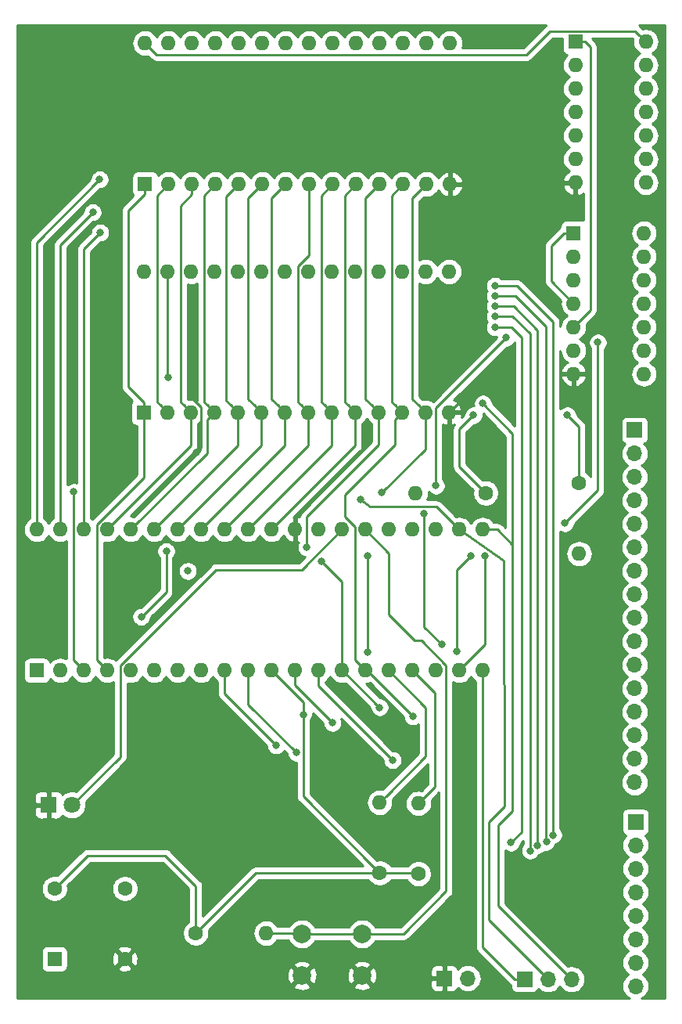
<source format=gbr>
G04 #@! TF.GenerationSoftware,KiCad,Pcbnew,5.1.4*
G04 #@! TF.CreationDate,2019-09-28T19:58:15+01:00*
G04 #@! TF.ProjectId,z802-4,7a383032-2d34-42e6-9b69-6361645f7063,rev?*
G04 #@! TF.SameCoordinates,Original*
G04 #@! TF.FileFunction,Copper,L2,Bot*
G04 #@! TF.FilePolarity,Positive*
%FSLAX46Y46*%
G04 Gerber Fmt 4.6, Leading zero omitted, Abs format (unit mm)*
G04 Created by KiCad (PCBNEW 5.1.4) date 2019-09-28 19:58:15*
%MOMM*%
%LPD*%
G04 APERTURE LIST*
%ADD10R,1.800000X1.800000*%
%ADD11C,1.800000*%
%ADD12R,1.700000X1.700000*%
%ADD13O,1.700000X1.700000*%
%ADD14C,1.600000*%
%ADD15O,1.600000X1.600000*%
%ADD16C,2.000000*%
%ADD17R,1.600000X1.600000*%
%ADD18C,0.800000*%
%ADD19C,0.250000*%
%ADD20C,0.254000*%
G04 APERTURE END LIST*
D10*
X75148000Y-145542000D03*
D11*
X77688000Y-145542000D03*
D12*
X126688000Y-164380000D03*
D13*
X129228000Y-164380000D03*
X131768000Y-164380000D03*
D12*
X138688000Y-147340000D03*
D13*
X138688000Y-149880000D03*
X138688000Y-152420000D03*
X138688000Y-154960000D03*
X138688000Y-157500000D03*
X138688000Y-160040000D03*
X138688000Y-162580000D03*
X138688000Y-165120000D03*
D12*
X138588000Y-104980000D03*
D13*
X138588000Y-107520000D03*
X138588000Y-110060000D03*
X138588000Y-112600000D03*
X138588000Y-115140000D03*
X138588000Y-117680000D03*
X138588000Y-120220000D03*
X138588000Y-122760000D03*
X138588000Y-125300000D03*
X138588000Y-127840000D03*
X138588000Y-130380000D03*
X138588000Y-132920000D03*
X138588000Y-135460000D03*
X138588000Y-138000000D03*
X138588000Y-140540000D03*
X138588000Y-143080000D03*
D12*
X117988000Y-164280000D03*
D13*
X120528000Y-164280000D03*
D14*
X122488000Y-111780000D03*
D15*
X114868000Y-111780000D03*
X110988000Y-145260000D03*
D14*
X110988000Y-152880000D03*
X115188000Y-152980000D03*
D15*
X115188000Y-145360000D03*
X132588000Y-118364000D03*
D14*
X132588000Y-110744000D03*
X91088000Y-159380000D03*
D15*
X98708000Y-159380000D03*
D16*
X102588000Y-163980000D03*
X102588000Y-159480000D03*
X109088000Y-163980000D03*
X109088000Y-159480000D03*
D17*
X85488000Y-103080000D03*
D15*
X118508000Y-87840000D03*
X88028000Y-103080000D03*
X115968000Y-87840000D03*
X90568000Y-103080000D03*
X113428000Y-87840000D03*
X93108000Y-103080000D03*
X110888000Y-87840000D03*
X95648000Y-103080000D03*
X108348000Y-87840000D03*
X98188000Y-103080000D03*
X105808000Y-87840000D03*
X100728000Y-103080000D03*
X103268000Y-87840000D03*
X103268000Y-103080000D03*
X100728000Y-87840000D03*
X105808000Y-103080000D03*
X98188000Y-87840000D03*
X108348000Y-103080000D03*
X95648000Y-87840000D03*
X110888000Y-103080000D03*
X93108000Y-87840000D03*
X113428000Y-103080000D03*
X90568000Y-87840000D03*
X115968000Y-103080000D03*
X88028000Y-87840000D03*
X118508000Y-103080000D03*
X85488000Y-87840000D03*
D17*
X73888000Y-130980000D03*
D15*
X122148000Y-115740000D03*
X76428000Y-130980000D03*
X119608000Y-115740000D03*
X78968000Y-130980000D03*
X117068000Y-115740000D03*
X81508000Y-130980000D03*
X114528000Y-115740000D03*
X84048000Y-130980000D03*
X111988000Y-115740000D03*
X86588000Y-130980000D03*
X109448000Y-115740000D03*
X89128000Y-130980000D03*
X106908000Y-115740000D03*
X91668000Y-130980000D03*
X104368000Y-115740000D03*
X94208000Y-130980000D03*
X101828000Y-115740000D03*
X96748000Y-130980000D03*
X99288000Y-115740000D03*
X99288000Y-130980000D03*
X96748000Y-115740000D03*
X101828000Y-130980000D03*
X94208000Y-115740000D03*
X104368000Y-130980000D03*
X91668000Y-115740000D03*
X106908000Y-130980000D03*
X89128000Y-115740000D03*
X109448000Y-130980000D03*
X86588000Y-115740000D03*
X111988000Y-130980000D03*
X84048000Y-115740000D03*
X114528000Y-130980000D03*
X81508000Y-115740000D03*
X117068000Y-130980000D03*
X78968000Y-115740000D03*
X119608000Y-130980000D03*
X76428000Y-115740000D03*
X122148000Y-130980000D03*
X73888000Y-115740000D03*
D17*
X131988000Y-83680000D03*
D15*
X139608000Y-98920000D03*
X131988000Y-86220000D03*
X139608000Y-96380000D03*
X131988000Y-88760000D03*
X139608000Y-93840000D03*
X131988000Y-91300000D03*
X139608000Y-91300000D03*
X131988000Y-93840000D03*
X139608000Y-88760000D03*
X131988000Y-96380000D03*
X139608000Y-86220000D03*
X131988000Y-98920000D03*
X139608000Y-83680000D03*
X139808000Y-62980000D03*
X132188000Y-78220000D03*
X139808000Y-65520000D03*
X132188000Y-75680000D03*
X139808000Y-68060000D03*
X132188000Y-73140000D03*
X139808000Y-70600000D03*
X132188000Y-70600000D03*
X139808000Y-73140000D03*
X132188000Y-68060000D03*
X139808000Y-75680000D03*
X132188000Y-65520000D03*
X139808000Y-78220000D03*
D17*
X132188000Y-62980000D03*
D15*
X85588000Y-63140000D03*
X118608000Y-78380000D03*
X88128000Y-63140000D03*
X116068000Y-78380000D03*
X90668000Y-63140000D03*
X113528000Y-78380000D03*
X93208000Y-63140000D03*
X110988000Y-78380000D03*
X95748000Y-63140000D03*
X108448000Y-78380000D03*
X98288000Y-63140000D03*
X105908000Y-78380000D03*
X100828000Y-63140000D03*
X103368000Y-78380000D03*
X103368000Y-63140000D03*
X100828000Y-78380000D03*
X105908000Y-63140000D03*
X98288000Y-78380000D03*
X108448000Y-63140000D03*
X95748000Y-78380000D03*
X110988000Y-63140000D03*
X93208000Y-78380000D03*
X113528000Y-63140000D03*
X90668000Y-78380000D03*
X116068000Y-63140000D03*
X88128000Y-78380000D03*
X118608000Y-63140000D03*
D17*
X85588000Y-78380000D03*
X75788000Y-162180000D03*
D14*
X75788000Y-154560000D03*
X83408000Y-154560000D03*
X83408000Y-162180000D03*
D18*
X124968000Y-100330000D03*
X91186000Y-107442000D03*
X90932000Y-98298000D03*
X88138000Y-99314000D03*
X108966000Y-112522000D03*
X122174000Y-102108000D03*
X110988000Y-134980000D03*
X103088000Y-117680000D03*
X104688000Y-119180000D03*
X114588000Y-135955000D03*
X105888000Y-136655000D03*
X111252000Y-111760000D03*
X109728000Y-118618000D03*
X109728000Y-129032000D03*
X123488000Y-89380000D03*
X129788000Y-148780000D03*
X123488000Y-90480000D03*
X129038000Y-149530000D03*
X99788000Y-139080000D03*
X123488000Y-91580000D03*
X128088000Y-149880000D03*
X101988000Y-139880000D03*
X123488000Y-92680000D03*
X127281593Y-150471365D03*
X112388000Y-140680000D03*
X123488000Y-93880000D03*
X125218000Y-149610000D03*
X90228000Y-120220000D03*
X80738000Y-83630000D03*
X79938000Y-81430000D03*
X80688000Y-77880000D03*
X85188000Y-125180000D03*
X87888000Y-118080000D03*
X77888000Y-111680000D03*
X124714000Y-94996000D03*
X115824000Y-114046000D03*
X117692000Y-128180000D03*
X117094000Y-110998000D03*
X121158000Y-103378000D03*
X119380000Y-128905000D03*
X102713001Y-135733001D03*
X120904000Y-118618000D03*
X131318000Y-103378000D03*
X122428000Y-118618000D03*
X131064000Y-115062000D03*
X134620000Y-95504000D03*
D19*
X123132998Y-100330000D02*
X124968000Y-100330000D01*
X118508000Y-103080000D02*
X121258000Y-100330000D01*
X121258000Y-100330000D02*
X123132998Y-100330000D01*
X91693001Y-102539999D02*
X91693001Y-106934999D01*
X90532001Y-101378999D02*
X91693001Y-102539999D01*
X90532001Y-98697999D02*
X90532001Y-101378999D01*
X90932000Y-98298000D02*
X90532001Y-98697999D01*
X91693001Y-106934999D02*
X91186000Y-107442000D01*
X93288000Y-120080000D02*
X82922999Y-130445001D01*
X82922999Y-140307001D02*
X77688000Y-145542000D01*
X82922999Y-130445001D02*
X82922999Y-140307001D01*
X106908000Y-115740000D02*
X102568000Y-120080000D01*
X102568000Y-120080000D02*
X93288000Y-120080000D01*
X125588000Y-164380000D02*
X126688000Y-164380000D01*
X122148000Y-160940000D02*
X125588000Y-164380000D01*
X122148000Y-130980000D02*
X122148000Y-160940000D01*
X88028000Y-87840000D02*
X88028000Y-99204000D01*
X88028000Y-99204000D02*
X88138000Y-99314000D01*
X124488000Y-145680000D02*
X124460000Y-119126000D01*
X122788000Y-147380000D02*
X124488000Y-145680000D01*
X124460000Y-119126000D02*
X119608000Y-115740000D01*
X129228000Y-164380000D02*
X122788000Y-157940000D01*
X122788000Y-157940000D02*
X122788000Y-147380000D01*
X117152000Y-113284000D02*
X119608000Y-115740000D01*
X108966000Y-112522000D02*
X109982000Y-113284000D01*
X109982000Y-113284000D02*
X117152000Y-113284000D01*
X123862999Y-156474999D02*
X130918001Y-163530001D01*
X122148000Y-115740000D02*
X123748000Y-115740000D01*
X123862999Y-147705001D02*
X123862999Y-156474999D01*
X130918001Y-163530001D02*
X131768000Y-164380000D01*
X123748000Y-115740000D02*
X125388000Y-117380000D01*
X125388000Y-146180000D02*
X123862999Y-147705001D01*
X125388000Y-117380000D02*
X125388000Y-117436000D01*
X125388000Y-117436000D02*
X125388000Y-146180000D01*
X125388000Y-105410000D02*
X125388000Y-117436000D01*
X122174000Y-102108000D02*
X125388000Y-105410000D01*
X109473001Y-79894999D02*
X109473001Y-101665001D01*
X110088001Y-102280001D02*
X110888000Y-103080000D01*
X109473001Y-101665001D02*
X110088001Y-102280001D01*
X110988000Y-78380000D02*
X109473001Y-79894999D01*
X106988000Y-130980000D02*
X106908000Y-130980000D01*
X110988000Y-134980000D02*
X106988000Y-130980000D01*
X110888000Y-103080000D02*
X110888000Y-106580000D01*
X110888000Y-106580000D02*
X103088000Y-114380000D01*
X103088000Y-114380000D02*
X103088000Y-117680000D01*
X106908000Y-121400000D02*
X106908000Y-130980000D01*
X104688000Y-119180000D02*
X106908000Y-121400000D01*
X112628001Y-102280001D02*
X113428000Y-103080000D01*
X112302999Y-101954999D02*
X112628001Y-102280001D01*
X112302999Y-79605001D02*
X112302999Y-101954999D01*
X113528000Y-78380000D02*
X112302999Y-79605001D01*
X109613000Y-130980000D02*
X109448000Y-130980000D01*
X114588000Y-135955000D02*
X109613000Y-130980000D01*
X112628001Y-103879999D02*
X112628001Y-106573999D01*
X113428000Y-103080000D02*
X112628001Y-103879999D01*
X108648001Y-130180001D02*
X109448000Y-130980000D01*
X108322999Y-129854999D02*
X108648001Y-130180001D01*
X108322999Y-115489997D02*
X108322999Y-129854999D01*
X107224999Y-114391997D02*
X108322999Y-115489997D01*
X107224999Y-111977001D02*
X107224999Y-114391997D01*
X112628001Y-106573999D02*
X107224999Y-111977001D01*
X115168001Y-102280001D02*
X115968000Y-103080000D01*
X114553001Y-101665001D02*
X115168001Y-102280001D01*
X114553001Y-79894999D02*
X114553001Y-101665001D01*
X116068000Y-78380000D02*
X114553001Y-79894999D01*
X101828000Y-132595000D02*
X101828000Y-130980000D01*
X105888000Y-136655000D02*
X101828000Y-132595000D01*
X115968000Y-103080000D02*
X115968000Y-107044000D01*
X115968000Y-107044000D02*
X111252000Y-111760000D01*
X109728000Y-118618000D02*
X109728000Y-129032000D01*
X129788000Y-118780000D02*
X129788000Y-148780000D01*
X129788000Y-93280000D02*
X129788000Y-118780000D01*
X123488000Y-89380000D02*
X125888000Y-89380000D01*
X125888000Y-89380000D02*
X129788000Y-93280000D01*
X123488000Y-90480000D02*
X125688000Y-90480000D01*
X125688000Y-90480000D02*
X128988000Y-93780000D01*
X128988000Y-149480000D02*
X129038000Y-149530000D01*
X128988000Y-93780000D02*
X128988000Y-149480000D01*
X94208000Y-133500000D02*
X99788000Y-139080000D01*
X94208000Y-130980000D02*
X94208000Y-133500000D01*
X123488000Y-91580000D02*
X125488000Y-91580000D01*
X125488000Y-91580000D02*
X128088000Y-94180000D01*
X128088000Y-94180000D02*
X128088000Y-131880000D01*
X128088000Y-131880000D02*
X128088000Y-149880000D01*
X96748000Y-134640000D02*
X101988000Y-139880000D01*
X96748000Y-130980000D02*
X96748000Y-134640000D01*
X123488000Y-92680000D02*
X125388000Y-92680000D01*
X125388000Y-92680000D02*
X127288000Y-94580000D01*
X127288000Y-94580000D02*
X127288000Y-141280000D01*
X127288000Y-141280000D02*
X127281593Y-141286407D01*
X127281593Y-141286407D02*
X127281593Y-150471365D01*
X104368000Y-132660000D02*
X104368000Y-130980000D01*
X112388000Y-140680000D02*
X104368000Y-132660000D01*
X126388000Y-94980000D02*
X126388000Y-148440000D01*
X126388000Y-148440000D02*
X125218000Y-149610000D01*
X123488000Y-93880000D02*
X125288000Y-93880000D01*
X125288000Y-93880000D02*
X126388000Y-94980000D01*
X107222999Y-101954999D02*
X107548001Y-102280001D01*
X107548001Y-102280001D02*
X108348000Y-103080000D01*
X107222999Y-79605001D02*
X107222999Y-101954999D01*
X108448000Y-78380000D02*
X107222999Y-79605001D01*
X108348000Y-106680000D02*
X99288000Y-115740000D01*
X108348000Y-103080000D02*
X108348000Y-106680000D01*
X105008001Y-102280001D02*
X105808000Y-103080000D01*
X104682999Y-101954999D02*
X105008001Y-102280001D01*
X104682999Y-79605001D02*
X104682999Y-101954999D01*
X105908000Y-78380000D02*
X104682999Y-79605001D01*
X105808000Y-106680000D02*
X96748000Y-115740000D01*
X105808000Y-103080000D02*
X105808000Y-106680000D01*
X102468001Y-102280001D02*
X103268000Y-103080000D01*
X102142999Y-87299999D02*
X102142999Y-101954999D01*
X103368000Y-86074998D02*
X102142999Y-87299999D01*
X102142999Y-101954999D02*
X102468001Y-102280001D01*
X103368000Y-78380000D02*
X103368000Y-86074998D01*
X103268000Y-106680000D02*
X94208000Y-115740000D01*
X103268000Y-103080000D02*
X103268000Y-106680000D01*
X99928001Y-102280001D02*
X100728000Y-103080000D01*
X99313001Y-101665001D02*
X99928001Y-102280001D01*
X99313001Y-79894999D02*
X99313001Y-101665001D01*
X100828000Y-78380000D02*
X99313001Y-79894999D01*
X100728000Y-106680000D02*
X91668000Y-115740000D01*
X100728000Y-103080000D02*
X100728000Y-106680000D01*
X97388001Y-102280001D02*
X98188000Y-103080000D01*
X96773001Y-101665001D02*
X97388001Y-102280001D01*
X96773001Y-79894999D02*
X96773001Y-101665001D01*
X98288000Y-78380000D02*
X96773001Y-79894999D01*
X98188000Y-106680000D02*
X89128000Y-115740000D01*
X98188000Y-103080000D02*
X98188000Y-106680000D01*
X94848001Y-102280001D02*
X95648000Y-103080000D01*
X94388000Y-101820000D02*
X94848001Y-102280001D01*
X94388000Y-79740000D02*
X94388000Y-101820000D01*
X95748000Y-78380000D02*
X94388000Y-79740000D01*
X95648000Y-106680000D02*
X86588000Y-115740000D01*
X95648000Y-103080000D02*
X95648000Y-106680000D01*
X92308001Y-102280001D02*
X93108000Y-103080000D01*
X91982999Y-101954999D02*
X92308001Y-102280001D01*
X91982999Y-79605001D02*
X91982999Y-101954999D01*
X93208000Y-78380000D02*
X91982999Y-79605001D01*
X92308001Y-107479999D02*
X84048000Y-115740000D01*
X93108000Y-103080000D02*
X92308001Y-103879999D01*
X92308001Y-103879999D02*
X92308001Y-107479999D01*
X89768001Y-102280001D02*
X90568000Y-103080000D01*
X89442999Y-101954999D02*
X89768001Y-102280001D01*
X89442999Y-80736371D02*
X89442999Y-101954999D01*
X90668000Y-79511370D02*
X89442999Y-80736371D01*
X90668000Y-78380000D02*
X90668000Y-79511370D01*
X90568000Y-106680000D02*
X81508000Y-115740000D01*
X90568000Y-103080000D02*
X90568000Y-106680000D01*
X78968000Y-85400000D02*
X80738000Y-83630000D01*
X78968000Y-115740000D02*
X78968000Y-85400000D01*
X76428000Y-84940000D02*
X79938000Y-81430000D01*
X76428000Y-115740000D02*
X76428000Y-84940000D01*
X73888000Y-115740000D02*
X73888000Y-84680000D01*
X73888000Y-84680000D02*
X80688000Y-77880000D01*
X86902999Y-101954999D02*
X87228001Y-102280001D01*
X86902999Y-79605001D02*
X86902999Y-101954999D01*
X87228001Y-102280001D02*
X88028000Y-103080000D01*
X88128000Y-78380000D02*
X86902999Y-79605001D01*
X87888000Y-122480000D02*
X85188000Y-125180000D01*
X87888000Y-118080000D02*
X87888000Y-122480000D01*
X77842999Y-129854999D02*
X78168001Y-130180001D01*
X77888000Y-114245685D02*
X77842999Y-114290686D01*
X77842999Y-114290686D02*
X77842999Y-129854999D01*
X77888000Y-111680000D02*
X77888000Y-114245685D01*
X78168001Y-130180001D02*
X78968000Y-130980000D01*
X85588000Y-79430000D02*
X83788000Y-81230000D01*
X85588000Y-78380000D02*
X85588000Y-79430000D01*
X85488000Y-102030000D02*
X85488000Y-103080000D01*
X83788000Y-100330000D02*
X85488000Y-102030000D01*
X83788000Y-81230000D02*
X83788000Y-100330000D01*
X80382999Y-129854999D02*
X80708001Y-130180001D01*
X80708001Y-130180001D02*
X81508000Y-130980000D01*
X80382999Y-115199999D02*
X80382999Y-129854999D01*
X85488000Y-110094998D02*
X80382999Y-115199999D01*
X85488000Y-103080000D02*
X85488000Y-110094998D01*
X133238000Y-62980000D02*
X133788000Y-63530000D01*
X132188000Y-62980000D02*
X133238000Y-62980000D01*
X133788000Y-92040000D02*
X131988000Y-93840000D01*
X133788000Y-63530000D02*
X133788000Y-92040000D01*
X117093001Y-102616999D02*
X124714000Y-94996000D01*
X115824000Y-114046000D02*
X115824000Y-126312000D01*
X115824000Y-126312000D02*
X117692000Y-128180000D01*
X117094000Y-102617998D02*
X117093001Y-102616999D01*
X117094000Y-110998000D02*
X117094000Y-102617998D01*
X115088000Y-152880000D02*
X115188000Y-152980000D01*
X110988000Y-152880000D02*
X115088000Y-152880000D01*
X97588000Y-152880000D02*
X110988000Y-152880000D01*
X91088000Y-159380000D02*
X97588000Y-152880000D01*
X102713001Y-144605001D02*
X110188001Y-152080001D01*
X110188001Y-152080001D02*
X110988000Y-152880000D01*
X99288000Y-130980000D02*
X102713001Y-134405001D01*
X85588000Y-63140000D02*
X86828000Y-64380000D01*
X86828000Y-64380000D02*
X126888000Y-64380000D01*
X139008001Y-62180001D02*
X139808000Y-62980000D01*
X138682999Y-61854999D02*
X139008001Y-62180001D01*
X129413001Y-61854999D02*
X138682999Y-61854999D01*
X126888000Y-64380000D02*
X129413001Y-61854999D01*
X119634000Y-108926000D02*
X122488000Y-111780000D01*
X121158000Y-103378000D02*
X119634000Y-104902000D01*
X119634000Y-104902000D02*
X119634000Y-108926000D01*
X102713001Y-134405001D02*
X102713001Y-135733001D01*
X102713001Y-135733001D02*
X102713001Y-144605001D01*
X119380000Y-120142000D02*
X119380000Y-128905000D01*
X120904000Y-118618000D02*
X119380000Y-120142000D01*
X132588000Y-110744000D02*
X132588000Y-104648000D01*
X132588000Y-104648000D02*
X131318000Y-103378000D01*
X79368000Y-150980000D02*
X84686000Y-150980000D01*
X84686000Y-150980000D02*
X87788000Y-150980000D01*
X87788000Y-150980000D02*
X91088000Y-154280000D01*
X91088000Y-154280000D02*
X91088000Y-159380000D01*
X75788000Y-154560000D02*
X79368000Y-150980000D01*
X115988000Y-140260000D02*
X111787999Y-144460001D01*
X111787999Y-144460001D02*
X110988000Y-145260000D01*
X115988000Y-134980000D02*
X115988000Y-140260000D01*
X111988000Y-130980000D02*
X115988000Y-134980000D01*
X115188000Y-145360000D02*
X116988000Y-143560000D01*
X116988000Y-133440000D02*
X114528000Y-130980000D01*
X116988000Y-143560000D02*
X116988000Y-133440000D01*
X102488000Y-159380000D02*
X102588000Y-159480000D01*
X98708000Y-159380000D02*
X102488000Y-159380000D01*
X102588000Y-159480000D02*
X109088000Y-159480000D01*
X113570000Y-159480000D02*
X109088000Y-159480000D01*
X118193001Y-154856999D02*
X113570000Y-159480000D01*
X109448000Y-115740000D02*
X112014000Y-118306000D01*
X112014000Y-118306000D02*
X112014000Y-124968000D01*
X112014000Y-124968000D02*
X114808000Y-127762000D01*
X118193001Y-130439999D02*
X118193001Y-154856999D01*
X115515002Y-127762000D02*
X118193001Y-130439999D01*
X114808000Y-127762000D02*
X115515002Y-127762000D01*
X130938000Y-83680000D02*
X129588000Y-85030000D01*
X131988000Y-83680000D02*
X130938000Y-83680000D01*
X129588000Y-88900000D02*
X131988000Y-91300000D01*
X129588000Y-85030000D02*
X129588000Y-88900000D01*
X119608000Y-130980000D02*
X122428000Y-128160000D01*
X122428000Y-128160000D02*
X122428000Y-118618000D01*
X131064000Y-115062000D02*
X134620000Y-111506000D01*
X134620000Y-111506000D02*
X134620000Y-95504000D01*
D20*
G36*
X128988725Y-61220025D02*
G01*
X128873000Y-61314998D01*
X128849202Y-61343996D01*
X126573199Y-63620000D01*
X119961964Y-63620000D01*
X120022236Y-63421309D01*
X120049943Y-63140000D01*
X120022236Y-62858691D01*
X119940182Y-62588192D01*
X119806932Y-62338899D01*
X119627608Y-62120392D01*
X119409101Y-61941068D01*
X119159808Y-61807818D01*
X118889309Y-61725764D01*
X118678492Y-61705000D01*
X118537508Y-61705000D01*
X118326691Y-61725764D01*
X118056192Y-61807818D01*
X117806899Y-61941068D01*
X117588392Y-62120392D01*
X117409068Y-62338899D01*
X117338000Y-62471858D01*
X117266932Y-62338899D01*
X117087608Y-62120392D01*
X116869101Y-61941068D01*
X116619808Y-61807818D01*
X116349309Y-61725764D01*
X116138492Y-61705000D01*
X115997508Y-61705000D01*
X115786691Y-61725764D01*
X115516192Y-61807818D01*
X115266899Y-61941068D01*
X115048392Y-62120392D01*
X114869068Y-62338899D01*
X114798000Y-62471858D01*
X114726932Y-62338899D01*
X114547608Y-62120392D01*
X114329101Y-61941068D01*
X114079808Y-61807818D01*
X113809309Y-61725764D01*
X113598492Y-61705000D01*
X113457508Y-61705000D01*
X113246691Y-61725764D01*
X112976192Y-61807818D01*
X112726899Y-61941068D01*
X112508392Y-62120392D01*
X112329068Y-62338899D01*
X112258000Y-62471858D01*
X112186932Y-62338899D01*
X112007608Y-62120392D01*
X111789101Y-61941068D01*
X111539808Y-61807818D01*
X111269309Y-61725764D01*
X111058492Y-61705000D01*
X110917508Y-61705000D01*
X110706691Y-61725764D01*
X110436192Y-61807818D01*
X110186899Y-61941068D01*
X109968392Y-62120392D01*
X109789068Y-62338899D01*
X109718000Y-62471858D01*
X109646932Y-62338899D01*
X109467608Y-62120392D01*
X109249101Y-61941068D01*
X108999808Y-61807818D01*
X108729309Y-61725764D01*
X108518492Y-61705000D01*
X108377508Y-61705000D01*
X108166691Y-61725764D01*
X107896192Y-61807818D01*
X107646899Y-61941068D01*
X107428392Y-62120392D01*
X107249068Y-62338899D01*
X107178000Y-62471858D01*
X107106932Y-62338899D01*
X106927608Y-62120392D01*
X106709101Y-61941068D01*
X106459808Y-61807818D01*
X106189309Y-61725764D01*
X105978492Y-61705000D01*
X105837508Y-61705000D01*
X105626691Y-61725764D01*
X105356192Y-61807818D01*
X105106899Y-61941068D01*
X104888392Y-62120392D01*
X104709068Y-62338899D01*
X104638000Y-62471858D01*
X104566932Y-62338899D01*
X104387608Y-62120392D01*
X104169101Y-61941068D01*
X103919808Y-61807818D01*
X103649309Y-61725764D01*
X103438492Y-61705000D01*
X103297508Y-61705000D01*
X103086691Y-61725764D01*
X102816192Y-61807818D01*
X102566899Y-61941068D01*
X102348392Y-62120392D01*
X102169068Y-62338899D01*
X102098000Y-62471858D01*
X102026932Y-62338899D01*
X101847608Y-62120392D01*
X101629101Y-61941068D01*
X101379808Y-61807818D01*
X101109309Y-61725764D01*
X100898492Y-61705000D01*
X100757508Y-61705000D01*
X100546691Y-61725764D01*
X100276192Y-61807818D01*
X100026899Y-61941068D01*
X99808392Y-62120392D01*
X99629068Y-62338899D01*
X99558000Y-62471858D01*
X99486932Y-62338899D01*
X99307608Y-62120392D01*
X99089101Y-61941068D01*
X98839808Y-61807818D01*
X98569309Y-61725764D01*
X98358492Y-61705000D01*
X98217508Y-61705000D01*
X98006691Y-61725764D01*
X97736192Y-61807818D01*
X97486899Y-61941068D01*
X97268392Y-62120392D01*
X97089068Y-62338899D01*
X97018000Y-62471858D01*
X96946932Y-62338899D01*
X96767608Y-62120392D01*
X96549101Y-61941068D01*
X96299808Y-61807818D01*
X96029309Y-61725764D01*
X95818492Y-61705000D01*
X95677508Y-61705000D01*
X95466691Y-61725764D01*
X95196192Y-61807818D01*
X94946899Y-61941068D01*
X94728392Y-62120392D01*
X94549068Y-62338899D01*
X94478000Y-62471858D01*
X94406932Y-62338899D01*
X94227608Y-62120392D01*
X94009101Y-61941068D01*
X93759808Y-61807818D01*
X93489309Y-61725764D01*
X93278492Y-61705000D01*
X93137508Y-61705000D01*
X92926691Y-61725764D01*
X92656192Y-61807818D01*
X92406899Y-61941068D01*
X92188392Y-62120392D01*
X92009068Y-62338899D01*
X91938000Y-62471858D01*
X91866932Y-62338899D01*
X91687608Y-62120392D01*
X91469101Y-61941068D01*
X91219808Y-61807818D01*
X90949309Y-61725764D01*
X90738492Y-61705000D01*
X90597508Y-61705000D01*
X90386691Y-61725764D01*
X90116192Y-61807818D01*
X89866899Y-61941068D01*
X89648392Y-62120392D01*
X89469068Y-62338899D01*
X89398000Y-62471858D01*
X89326932Y-62338899D01*
X89147608Y-62120392D01*
X88929101Y-61941068D01*
X88679808Y-61807818D01*
X88409309Y-61725764D01*
X88198492Y-61705000D01*
X88057508Y-61705000D01*
X87846691Y-61725764D01*
X87576192Y-61807818D01*
X87326899Y-61941068D01*
X87108392Y-62120392D01*
X86929068Y-62338899D01*
X86858000Y-62471858D01*
X86786932Y-62338899D01*
X86607608Y-62120392D01*
X86389101Y-61941068D01*
X86139808Y-61807818D01*
X85869309Y-61725764D01*
X85658492Y-61705000D01*
X85517508Y-61705000D01*
X85306691Y-61725764D01*
X85036192Y-61807818D01*
X84786899Y-61941068D01*
X84568392Y-62120392D01*
X84389068Y-62338899D01*
X84255818Y-62588192D01*
X84173764Y-62858691D01*
X84146057Y-63140000D01*
X84173764Y-63421309D01*
X84255818Y-63691808D01*
X84389068Y-63941101D01*
X84568392Y-64159608D01*
X84786899Y-64338932D01*
X85036192Y-64472182D01*
X85306691Y-64554236D01*
X85517508Y-64575000D01*
X85658492Y-64575000D01*
X85869309Y-64554236D01*
X85913906Y-64540708D01*
X86264201Y-64891003D01*
X86287999Y-64920001D01*
X86403724Y-65014974D01*
X86535753Y-65085546D01*
X86679014Y-65129003D01*
X86790667Y-65140000D01*
X86790677Y-65140000D01*
X86828000Y-65143676D01*
X86865323Y-65140000D01*
X126850678Y-65140000D01*
X126888000Y-65143676D01*
X126925322Y-65140000D01*
X126925333Y-65140000D01*
X127036986Y-65129003D01*
X127180247Y-65085546D01*
X127312276Y-65014974D01*
X127428001Y-64920001D01*
X127451804Y-64890997D01*
X129727803Y-62614999D01*
X130749928Y-62614999D01*
X130749928Y-63780000D01*
X130762188Y-63904482D01*
X130798498Y-64024180D01*
X130857463Y-64134494D01*
X130936815Y-64231185D01*
X131033506Y-64310537D01*
X131143820Y-64369502D01*
X131263518Y-64405812D01*
X131281482Y-64407581D01*
X131168392Y-64500392D01*
X130989068Y-64718899D01*
X130855818Y-64968192D01*
X130773764Y-65238691D01*
X130746057Y-65520000D01*
X130773764Y-65801309D01*
X130855818Y-66071808D01*
X130989068Y-66321101D01*
X131168392Y-66539608D01*
X131386899Y-66718932D01*
X131519858Y-66790000D01*
X131386899Y-66861068D01*
X131168392Y-67040392D01*
X130989068Y-67258899D01*
X130855818Y-67508192D01*
X130773764Y-67778691D01*
X130746057Y-68060000D01*
X130773764Y-68341309D01*
X130855818Y-68611808D01*
X130989068Y-68861101D01*
X131168392Y-69079608D01*
X131386899Y-69258932D01*
X131519858Y-69330000D01*
X131386899Y-69401068D01*
X131168392Y-69580392D01*
X130989068Y-69798899D01*
X130855818Y-70048192D01*
X130773764Y-70318691D01*
X130746057Y-70600000D01*
X130773764Y-70881309D01*
X130855818Y-71151808D01*
X130989068Y-71401101D01*
X131168392Y-71619608D01*
X131386899Y-71798932D01*
X131519858Y-71870000D01*
X131386899Y-71941068D01*
X131168392Y-72120392D01*
X130989068Y-72338899D01*
X130855818Y-72588192D01*
X130773764Y-72858691D01*
X130746057Y-73140000D01*
X130773764Y-73421309D01*
X130855818Y-73691808D01*
X130989068Y-73941101D01*
X131168392Y-74159608D01*
X131386899Y-74338932D01*
X131519858Y-74410000D01*
X131386899Y-74481068D01*
X131168392Y-74660392D01*
X130989068Y-74878899D01*
X130855818Y-75128192D01*
X130773764Y-75398691D01*
X130746057Y-75680000D01*
X130773764Y-75961309D01*
X130855818Y-76231808D01*
X130989068Y-76481101D01*
X131168392Y-76699608D01*
X131386899Y-76878932D01*
X131524682Y-76952579D01*
X131332869Y-77067615D01*
X131124481Y-77256586D01*
X130956963Y-77482580D01*
X130836754Y-77736913D01*
X130796096Y-77870961D01*
X130918085Y-78093000D01*
X132061000Y-78093000D01*
X132061000Y-78073000D01*
X132315000Y-78073000D01*
X132315000Y-78093000D01*
X132335000Y-78093000D01*
X132335000Y-78347000D01*
X132315000Y-78347000D01*
X132315000Y-79490624D01*
X132537040Y-79611909D01*
X132801881Y-79517070D01*
X133028001Y-79381459D01*
X133028001Y-82289230D01*
X132912482Y-82254188D01*
X132788000Y-82241928D01*
X131188000Y-82241928D01*
X131063518Y-82254188D01*
X130943820Y-82290498D01*
X130833506Y-82349463D01*
X130736815Y-82428815D01*
X130657463Y-82525506D01*
X130598498Y-82635820D01*
X130562188Y-82755518D01*
X130549928Y-82880000D01*
X130549928Y-83025674D01*
X130513724Y-83045026D01*
X130397999Y-83139999D01*
X130374201Y-83168997D01*
X129077003Y-84466196D01*
X129047999Y-84489999D01*
X129001052Y-84547205D01*
X128953026Y-84605724D01*
X128902844Y-84699608D01*
X128882454Y-84737754D01*
X128838997Y-84881015D01*
X128828000Y-84992668D01*
X128828000Y-84992678D01*
X128824324Y-85030000D01*
X128828000Y-85067323D01*
X128828001Y-88862668D01*
X128824324Y-88900000D01*
X128838998Y-89048985D01*
X128882454Y-89192246D01*
X128953026Y-89324276D01*
X128998758Y-89380000D01*
X129048000Y-89440001D01*
X129076998Y-89463799D01*
X130587292Y-90974094D01*
X130573764Y-91018691D01*
X130546057Y-91300000D01*
X130573764Y-91581309D01*
X130655818Y-91851808D01*
X130789068Y-92101101D01*
X130968392Y-92319608D01*
X131186899Y-92498932D01*
X131319858Y-92570000D01*
X131186899Y-92641068D01*
X130968392Y-92820392D01*
X130789068Y-93038899D01*
X130655818Y-93288192D01*
X130573764Y-93558691D01*
X130548000Y-93820273D01*
X130548000Y-93317323D01*
X130551676Y-93280000D01*
X130548000Y-93242677D01*
X130548000Y-93242667D01*
X130537003Y-93131014D01*
X130493546Y-92987753D01*
X130485257Y-92972246D01*
X130422974Y-92855723D01*
X130351799Y-92768997D01*
X130328001Y-92739999D01*
X130299004Y-92716202D01*
X126451804Y-88869003D01*
X126428001Y-88839999D01*
X126312276Y-88745026D01*
X126180247Y-88674454D01*
X126036986Y-88630997D01*
X125925333Y-88620000D01*
X125925322Y-88620000D01*
X125888000Y-88616324D01*
X125850678Y-88620000D01*
X124191711Y-88620000D01*
X124147774Y-88576063D01*
X123978256Y-88462795D01*
X123789898Y-88384774D01*
X123589939Y-88345000D01*
X123386061Y-88345000D01*
X123186102Y-88384774D01*
X122997744Y-88462795D01*
X122828226Y-88576063D01*
X122684063Y-88720226D01*
X122570795Y-88889744D01*
X122492774Y-89078102D01*
X122453000Y-89278061D01*
X122453000Y-89481939D01*
X122492774Y-89681898D01*
X122570795Y-89870256D01*
X122610715Y-89930000D01*
X122570795Y-89989744D01*
X122492774Y-90178102D01*
X122453000Y-90378061D01*
X122453000Y-90581939D01*
X122492774Y-90781898D01*
X122570795Y-90970256D01*
X122610715Y-91030000D01*
X122570795Y-91089744D01*
X122492774Y-91278102D01*
X122453000Y-91478061D01*
X122453000Y-91681939D01*
X122492774Y-91881898D01*
X122570795Y-92070256D01*
X122610715Y-92130000D01*
X122570795Y-92189744D01*
X122492774Y-92378102D01*
X122453000Y-92578061D01*
X122453000Y-92781939D01*
X122492774Y-92981898D01*
X122570795Y-93170256D01*
X122644123Y-93280000D01*
X122570795Y-93389744D01*
X122492774Y-93578102D01*
X122453000Y-93778061D01*
X122453000Y-93981939D01*
X122492774Y-94181898D01*
X122570795Y-94370256D01*
X122684063Y-94539774D01*
X122828226Y-94683937D01*
X122997744Y-94797205D01*
X123186102Y-94875226D01*
X123386061Y-94915000D01*
X123589939Y-94915000D01*
X123679000Y-94897285D01*
X123679000Y-94956198D01*
X116759345Y-101875854D01*
X116519808Y-101747818D01*
X116249309Y-101665764D01*
X116038492Y-101645000D01*
X115897508Y-101645000D01*
X115686691Y-101665764D01*
X115642094Y-101679292D01*
X115313001Y-101350200D01*
X115313001Y-89117025D01*
X115416192Y-89172182D01*
X115686691Y-89254236D01*
X115897508Y-89275000D01*
X116038492Y-89275000D01*
X116249309Y-89254236D01*
X116519808Y-89172182D01*
X116769101Y-89038932D01*
X116987608Y-88859608D01*
X117166932Y-88641101D01*
X117238000Y-88508142D01*
X117309068Y-88641101D01*
X117488392Y-88859608D01*
X117706899Y-89038932D01*
X117956192Y-89172182D01*
X118226691Y-89254236D01*
X118437508Y-89275000D01*
X118578492Y-89275000D01*
X118789309Y-89254236D01*
X119059808Y-89172182D01*
X119309101Y-89038932D01*
X119527608Y-88859608D01*
X119706932Y-88641101D01*
X119840182Y-88391808D01*
X119922236Y-88121309D01*
X119949943Y-87840000D01*
X119922236Y-87558691D01*
X119840182Y-87288192D01*
X119706932Y-87038899D01*
X119527608Y-86820392D01*
X119309101Y-86641068D01*
X119059808Y-86507818D01*
X118789309Y-86425764D01*
X118578492Y-86405000D01*
X118437508Y-86405000D01*
X118226691Y-86425764D01*
X117956192Y-86507818D01*
X117706899Y-86641068D01*
X117488392Y-86820392D01*
X117309068Y-87038899D01*
X117238000Y-87171858D01*
X117166932Y-87038899D01*
X116987608Y-86820392D01*
X116769101Y-86641068D01*
X116519808Y-86507818D01*
X116249309Y-86425764D01*
X116038492Y-86405000D01*
X115897508Y-86405000D01*
X115686691Y-86425764D01*
X115416192Y-86507818D01*
X115313001Y-86562975D01*
X115313001Y-80209800D01*
X115742094Y-79780708D01*
X115786691Y-79794236D01*
X115997508Y-79815000D01*
X116138492Y-79815000D01*
X116349309Y-79794236D01*
X116619808Y-79712182D01*
X116869101Y-79578932D01*
X117087608Y-79399608D01*
X117266932Y-79181101D01*
X117340579Y-79043318D01*
X117455615Y-79235131D01*
X117644586Y-79443519D01*
X117870580Y-79611037D01*
X118124913Y-79731246D01*
X118258961Y-79771904D01*
X118481000Y-79649915D01*
X118481000Y-78507000D01*
X118735000Y-78507000D01*
X118735000Y-79649915D01*
X118957039Y-79771904D01*
X119091087Y-79731246D01*
X119345420Y-79611037D01*
X119571414Y-79443519D01*
X119760385Y-79235131D01*
X119905070Y-78993881D01*
X119999909Y-78729040D01*
X119912512Y-78569039D01*
X130796096Y-78569039D01*
X130836754Y-78703087D01*
X130956963Y-78957420D01*
X131124481Y-79183414D01*
X131332869Y-79372385D01*
X131574119Y-79517070D01*
X131838960Y-79611909D01*
X132061000Y-79490624D01*
X132061000Y-78347000D01*
X130918085Y-78347000D01*
X130796096Y-78569039D01*
X119912512Y-78569039D01*
X119878624Y-78507000D01*
X118735000Y-78507000D01*
X118481000Y-78507000D01*
X118461000Y-78507000D01*
X118461000Y-78253000D01*
X118481000Y-78253000D01*
X118481000Y-77110085D01*
X118735000Y-77110085D01*
X118735000Y-78253000D01*
X119878624Y-78253000D01*
X119999909Y-78030960D01*
X119905070Y-77766119D01*
X119760385Y-77524869D01*
X119571414Y-77316481D01*
X119345420Y-77148963D01*
X119091087Y-77028754D01*
X118957039Y-76988096D01*
X118735000Y-77110085D01*
X118481000Y-77110085D01*
X118258961Y-76988096D01*
X118124913Y-77028754D01*
X117870580Y-77148963D01*
X117644586Y-77316481D01*
X117455615Y-77524869D01*
X117340579Y-77716682D01*
X117266932Y-77578899D01*
X117087608Y-77360392D01*
X116869101Y-77181068D01*
X116619808Y-77047818D01*
X116349309Y-76965764D01*
X116138492Y-76945000D01*
X115997508Y-76945000D01*
X115786691Y-76965764D01*
X115516192Y-77047818D01*
X115266899Y-77181068D01*
X115048392Y-77360392D01*
X114869068Y-77578899D01*
X114798000Y-77711858D01*
X114726932Y-77578899D01*
X114547608Y-77360392D01*
X114329101Y-77181068D01*
X114079808Y-77047818D01*
X113809309Y-76965764D01*
X113598492Y-76945000D01*
X113457508Y-76945000D01*
X113246691Y-76965764D01*
X112976192Y-77047818D01*
X112726899Y-77181068D01*
X112508392Y-77360392D01*
X112329068Y-77578899D01*
X112258000Y-77711858D01*
X112186932Y-77578899D01*
X112007608Y-77360392D01*
X111789101Y-77181068D01*
X111539808Y-77047818D01*
X111269309Y-76965764D01*
X111058492Y-76945000D01*
X110917508Y-76945000D01*
X110706691Y-76965764D01*
X110436192Y-77047818D01*
X110186899Y-77181068D01*
X109968392Y-77360392D01*
X109789068Y-77578899D01*
X109718000Y-77711858D01*
X109646932Y-77578899D01*
X109467608Y-77360392D01*
X109249101Y-77181068D01*
X108999808Y-77047818D01*
X108729309Y-76965764D01*
X108518492Y-76945000D01*
X108377508Y-76945000D01*
X108166691Y-76965764D01*
X107896192Y-77047818D01*
X107646899Y-77181068D01*
X107428392Y-77360392D01*
X107249068Y-77578899D01*
X107178000Y-77711858D01*
X107106932Y-77578899D01*
X106927608Y-77360392D01*
X106709101Y-77181068D01*
X106459808Y-77047818D01*
X106189309Y-76965764D01*
X105978492Y-76945000D01*
X105837508Y-76945000D01*
X105626691Y-76965764D01*
X105356192Y-77047818D01*
X105106899Y-77181068D01*
X104888392Y-77360392D01*
X104709068Y-77578899D01*
X104638000Y-77711858D01*
X104566932Y-77578899D01*
X104387608Y-77360392D01*
X104169101Y-77181068D01*
X103919808Y-77047818D01*
X103649309Y-76965764D01*
X103438492Y-76945000D01*
X103297508Y-76945000D01*
X103086691Y-76965764D01*
X102816192Y-77047818D01*
X102566899Y-77181068D01*
X102348392Y-77360392D01*
X102169068Y-77578899D01*
X102098000Y-77711858D01*
X102026932Y-77578899D01*
X101847608Y-77360392D01*
X101629101Y-77181068D01*
X101379808Y-77047818D01*
X101109309Y-76965764D01*
X100898492Y-76945000D01*
X100757508Y-76945000D01*
X100546691Y-76965764D01*
X100276192Y-77047818D01*
X100026899Y-77181068D01*
X99808392Y-77360392D01*
X99629068Y-77578899D01*
X99558000Y-77711858D01*
X99486932Y-77578899D01*
X99307608Y-77360392D01*
X99089101Y-77181068D01*
X98839808Y-77047818D01*
X98569309Y-76965764D01*
X98358492Y-76945000D01*
X98217508Y-76945000D01*
X98006691Y-76965764D01*
X97736192Y-77047818D01*
X97486899Y-77181068D01*
X97268392Y-77360392D01*
X97089068Y-77578899D01*
X97018000Y-77711858D01*
X96946932Y-77578899D01*
X96767608Y-77360392D01*
X96549101Y-77181068D01*
X96299808Y-77047818D01*
X96029309Y-76965764D01*
X95818492Y-76945000D01*
X95677508Y-76945000D01*
X95466691Y-76965764D01*
X95196192Y-77047818D01*
X94946899Y-77181068D01*
X94728392Y-77360392D01*
X94549068Y-77578899D01*
X94478000Y-77711858D01*
X94406932Y-77578899D01*
X94227608Y-77360392D01*
X94009101Y-77181068D01*
X93759808Y-77047818D01*
X93489309Y-76965764D01*
X93278492Y-76945000D01*
X93137508Y-76945000D01*
X92926691Y-76965764D01*
X92656192Y-77047818D01*
X92406899Y-77181068D01*
X92188392Y-77360392D01*
X92009068Y-77578899D01*
X91938000Y-77711858D01*
X91866932Y-77578899D01*
X91687608Y-77360392D01*
X91469101Y-77181068D01*
X91219808Y-77047818D01*
X90949309Y-76965764D01*
X90738492Y-76945000D01*
X90597508Y-76945000D01*
X90386691Y-76965764D01*
X90116192Y-77047818D01*
X89866899Y-77181068D01*
X89648392Y-77360392D01*
X89469068Y-77578899D01*
X89398000Y-77711858D01*
X89326932Y-77578899D01*
X89147608Y-77360392D01*
X88929101Y-77181068D01*
X88679808Y-77047818D01*
X88409309Y-76965764D01*
X88198492Y-76945000D01*
X88057508Y-76945000D01*
X87846691Y-76965764D01*
X87576192Y-77047818D01*
X87326899Y-77181068D01*
X87108392Y-77360392D01*
X87015581Y-77473482D01*
X87013812Y-77455518D01*
X86977502Y-77335820D01*
X86918537Y-77225506D01*
X86839185Y-77128815D01*
X86742494Y-77049463D01*
X86632180Y-76990498D01*
X86512482Y-76954188D01*
X86388000Y-76941928D01*
X84788000Y-76941928D01*
X84663518Y-76954188D01*
X84543820Y-76990498D01*
X84433506Y-77049463D01*
X84336815Y-77128815D01*
X84257463Y-77225506D01*
X84198498Y-77335820D01*
X84162188Y-77455518D01*
X84149928Y-77580000D01*
X84149928Y-79180000D01*
X84162188Y-79304482D01*
X84198498Y-79424180D01*
X84257463Y-79534494D01*
X84325635Y-79617562D01*
X83277002Y-80666197D01*
X83247999Y-80689999D01*
X83219723Y-80724454D01*
X83153026Y-80805724D01*
X83120700Y-80866201D01*
X83082454Y-80937754D01*
X83038997Y-81081015D01*
X83028000Y-81192668D01*
X83028000Y-81192678D01*
X83024324Y-81230000D01*
X83028000Y-81267322D01*
X83028001Y-100292667D01*
X83024324Y-100330000D01*
X83038998Y-100478985D01*
X83082454Y-100622246D01*
X83153026Y-100754276D01*
X83224201Y-100841002D01*
X83248000Y-100870001D01*
X83276998Y-100893799D01*
X84225636Y-101842437D01*
X84157463Y-101925506D01*
X84098498Y-102035820D01*
X84062188Y-102155518D01*
X84049928Y-102280000D01*
X84049928Y-103880000D01*
X84062188Y-104004482D01*
X84098498Y-104124180D01*
X84157463Y-104234494D01*
X84236815Y-104331185D01*
X84333506Y-104410537D01*
X84443820Y-104469502D01*
X84563518Y-104505812D01*
X84688000Y-104518072D01*
X84728000Y-104518072D01*
X84728001Y-109780195D01*
X79877867Y-114630330D01*
X79769101Y-114541068D01*
X79728000Y-114519099D01*
X79728000Y-85714801D01*
X80777802Y-84665000D01*
X80839939Y-84665000D01*
X81039898Y-84625226D01*
X81228256Y-84547205D01*
X81397774Y-84433937D01*
X81541937Y-84289774D01*
X81655205Y-84120256D01*
X81733226Y-83931898D01*
X81773000Y-83731939D01*
X81773000Y-83528061D01*
X81733226Y-83328102D01*
X81655205Y-83139744D01*
X81541937Y-82970226D01*
X81397774Y-82826063D01*
X81228256Y-82712795D01*
X81039898Y-82634774D01*
X80839939Y-82595000D01*
X80636061Y-82595000D01*
X80436102Y-82634774D01*
X80247744Y-82712795D01*
X80078226Y-82826063D01*
X79934063Y-82970226D01*
X79820795Y-83139744D01*
X79742774Y-83328102D01*
X79703000Y-83528061D01*
X79703000Y-83590198D01*
X78456998Y-84836201D01*
X78428000Y-84859999D01*
X78404202Y-84888997D01*
X78404201Y-84888998D01*
X78333026Y-84975724D01*
X78262454Y-85107754D01*
X78218998Y-85251015D01*
X78204324Y-85400000D01*
X78208001Y-85437333D01*
X78208000Y-110692272D01*
X78189898Y-110684774D01*
X77989939Y-110645000D01*
X77786061Y-110645000D01*
X77586102Y-110684774D01*
X77397744Y-110762795D01*
X77228226Y-110876063D01*
X77188000Y-110916289D01*
X77188000Y-85254801D01*
X79977802Y-82465000D01*
X80039939Y-82465000D01*
X80239898Y-82425226D01*
X80428256Y-82347205D01*
X80597774Y-82233937D01*
X80741937Y-82089774D01*
X80855205Y-81920256D01*
X80933226Y-81731898D01*
X80973000Y-81531939D01*
X80973000Y-81328061D01*
X80933226Y-81128102D01*
X80855205Y-80939744D01*
X80741937Y-80770226D01*
X80597774Y-80626063D01*
X80428256Y-80512795D01*
X80239898Y-80434774D01*
X80039939Y-80395000D01*
X79836061Y-80395000D01*
X79636102Y-80434774D01*
X79447744Y-80512795D01*
X79278226Y-80626063D01*
X79134063Y-80770226D01*
X79020795Y-80939744D01*
X78942774Y-81128102D01*
X78903000Y-81328061D01*
X78903000Y-81390198D01*
X75916998Y-84376201D01*
X75888000Y-84399999D01*
X75864202Y-84428997D01*
X75864201Y-84428998D01*
X75793026Y-84515724D01*
X75722454Y-84647754D01*
X75695154Y-84737753D01*
X75678998Y-84791014D01*
X75670339Y-84878932D01*
X75664324Y-84940000D01*
X75668001Y-84977333D01*
X75668000Y-114519099D01*
X75626899Y-114541068D01*
X75408392Y-114720392D01*
X75229068Y-114938899D01*
X75158000Y-115071858D01*
X75086932Y-114938899D01*
X74907608Y-114720392D01*
X74689101Y-114541068D01*
X74648000Y-114519099D01*
X74648000Y-84994801D01*
X80727802Y-78915000D01*
X80789939Y-78915000D01*
X80989898Y-78875226D01*
X81178256Y-78797205D01*
X81347774Y-78683937D01*
X81491937Y-78539774D01*
X81605205Y-78370256D01*
X81683226Y-78181898D01*
X81723000Y-77981939D01*
X81723000Y-77778061D01*
X81683226Y-77578102D01*
X81605205Y-77389744D01*
X81491937Y-77220226D01*
X81347774Y-77076063D01*
X81178256Y-76962795D01*
X80989898Y-76884774D01*
X80789939Y-76845000D01*
X80586061Y-76845000D01*
X80386102Y-76884774D01*
X80197744Y-76962795D01*
X80028226Y-77076063D01*
X79884063Y-77220226D01*
X79770795Y-77389744D01*
X79692774Y-77578102D01*
X79653000Y-77778061D01*
X79653000Y-77840198D01*
X73376998Y-84116201D01*
X73348000Y-84139999D01*
X73324202Y-84168997D01*
X73324201Y-84168998D01*
X73253026Y-84255724D01*
X73182454Y-84387754D01*
X73138998Y-84531015D01*
X73124324Y-84680000D01*
X73128001Y-84717333D01*
X73128000Y-114519099D01*
X73086899Y-114541068D01*
X72868392Y-114720392D01*
X72689068Y-114938899D01*
X72555818Y-115188192D01*
X72473764Y-115458691D01*
X72446057Y-115740000D01*
X72473764Y-116021309D01*
X72555818Y-116291808D01*
X72689068Y-116541101D01*
X72868392Y-116759608D01*
X73086899Y-116938932D01*
X73336192Y-117072182D01*
X73606691Y-117154236D01*
X73817508Y-117175000D01*
X73958492Y-117175000D01*
X74169309Y-117154236D01*
X74439808Y-117072182D01*
X74689101Y-116938932D01*
X74907608Y-116759608D01*
X75086932Y-116541101D01*
X75158000Y-116408142D01*
X75229068Y-116541101D01*
X75408392Y-116759608D01*
X75626899Y-116938932D01*
X75876192Y-117072182D01*
X76146691Y-117154236D01*
X76357508Y-117175000D01*
X76498492Y-117175000D01*
X76709309Y-117154236D01*
X76979808Y-117072182D01*
X77082999Y-117017025D01*
X77083000Y-129702975D01*
X76979808Y-129647818D01*
X76709309Y-129565764D01*
X76498492Y-129545000D01*
X76357508Y-129545000D01*
X76146691Y-129565764D01*
X75876192Y-129647818D01*
X75626899Y-129781068D01*
X75408392Y-129960392D01*
X75315581Y-130073482D01*
X75313812Y-130055518D01*
X75277502Y-129935820D01*
X75218537Y-129825506D01*
X75139185Y-129728815D01*
X75042494Y-129649463D01*
X74932180Y-129590498D01*
X74812482Y-129554188D01*
X74688000Y-129541928D01*
X73088000Y-129541928D01*
X72963518Y-129554188D01*
X72843820Y-129590498D01*
X72733506Y-129649463D01*
X72636815Y-129728815D01*
X72557463Y-129825506D01*
X72498498Y-129935820D01*
X72462188Y-130055518D01*
X72449928Y-130180000D01*
X72449928Y-131780000D01*
X72462188Y-131904482D01*
X72498498Y-132024180D01*
X72557463Y-132134494D01*
X72636815Y-132231185D01*
X72733506Y-132310537D01*
X72843820Y-132369502D01*
X72963518Y-132405812D01*
X73088000Y-132418072D01*
X74688000Y-132418072D01*
X74812482Y-132405812D01*
X74932180Y-132369502D01*
X75042494Y-132310537D01*
X75139185Y-132231185D01*
X75218537Y-132134494D01*
X75277502Y-132024180D01*
X75313812Y-131904482D01*
X75315581Y-131886518D01*
X75408392Y-131999608D01*
X75626899Y-132178932D01*
X75876192Y-132312182D01*
X76146691Y-132394236D01*
X76357508Y-132415000D01*
X76498492Y-132415000D01*
X76709309Y-132394236D01*
X76979808Y-132312182D01*
X77229101Y-132178932D01*
X77447608Y-131999608D01*
X77626932Y-131781101D01*
X77698000Y-131648142D01*
X77769068Y-131781101D01*
X77948392Y-131999608D01*
X78166899Y-132178932D01*
X78416192Y-132312182D01*
X78686691Y-132394236D01*
X78897508Y-132415000D01*
X79038492Y-132415000D01*
X79249309Y-132394236D01*
X79519808Y-132312182D01*
X79769101Y-132178932D01*
X79987608Y-131999608D01*
X80166932Y-131781101D01*
X80238000Y-131648142D01*
X80309068Y-131781101D01*
X80488392Y-131999608D01*
X80706899Y-132178932D01*
X80956192Y-132312182D01*
X81226691Y-132394236D01*
X81437508Y-132415000D01*
X81578492Y-132415000D01*
X81789309Y-132394236D01*
X82059808Y-132312182D01*
X82162999Y-132257025D01*
X82163000Y-139992198D01*
X78096930Y-144058269D01*
X77839184Y-144007000D01*
X77536816Y-144007000D01*
X77240257Y-144065989D01*
X76960905Y-144181701D01*
X76709495Y-144349688D01*
X76643056Y-144416127D01*
X76637502Y-144397820D01*
X76578537Y-144287506D01*
X76499185Y-144190815D01*
X76402494Y-144111463D01*
X76292180Y-144052498D01*
X76172482Y-144016188D01*
X76048000Y-144003928D01*
X75433750Y-144007000D01*
X75275000Y-144165750D01*
X75275000Y-145415000D01*
X75295000Y-145415000D01*
X75295000Y-145669000D01*
X75275000Y-145669000D01*
X75275000Y-146918250D01*
X75433750Y-147077000D01*
X76048000Y-147080072D01*
X76172482Y-147067812D01*
X76292180Y-147031502D01*
X76402494Y-146972537D01*
X76499185Y-146893185D01*
X76578537Y-146796494D01*
X76637502Y-146686180D01*
X76643056Y-146667873D01*
X76709495Y-146734312D01*
X76960905Y-146902299D01*
X77240257Y-147018011D01*
X77536816Y-147077000D01*
X77839184Y-147077000D01*
X78135743Y-147018011D01*
X78415095Y-146902299D01*
X78666505Y-146734312D01*
X78880312Y-146520505D01*
X79048299Y-146269095D01*
X79164011Y-145989743D01*
X79223000Y-145693184D01*
X79223000Y-145390816D01*
X79171731Y-145133070D01*
X83434002Y-140870800D01*
X83463000Y-140847002D01*
X83557973Y-140731277D01*
X83628545Y-140599248D01*
X83672002Y-140455987D01*
X83682999Y-140344334D01*
X83686676Y-140307001D01*
X83682999Y-140269668D01*
X83682999Y-132368849D01*
X83766691Y-132394236D01*
X83977508Y-132415000D01*
X84118492Y-132415000D01*
X84329309Y-132394236D01*
X84599808Y-132312182D01*
X84849101Y-132178932D01*
X85067608Y-131999608D01*
X85246932Y-131781101D01*
X85318000Y-131648142D01*
X85389068Y-131781101D01*
X85568392Y-131999608D01*
X85786899Y-132178932D01*
X86036192Y-132312182D01*
X86306691Y-132394236D01*
X86517508Y-132415000D01*
X86658492Y-132415000D01*
X86869309Y-132394236D01*
X87139808Y-132312182D01*
X87389101Y-132178932D01*
X87607608Y-131999608D01*
X87786932Y-131781101D01*
X87858000Y-131648142D01*
X87929068Y-131781101D01*
X88108392Y-131999608D01*
X88326899Y-132178932D01*
X88576192Y-132312182D01*
X88846691Y-132394236D01*
X89057508Y-132415000D01*
X89198492Y-132415000D01*
X89409309Y-132394236D01*
X89679808Y-132312182D01*
X89929101Y-132178932D01*
X90147608Y-131999608D01*
X90326932Y-131781101D01*
X90398000Y-131648142D01*
X90469068Y-131781101D01*
X90648392Y-131999608D01*
X90866899Y-132178932D01*
X91116192Y-132312182D01*
X91386691Y-132394236D01*
X91597508Y-132415000D01*
X91738492Y-132415000D01*
X91949309Y-132394236D01*
X92219808Y-132312182D01*
X92469101Y-132178932D01*
X92687608Y-131999608D01*
X92866932Y-131781101D01*
X92938000Y-131648142D01*
X93009068Y-131781101D01*
X93188392Y-131999608D01*
X93406899Y-132178932D01*
X93448000Y-132200901D01*
X93448001Y-133462668D01*
X93444324Y-133500000D01*
X93458998Y-133648985D01*
X93502454Y-133792246D01*
X93573026Y-133924276D01*
X93614655Y-133975000D01*
X93668000Y-134040001D01*
X93696998Y-134063799D01*
X98753000Y-139119802D01*
X98753000Y-139181939D01*
X98792774Y-139381898D01*
X98870795Y-139570256D01*
X98984063Y-139739774D01*
X99128226Y-139883937D01*
X99297744Y-139997205D01*
X99486102Y-140075226D01*
X99686061Y-140115000D01*
X99889939Y-140115000D01*
X100089898Y-140075226D01*
X100278256Y-139997205D01*
X100447774Y-139883937D01*
X100591937Y-139739774D01*
X100664449Y-139631251D01*
X100953000Y-139919802D01*
X100953000Y-139981939D01*
X100992774Y-140181898D01*
X101070795Y-140370256D01*
X101184063Y-140539774D01*
X101328226Y-140683937D01*
X101497744Y-140797205D01*
X101686102Y-140875226D01*
X101886061Y-140915000D01*
X101953002Y-140915000D01*
X101953002Y-144567669D01*
X101949325Y-144605001D01*
X101963999Y-144753986D01*
X102007455Y-144897247D01*
X102078027Y-145029277D01*
X102149202Y-145116003D01*
X102173001Y-145145002D01*
X102201999Y-145168800D01*
X109153197Y-152120000D01*
X97625322Y-152120000D01*
X97587999Y-152116324D01*
X97550676Y-152120000D01*
X97550667Y-152120000D01*
X97439014Y-152130997D01*
X97295753Y-152174454D01*
X97163723Y-152245026D01*
X97096405Y-152300273D01*
X97047999Y-152339999D01*
X97024202Y-152368996D01*
X91848000Y-157545199D01*
X91848000Y-154317325D01*
X91851676Y-154280000D01*
X91848000Y-154242675D01*
X91848000Y-154242667D01*
X91837003Y-154131014D01*
X91793546Y-153987753D01*
X91722974Y-153855724D01*
X91628001Y-153739999D01*
X91599004Y-153716202D01*
X88351804Y-150469003D01*
X88328001Y-150439999D01*
X88212276Y-150345026D01*
X88080247Y-150274454D01*
X87936986Y-150230997D01*
X87825333Y-150220000D01*
X87825322Y-150220000D01*
X87788000Y-150216324D01*
X87750678Y-150220000D01*
X79405333Y-150220000D01*
X79368000Y-150216323D01*
X79330667Y-150220000D01*
X79219014Y-150230997D01*
X79075753Y-150274454D01*
X78943724Y-150345026D01*
X78827999Y-150439999D01*
X78804201Y-150468997D01*
X76111887Y-153161312D01*
X75929335Y-153125000D01*
X75646665Y-153125000D01*
X75369426Y-153180147D01*
X75108273Y-153288320D01*
X74873241Y-153445363D01*
X74673363Y-153645241D01*
X74516320Y-153880273D01*
X74408147Y-154141426D01*
X74353000Y-154418665D01*
X74353000Y-154701335D01*
X74408147Y-154978574D01*
X74516320Y-155239727D01*
X74673363Y-155474759D01*
X74873241Y-155674637D01*
X75108273Y-155831680D01*
X75369426Y-155939853D01*
X75646665Y-155995000D01*
X75929335Y-155995000D01*
X76206574Y-155939853D01*
X76467727Y-155831680D01*
X76702759Y-155674637D01*
X76902637Y-155474759D01*
X77059680Y-155239727D01*
X77167853Y-154978574D01*
X77223000Y-154701335D01*
X77223000Y-154418665D01*
X81973000Y-154418665D01*
X81973000Y-154701335D01*
X82028147Y-154978574D01*
X82136320Y-155239727D01*
X82293363Y-155474759D01*
X82493241Y-155674637D01*
X82728273Y-155831680D01*
X82989426Y-155939853D01*
X83266665Y-155995000D01*
X83549335Y-155995000D01*
X83826574Y-155939853D01*
X84087727Y-155831680D01*
X84322759Y-155674637D01*
X84522637Y-155474759D01*
X84679680Y-155239727D01*
X84787853Y-154978574D01*
X84843000Y-154701335D01*
X84843000Y-154418665D01*
X84787853Y-154141426D01*
X84679680Y-153880273D01*
X84522637Y-153645241D01*
X84322759Y-153445363D01*
X84087727Y-153288320D01*
X83826574Y-153180147D01*
X83549335Y-153125000D01*
X83266665Y-153125000D01*
X82989426Y-153180147D01*
X82728273Y-153288320D01*
X82493241Y-153445363D01*
X82293363Y-153645241D01*
X82136320Y-153880273D01*
X82028147Y-154141426D01*
X81973000Y-154418665D01*
X77223000Y-154418665D01*
X77186688Y-154236113D01*
X79682802Y-151740000D01*
X87473199Y-151740000D01*
X90328000Y-154594802D01*
X90328001Y-158161956D01*
X90173241Y-158265363D01*
X89973363Y-158465241D01*
X89816320Y-158700273D01*
X89708147Y-158961426D01*
X89653000Y-159238665D01*
X89653000Y-159521335D01*
X89708147Y-159798574D01*
X89816320Y-160059727D01*
X89973363Y-160294759D01*
X90173241Y-160494637D01*
X90408273Y-160651680D01*
X90669426Y-160759853D01*
X90946665Y-160815000D01*
X91229335Y-160815000D01*
X91506574Y-160759853D01*
X91767727Y-160651680D01*
X92002759Y-160494637D01*
X92202637Y-160294759D01*
X92359680Y-160059727D01*
X92467853Y-159798574D01*
X92523000Y-159521335D01*
X92523000Y-159238665D01*
X92486688Y-159056113D01*
X97902802Y-153640000D01*
X109769957Y-153640000D01*
X109873363Y-153794759D01*
X110073241Y-153994637D01*
X110308273Y-154151680D01*
X110569426Y-154259853D01*
X110846665Y-154315000D01*
X111129335Y-154315000D01*
X111406574Y-154259853D01*
X111667727Y-154151680D01*
X111902759Y-153994637D01*
X112102637Y-153794759D01*
X112206043Y-153640000D01*
X113908149Y-153640000D01*
X113916320Y-153659727D01*
X114073363Y-153894759D01*
X114273241Y-154094637D01*
X114508273Y-154251680D01*
X114769426Y-154359853D01*
X115046665Y-154415000D01*
X115329335Y-154415000D01*
X115606574Y-154359853D01*
X115867727Y-154251680D01*
X116102759Y-154094637D01*
X116302637Y-153894759D01*
X116459680Y-153659727D01*
X116567853Y-153398574D01*
X116623000Y-153121335D01*
X116623000Y-152838665D01*
X116567853Y-152561426D01*
X116459680Y-152300273D01*
X116302637Y-152065241D01*
X116102759Y-151865363D01*
X115867727Y-151708320D01*
X115606574Y-151600147D01*
X115329335Y-151545000D01*
X115046665Y-151545000D01*
X114769426Y-151600147D01*
X114508273Y-151708320D01*
X114273241Y-151865363D01*
X114073363Y-152065241D01*
X114036774Y-152120000D01*
X112206043Y-152120000D01*
X112102637Y-151965241D01*
X111902759Y-151765363D01*
X111667727Y-151608320D01*
X111406574Y-151500147D01*
X111129335Y-151445000D01*
X110846665Y-151445000D01*
X110664115Y-151481312D01*
X103473001Y-144290200D01*
X103473001Y-136436712D01*
X103516938Y-136392775D01*
X103630206Y-136223257D01*
X103708227Y-136034899D01*
X103748001Y-135834940D01*
X103748001Y-135631062D01*
X103737756Y-135579558D01*
X104853000Y-136694802D01*
X104853000Y-136756939D01*
X104892774Y-136956898D01*
X104970795Y-137145256D01*
X105084063Y-137314774D01*
X105228226Y-137458937D01*
X105397744Y-137572205D01*
X105586102Y-137650226D01*
X105786061Y-137690000D01*
X105989939Y-137690000D01*
X106189898Y-137650226D01*
X106378256Y-137572205D01*
X106547774Y-137458937D01*
X106691937Y-137314774D01*
X106805205Y-137145256D01*
X106883226Y-136956898D01*
X106923000Y-136756939D01*
X106923000Y-136553061D01*
X106883226Y-136353102D01*
X106810340Y-136177142D01*
X111353000Y-140719802D01*
X111353000Y-140781939D01*
X111392774Y-140981898D01*
X111470795Y-141170256D01*
X111584063Y-141339774D01*
X111728226Y-141483937D01*
X111897744Y-141597205D01*
X112086102Y-141675226D01*
X112286061Y-141715000D01*
X112489939Y-141715000D01*
X112689898Y-141675226D01*
X112878256Y-141597205D01*
X113047774Y-141483937D01*
X113191937Y-141339774D01*
X113305205Y-141170256D01*
X113383226Y-140981898D01*
X113423000Y-140781939D01*
X113423000Y-140578061D01*
X113383226Y-140378102D01*
X113305205Y-140189744D01*
X113191937Y-140020226D01*
X113047774Y-139876063D01*
X112878256Y-139762795D01*
X112689898Y-139684774D01*
X112489939Y-139645000D01*
X112427802Y-139645000D01*
X105128000Y-132345199D01*
X105128000Y-132200901D01*
X105169101Y-132178932D01*
X105387608Y-131999608D01*
X105566932Y-131781101D01*
X105638000Y-131648142D01*
X105709068Y-131781101D01*
X105888392Y-131999608D01*
X106106899Y-132178932D01*
X106356192Y-132312182D01*
X106626691Y-132394236D01*
X106837508Y-132415000D01*
X106978492Y-132415000D01*
X107189309Y-132394236D01*
X107295287Y-132362088D01*
X109953000Y-135019802D01*
X109953000Y-135081939D01*
X109992774Y-135281898D01*
X110070795Y-135470256D01*
X110184063Y-135639774D01*
X110328226Y-135783937D01*
X110497744Y-135897205D01*
X110686102Y-135975226D01*
X110886061Y-136015000D01*
X111089939Y-136015000D01*
X111289898Y-135975226D01*
X111478256Y-135897205D01*
X111647774Y-135783937D01*
X111791937Y-135639774D01*
X111905205Y-135470256D01*
X111983226Y-135281898D01*
X112023000Y-135081939D01*
X112023000Y-134878061D01*
X111983226Y-134678102D01*
X111905205Y-134489744D01*
X111791937Y-134320226D01*
X111647774Y-134176063D01*
X111478256Y-134062795D01*
X111289898Y-133984774D01*
X111089939Y-133945000D01*
X111027802Y-133945000D01*
X109497801Y-132415000D01*
X109518492Y-132415000D01*
X109729309Y-132394236D01*
X109900504Y-132342305D01*
X113553000Y-135994803D01*
X113553000Y-136056939D01*
X113592774Y-136256898D01*
X113670795Y-136445256D01*
X113784063Y-136614774D01*
X113928226Y-136758937D01*
X114097744Y-136872205D01*
X114286102Y-136950226D01*
X114486061Y-136990000D01*
X114689939Y-136990000D01*
X114889898Y-136950226D01*
X115078256Y-136872205D01*
X115228000Y-136772149D01*
X115228001Y-139945196D01*
X111313907Y-143859292D01*
X111269309Y-143845764D01*
X111058492Y-143825000D01*
X110917508Y-143825000D01*
X110706691Y-143845764D01*
X110436192Y-143927818D01*
X110186899Y-144061068D01*
X109968392Y-144240392D01*
X109789068Y-144458899D01*
X109655818Y-144708192D01*
X109573764Y-144978691D01*
X109546057Y-145260000D01*
X109573764Y-145541309D01*
X109655818Y-145811808D01*
X109789068Y-146061101D01*
X109968392Y-146279608D01*
X110186899Y-146458932D01*
X110436192Y-146592182D01*
X110706691Y-146674236D01*
X110917508Y-146695000D01*
X111058492Y-146695000D01*
X111269309Y-146674236D01*
X111539808Y-146592182D01*
X111789101Y-146458932D01*
X112007608Y-146279608D01*
X112186932Y-146061101D01*
X112320182Y-145811808D01*
X112402236Y-145541309D01*
X112429943Y-145260000D01*
X112402236Y-144978691D01*
X112388708Y-144934093D01*
X116228000Y-141094803D01*
X116228000Y-143245197D01*
X115513906Y-143959292D01*
X115469309Y-143945764D01*
X115258492Y-143925000D01*
X115117508Y-143925000D01*
X114906691Y-143945764D01*
X114636192Y-144027818D01*
X114386899Y-144161068D01*
X114168392Y-144340392D01*
X113989068Y-144558899D01*
X113855818Y-144808192D01*
X113773764Y-145078691D01*
X113746057Y-145360000D01*
X113773764Y-145641309D01*
X113855818Y-145911808D01*
X113989068Y-146161101D01*
X114168392Y-146379608D01*
X114386899Y-146558932D01*
X114636192Y-146692182D01*
X114906691Y-146774236D01*
X115117508Y-146795000D01*
X115258492Y-146795000D01*
X115469309Y-146774236D01*
X115739808Y-146692182D01*
X115989101Y-146558932D01*
X116207608Y-146379608D01*
X116386932Y-146161101D01*
X116520182Y-145911808D01*
X116602236Y-145641309D01*
X116629943Y-145360000D01*
X116602236Y-145078691D01*
X116588708Y-145034094D01*
X117433002Y-144189801D01*
X117433002Y-154542196D01*
X113255199Y-158720000D01*
X110542909Y-158720000D01*
X110536918Y-158705537D01*
X110357987Y-158437748D01*
X110130252Y-158210013D01*
X109862463Y-158031082D01*
X109564912Y-157907832D01*
X109249033Y-157845000D01*
X108926967Y-157845000D01*
X108611088Y-157907832D01*
X108313537Y-158031082D01*
X108045748Y-158210013D01*
X107818013Y-158437748D01*
X107639082Y-158705537D01*
X107633091Y-158720000D01*
X104042909Y-158720000D01*
X104036918Y-158705537D01*
X103857987Y-158437748D01*
X103630252Y-158210013D01*
X103362463Y-158031082D01*
X103064912Y-157907832D01*
X102749033Y-157845000D01*
X102426967Y-157845000D01*
X102111088Y-157907832D01*
X101813537Y-158031082D01*
X101545748Y-158210013D01*
X101318013Y-158437748D01*
X101196236Y-158620000D01*
X99928901Y-158620000D01*
X99906932Y-158578899D01*
X99727608Y-158360392D01*
X99509101Y-158181068D01*
X99259808Y-158047818D01*
X98989309Y-157965764D01*
X98778492Y-157945000D01*
X98637508Y-157945000D01*
X98426691Y-157965764D01*
X98156192Y-158047818D01*
X97906899Y-158181068D01*
X97688392Y-158360392D01*
X97509068Y-158578899D01*
X97375818Y-158828192D01*
X97293764Y-159098691D01*
X97266057Y-159380000D01*
X97293764Y-159661309D01*
X97375818Y-159931808D01*
X97509068Y-160181101D01*
X97688392Y-160399608D01*
X97906899Y-160578932D01*
X98156192Y-160712182D01*
X98426691Y-160794236D01*
X98637508Y-160815000D01*
X98778492Y-160815000D01*
X98989309Y-160794236D01*
X99259808Y-160712182D01*
X99509101Y-160578932D01*
X99727608Y-160399608D01*
X99906932Y-160181101D01*
X99928901Y-160140000D01*
X101091670Y-160140000D01*
X101139082Y-160254463D01*
X101318013Y-160522252D01*
X101545748Y-160749987D01*
X101813537Y-160928918D01*
X102111088Y-161052168D01*
X102426967Y-161115000D01*
X102749033Y-161115000D01*
X103064912Y-161052168D01*
X103362463Y-160928918D01*
X103630252Y-160749987D01*
X103857987Y-160522252D01*
X104036918Y-160254463D01*
X104042909Y-160240000D01*
X107633091Y-160240000D01*
X107639082Y-160254463D01*
X107818013Y-160522252D01*
X108045748Y-160749987D01*
X108313537Y-160928918D01*
X108611088Y-161052168D01*
X108926967Y-161115000D01*
X109249033Y-161115000D01*
X109564912Y-161052168D01*
X109862463Y-160928918D01*
X110130252Y-160749987D01*
X110357987Y-160522252D01*
X110536918Y-160254463D01*
X110542909Y-160240000D01*
X113532678Y-160240000D01*
X113570000Y-160243676D01*
X113607322Y-160240000D01*
X113607333Y-160240000D01*
X113718986Y-160229003D01*
X113862247Y-160185546D01*
X113994276Y-160114974D01*
X114110001Y-160020001D01*
X114133804Y-159990997D01*
X118704004Y-155420798D01*
X118733002Y-155397000D01*
X118827975Y-155281275D01*
X118898547Y-155149246D01*
X118942004Y-155005985D01*
X118953001Y-154894332D01*
X118953001Y-154894324D01*
X118956677Y-154856999D01*
X118953001Y-154819674D01*
X118953001Y-132257025D01*
X119056192Y-132312182D01*
X119326691Y-132394236D01*
X119537508Y-132415000D01*
X119678492Y-132415000D01*
X119889309Y-132394236D01*
X120159808Y-132312182D01*
X120409101Y-132178932D01*
X120627608Y-131999608D01*
X120806932Y-131781101D01*
X120878000Y-131648142D01*
X120949068Y-131781101D01*
X121128392Y-131999608D01*
X121346899Y-132178932D01*
X121388000Y-132200901D01*
X121388001Y-160902667D01*
X121384324Y-160940000D01*
X121388001Y-160977333D01*
X121398998Y-161088986D01*
X121400863Y-161095134D01*
X121442454Y-161232246D01*
X121513026Y-161364276D01*
X121584201Y-161451002D01*
X121608000Y-161480001D01*
X121636998Y-161503799D01*
X125024201Y-164891003D01*
X125047999Y-164920001D01*
X125163724Y-165014974D01*
X125199928Y-165034326D01*
X125199928Y-165230000D01*
X125212188Y-165354482D01*
X125248498Y-165474180D01*
X125307463Y-165584494D01*
X125386815Y-165681185D01*
X125483506Y-165760537D01*
X125593820Y-165819502D01*
X125713518Y-165855812D01*
X125838000Y-165868072D01*
X127538000Y-165868072D01*
X127662482Y-165855812D01*
X127782180Y-165819502D01*
X127892494Y-165760537D01*
X127989185Y-165681185D01*
X128068537Y-165584494D01*
X128127502Y-165474180D01*
X128148393Y-165405313D01*
X128172866Y-165435134D01*
X128398986Y-165620706D01*
X128656966Y-165758599D01*
X128936889Y-165843513D01*
X129155050Y-165865000D01*
X129300950Y-165865000D01*
X129519111Y-165843513D01*
X129799034Y-165758599D01*
X130057014Y-165620706D01*
X130283134Y-165435134D01*
X130468706Y-165209014D01*
X130498000Y-165154209D01*
X130527294Y-165209014D01*
X130712866Y-165435134D01*
X130938986Y-165620706D01*
X131196966Y-165758599D01*
X131476889Y-165843513D01*
X131695050Y-165865000D01*
X131840950Y-165865000D01*
X132059111Y-165843513D01*
X132339034Y-165758599D01*
X132597014Y-165620706D01*
X132823134Y-165435134D01*
X133008706Y-165209014D01*
X133146599Y-164951034D01*
X133231513Y-164671111D01*
X133260185Y-164380000D01*
X133231513Y-164088889D01*
X133146599Y-163808966D01*
X133008706Y-163550986D01*
X132823134Y-163324866D01*
X132597014Y-163139294D01*
X132339034Y-163001401D01*
X132059111Y-162916487D01*
X131840950Y-162895000D01*
X131695050Y-162895000D01*
X131476889Y-162916487D01*
X131402005Y-162939203D01*
X124622999Y-156160198D01*
X124622999Y-150457217D01*
X124727744Y-150527205D01*
X124916102Y-150605226D01*
X125116061Y-150645000D01*
X125319939Y-150645000D01*
X125519898Y-150605226D01*
X125708256Y-150527205D01*
X125877774Y-150413937D01*
X126021937Y-150269774D01*
X126135205Y-150100256D01*
X126213226Y-149911898D01*
X126253000Y-149711939D01*
X126253000Y-149649801D01*
X126521594Y-149381208D01*
X126521594Y-149767653D01*
X126477656Y-149811591D01*
X126364388Y-149981109D01*
X126286367Y-150169467D01*
X126246593Y-150369426D01*
X126246593Y-150573304D01*
X126286367Y-150773263D01*
X126364388Y-150961621D01*
X126477656Y-151131139D01*
X126621819Y-151275302D01*
X126791337Y-151388570D01*
X126979695Y-151466591D01*
X127179654Y-151506365D01*
X127383532Y-151506365D01*
X127583491Y-151466591D01*
X127771849Y-151388570D01*
X127941367Y-151275302D01*
X128085530Y-151131139D01*
X128198798Y-150961621D01*
X128220639Y-150908894D01*
X128389898Y-150875226D01*
X128578256Y-150797205D01*
X128747774Y-150683937D01*
X128878217Y-150553494D01*
X128936061Y-150565000D01*
X129139939Y-150565000D01*
X129339898Y-150525226D01*
X129528256Y-150447205D01*
X129697774Y-150333937D01*
X129841937Y-150189774D01*
X129955205Y-150020256D01*
X130033226Y-149831898D01*
X130042628Y-149784628D01*
X130089898Y-149775226D01*
X130278256Y-149697205D01*
X130447774Y-149583937D01*
X130591937Y-149439774D01*
X130705205Y-149270256D01*
X130783226Y-149081898D01*
X130823000Y-148881939D01*
X130823000Y-148678061D01*
X130783226Y-148478102D01*
X130705205Y-148289744D01*
X130591937Y-148120226D01*
X130548000Y-148076289D01*
X130548000Y-118364000D01*
X131146057Y-118364000D01*
X131173764Y-118645309D01*
X131255818Y-118915808D01*
X131389068Y-119165101D01*
X131568392Y-119383608D01*
X131786899Y-119562932D01*
X132036192Y-119696182D01*
X132306691Y-119778236D01*
X132517508Y-119799000D01*
X132658492Y-119799000D01*
X132869309Y-119778236D01*
X133139808Y-119696182D01*
X133389101Y-119562932D01*
X133607608Y-119383608D01*
X133786932Y-119165101D01*
X133920182Y-118915808D01*
X134002236Y-118645309D01*
X134029943Y-118364000D01*
X134002236Y-118082691D01*
X133920182Y-117812192D01*
X133786932Y-117562899D01*
X133607608Y-117344392D01*
X133389101Y-117165068D01*
X133139808Y-117031818D01*
X132869309Y-116949764D01*
X132658492Y-116929000D01*
X132517508Y-116929000D01*
X132306691Y-116949764D01*
X132036192Y-117031818D01*
X131786899Y-117165068D01*
X131568392Y-117344392D01*
X131389068Y-117562899D01*
X131255818Y-117812192D01*
X131173764Y-118082691D01*
X131146057Y-118364000D01*
X130548000Y-118364000D01*
X130548000Y-115962003D01*
X130573744Y-115979205D01*
X130762102Y-116057226D01*
X130962061Y-116097000D01*
X131165939Y-116097000D01*
X131365898Y-116057226D01*
X131554256Y-115979205D01*
X131723774Y-115865937D01*
X131867937Y-115721774D01*
X131981205Y-115552256D01*
X132059226Y-115363898D01*
X132099000Y-115163939D01*
X132099000Y-115101801D01*
X135131009Y-112069794D01*
X135160001Y-112046001D01*
X135183795Y-112017008D01*
X135183799Y-112017004D01*
X135254973Y-111930277D01*
X135254974Y-111930276D01*
X135325546Y-111798247D01*
X135369003Y-111654986D01*
X135380000Y-111543333D01*
X135380000Y-111543324D01*
X135383676Y-111506001D01*
X135380000Y-111468678D01*
X135380000Y-107520000D01*
X137095815Y-107520000D01*
X137124487Y-107811111D01*
X137209401Y-108091034D01*
X137347294Y-108349014D01*
X137532866Y-108575134D01*
X137758986Y-108760706D01*
X137813791Y-108790000D01*
X137758986Y-108819294D01*
X137532866Y-109004866D01*
X137347294Y-109230986D01*
X137209401Y-109488966D01*
X137124487Y-109768889D01*
X137095815Y-110060000D01*
X137124487Y-110351111D01*
X137209401Y-110631034D01*
X137347294Y-110889014D01*
X137532866Y-111115134D01*
X137758986Y-111300706D01*
X137813791Y-111330000D01*
X137758986Y-111359294D01*
X137532866Y-111544866D01*
X137347294Y-111770986D01*
X137209401Y-112028966D01*
X137124487Y-112308889D01*
X137095815Y-112600000D01*
X137124487Y-112891111D01*
X137209401Y-113171034D01*
X137347294Y-113429014D01*
X137532866Y-113655134D01*
X137758986Y-113840706D01*
X137813791Y-113870000D01*
X137758986Y-113899294D01*
X137532866Y-114084866D01*
X137347294Y-114310986D01*
X137209401Y-114568966D01*
X137124487Y-114848889D01*
X137095815Y-115140000D01*
X137124487Y-115431111D01*
X137209401Y-115711034D01*
X137347294Y-115969014D01*
X137532866Y-116195134D01*
X137758986Y-116380706D01*
X137813791Y-116410000D01*
X137758986Y-116439294D01*
X137532866Y-116624866D01*
X137347294Y-116850986D01*
X137209401Y-117108966D01*
X137124487Y-117388889D01*
X137095815Y-117680000D01*
X137124487Y-117971111D01*
X137209401Y-118251034D01*
X137347294Y-118509014D01*
X137532866Y-118735134D01*
X137758986Y-118920706D01*
X137813791Y-118950000D01*
X137758986Y-118979294D01*
X137532866Y-119164866D01*
X137347294Y-119390986D01*
X137209401Y-119648966D01*
X137124487Y-119928889D01*
X137095815Y-120220000D01*
X137124487Y-120511111D01*
X137209401Y-120791034D01*
X137347294Y-121049014D01*
X137532866Y-121275134D01*
X137758986Y-121460706D01*
X137813791Y-121490000D01*
X137758986Y-121519294D01*
X137532866Y-121704866D01*
X137347294Y-121930986D01*
X137209401Y-122188966D01*
X137124487Y-122468889D01*
X137095815Y-122760000D01*
X137124487Y-123051111D01*
X137209401Y-123331034D01*
X137347294Y-123589014D01*
X137532866Y-123815134D01*
X137758986Y-124000706D01*
X137813791Y-124030000D01*
X137758986Y-124059294D01*
X137532866Y-124244866D01*
X137347294Y-124470986D01*
X137209401Y-124728966D01*
X137124487Y-125008889D01*
X137095815Y-125300000D01*
X137124487Y-125591111D01*
X137209401Y-125871034D01*
X137347294Y-126129014D01*
X137532866Y-126355134D01*
X137758986Y-126540706D01*
X137813791Y-126570000D01*
X137758986Y-126599294D01*
X137532866Y-126784866D01*
X137347294Y-127010986D01*
X137209401Y-127268966D01*
X137124487Y-127548889D01*
X137095815Y-127840000D01*
X137124487Y-128131111D01*
X137209401Y-128411034D01*
X137347294Y-128669014D01*
X137532866Y-128895134D01*
X137758986Y-129080706D01*
X137813791Y-129110000D01*
X137758986Y-129139294D01*
X137532866Y-129324866D01*
X137347294Y-129550986D01*
X137209401Y-129808966D01*
X137124487Y-130088889D01*
X137095815Y-130380000D01*
X137124487Y-130671111D01*
X137209401Y-130951034D01*
X137347294Y-131209014D01*
X137532866Y-131435134D01*
X137758986Y-131620706D01*
X137813791Y-131650000D01*
X137758986Y-131679294D01*
X137532866Y-131864866D01*
X137347294Y-132090986D01*
X137209401Y-132348966D01*
X137124487Y-132628889D01*
X137095815Y-132920000D01*
X137124487Y-133211111D01*
X137209401Y-133491034D01*
X137347294Y-133749014D01*
X137532866Y-133975134D01*
X137758986Y-134160706D01*
X137813791Y-134190000D01*
X137758986Y-134219294D01*
X137532866Y-134404866D01*
X137347294Y-134630986D01*
X137209401Y-134888966D01*
X137124487Y-135168889D01*
X137095815Y-135460000D01*
X137124487Y-135751111D01*
X137209401Y-136031034D01*
X137347294Y-136289014D01*
X137532866Y-136515134D01*
X137758986Y-136700706D01*
X137813791Y-136730000D01*
X137758986Y-136759294D01*
X137532866Y-136944866D01*
X137347294Y-137170986D01*
X137209401Y-137428966D01*
X137124487Y-137708889D01*
X137095815Y-138000000D01*
X137124487Y-138291111D01*
X137209401Y-138571034D01*
X137347294Y-138829014D01*
X137532866Y-139055134D01*
X137758986Y-139240706D01*
X137813791Y-139270000D01*
X137758986Y-139299294D01*
X137532866Y-139484866D01*
X137347294Y-139710986D01*
X137209401Y-139968966D01*
X137124487Y-140248889D01*
X137095815Y-140540000D01*
X137124487Y-140831111D01*
X137209401Y-141111034D01*
X137347294Y-141369014D01*
X137532866Y-141595134D01*
X137758986Y-141780706D01*
X137813791Y-141810000D01*
X137758986Y-141839294D01*
X137532866Y-142024866D01*
X137347294Y-142250986D01*
X137209401Y-142508966D01*
X137124487Y-142788889D01*
X137095815Y-143080000D01*
X137124487Y-143371111D01*
X137209401Y-143651034D01*
X137347294Y-143909014D01*
X137532866Y-144135134D01*
X137758986Y-144320706D01*
X138016966Y-144458599D01*
X138296889Y-144543513D01*
X138515050Y-144565000D01*
X138660950Y-144565000D01*
X138879111Y-144543513D01*
X139159034Y-144458599D01*
X139417014Y-144320706D01*
X139643134Y-144135134D01*
X139828706Y-143909014D01*
X139966599Y-143651034D01*
X140051513Y-143371111D01*
X140080185Y-143080000D01*
X140051513Y-142788889D01*
X139966599Y-142508966D01*
X139828706Y-142250986D01*
X139643134Y-142024866D01*
X139417014Y-141839294D01*
X139362209Y-141810000D01*
X139417014Y-141780706D01*
X139643134Y-141595134D01*
X139828706Y-141369014D01*
X139966599Y-141111034D01*
X140051513Y-140831111D01*
X140080185Y-140540000D01*
X140051513Y-140248889D01*
X139966599Y-139968966D01*
X139828706Y-139710986D01*
X139643134Y-139484866D01*
X139417014Y-139299294D01*
X139362209Y-139270000D01*
X139417014Y-139240706D01*
X139643134Y-139055134D01*
X139828706Y-138829014D01*
X139966599Y-138571034D01*
X140051513Y-138291111D01*
X140080185Y-138000000D01*
X140051513Y-137708889D01*
X139966599Y-137428966D01*
X139828706Y-137170986D01*
X139643134Y-136944866D01*
X139417014Y-136759294D01*
X139362209Y-136730000D01*
X139417014Y-136700706D01*
X139643134Y-136515134D01*
X139828706Y-136289014D01*
X139966599Y-136031034D01*
X140051513Y-135751111D01*
X140080185Y-135460000D01*
X140051513Y-135168889D01*
X139966599Y-134888966D01*
X139828706Y-134630986D01*
X139643134Y-134404866D01*
X139417014Y-134219294D01*
X139362209Y-134190000D01*
X139417014Y-134160706D01*
X139643134Y-133975134D01*
X139828706Y-133749014D01*
X139966599Y-133491034D01*
X140051513Y-133211111D01*
X140080185Y-132920000D01*
X140051513Y-132628889D01*
X139966599Y-132348966D01*
X139828706Y-132090986D01*
X139643134Y-131864866D01*
X139417014Y-131679294D01*
X139362209Y-131650000D01*
X139417014Y-131620706D01*
X139643134Y-131435134D01*
X139828706Y-131209014D01*
X139966599Y-130951034D01*
X140051513Y-130671111D01*
X140080185Y-130380000D01*
X140051513Y-130088889D01*
X139966599Y-129808966D01*
X139828706Y-129550986D01*
X139643134Y-129324866D01*
X139417014Y-129139294D01*
X139362209Y-129110000D01*
X139417014Y-129080706D01*
X139643134Y-128895134D01*
X139828706Y-128669014D01*
X139966599Y-128411034D01*
X140051513Y-128131111D01*
X140080185Y-127840000D01*
X140051513Y-127548889D01*
X139966599Y-127268966D01*
X139828706Y-127010986D01*
X139643134Y-126784866D01*
X139417014Y-126599294D01*
X139362209Y-126570000D01*
X139417014Y-126540706D01*
X139643134Y-126355134D01*
X139828706Y-126129014D01*
X139966599Y-125871034D01*
X140051513Y-125591111D01*
X140080185Y-125300000D01*
X140051513Y-125008889D01*
X139966599Y-124728966D01*
X139828706Y-124470986D01*
X139643134Y-124244866D01*
X139417014Y-124059294D01*
X139362209Y-124030000D01*
X139417014Y-124000706D01*
X139643134Y-123815134D01*
X139828706Y-123589014D01*
X139966599Y-123331034D01*
X140051513Y-123051111D01*
X140080185Y-122760000D01*
X140051513Y-122468889D01*
X139966599Y-122188966D01*
X139828706Y-121930986D01*
X139643134Y-121704866D01*
X139417014Y-121519294D01*
X139362209Y-121490000D01*
X139417014Y-121460706D01*
X139643134Y-121275134D01*
X139828706Y-121049014D01*
X139966599Y-120791034D01*
X140051513Y-120511111D01*
X140080185Y-120220000D01*
X140051513Y-119928889D01*
X139966599Y-119648966D01*
X139828706Y-119390986D01*
X139643134Y-119164866D01*
X139417014Y-118979294D01*
X139362209Y-118950000D01*
X139417014Y-118920706D01*
X139643134Y-118735134D01*
X139828706Y-118509014D01*
X139966599Y-118251034D01*
X140051513Y-117971111D01*
X140080185Y-117680000D01*
X140051513Y-117388889D01*
X139966599Y-117108966D01*
X139828706Y-116850986D01*
X139643134Y-116624866D01*
X139417014Y-116439294D01*
X139362209Y-116410000D01*
X139417014Y-116380706D01*
X139643134Y-116195134D01*
X139828706Y-115969014D01*
X139966599Y-115711034D01*
X140051513Y-115431111D01*
X140080185Y-115140000D01*
X140051513Y-114848889D01*
X139966599Y-114568966D01*
X139828706Y-114310986D01*
X139643134Y-114084866D01*
X139417014Y-113899294D01*
X139362209Y-113870000D01*
X139417014Y-113840706D01*
X139643134Y-113655134D01*
X139828706Y-113429014D01*
X139966599Y-113171034D01*
X140051513Y-112891111D01*
X140080185Y-112600000D01*
X140051513Y-112308889D01*
X139966599Y-112028966D01*
X139828706Y-111770986D01*
X139643134Y-111544866D01*
X139417014Y-111359294D01*
X139362209Y-111330000D01*
X139417014Y-111300706D01*
X139643134Y-111115134D01*
X139828706Y-110889014D01*
X139966599Y-110631034D01*
X140051513Y-110351111D01*
X140080185Y-110060000D01*
X140051513Y-109768889D01*
X139966599Y-109488966D01*
X139828706Y-109230986D01*
X139643134Y-109004866D01*
X139417014Y-108819294D01*
X139362209Y-108790000D01*
X139417014Y-108760706D01*
X139643134Y-108575134D01*
X139828706Y-108349014D01*
X139966599Y-108091034D01*
X140051513Y-107811111D01*
X140080185Y-107520000D01*
X140051513Y-107228889D01*
X139966599Y-106948966D01*
X139828706Y-106690986D01*
X139643134Y-106464866D01*
X139613313Y-106440393D01*
X139682180Y-106419502D01*
X139792494Y-106360537D01*
X139889185Y-106281185D01*
X139968537Y-106184494D01*
X140027502Y-106074180D01*
X140063812Y-105954482D01*
X140076072Y-105830000D01*
X140076072Y-104130000D01*
X140063812Y-104005518D01*
X140027502Y-103885820D01*
X139968537Y-103775506D01*
X139889185Y-103678815D01*
X139792494Y-103599463D01*
X139682180Y-103540498D01*
X139562482Y-103504188D01*
X139438000Y-103491928D01*
X137738000Y-103491928D01*
X137613518Y-103504188D01*
X137493820Y-103540498D01*
X137383506Y-103599463D01*
X137286815Y-103678815D01*
X137207463Y-103775506D01*
X137148498Y-103885820D01*
X137112188Y-104005518D01*
X137099928Y-104130000D01*
X137099928Y-105830000D01*
X137112188Y-105954482D01*
X137148498Y-106074180D01*
X137207463Y-106184494D01*
X137286815Y-106281185D01*
X137383506Y-106360537D01*
X137493820Y-106419502D01*
X137562687Y-106440393D01*
X137532866Y-106464866D01*
X137347294Y-106690986D01*
X137209401Y-106948966D01*
X137124487Y-107228889D01*
X137095815Y-107520000D01*
X135380000Y-107520000D01*
X135380000Y-96207711D01*
X135423937Y-96163774D01*
X135537205Y-95994256D01*
X135615226Y-95805898D01*
X135655000Y-95605939D01*
X135655000Y-95402061D01*
X135615226Y-95202102D01*
X135537205Y-95013744D01*
X135423937Y-94844226D01*
X135279774Y-94700063D01*
X135110256Y-94586795D01*
X134921898Y-94508774D01*
X134721939Y-94469000D01*
X134518061Y-94469000D01*
X134318102Y-94508774D01*
X134129744Y-94586795D01*
X133960226Y-94700063D01*
X133816063Y-94844226D01*
X133702795Y-95013744D01*
X133624774Y-95202102D01*
X133585000Y-95402061D01*
X133585000Y-95605939D01*
X133624774Y-95805898D01*
X133702795Y-95994256D01*
X133816063Y-96163774D01*
X133860001Y-96207712D01*
X133860000Y-110065046D01*
X133859680Y-110064273D01*
X133702637Y-109829241D01*
X133502759Y-109629363D01*
X133348000Y-109525957D01*
X133348000Y-104685322D01*
X133351676Y-104647999D01*
X133348000Y-104610676D01*
X133348000Y-104610667D01*
X133337003Y-104499014D01*
X133293546Y-104355753D01*
X133222974Y-104223724D01*
X133128001Y-104107999D01*
X133099003Y-104084201D01*
X132353000Y-103338199D01*
X132353000Y-103276061D01*
X132313226Y-103076102D01*
X132235205Y-102887744D01*
X132121937Y-102718226D01*
X131977774Y-102574063D01*
X131808256Y-102460795D01*
X131619898Y-102382774D01*
X131419939Y-102343000D01*
X131216061Y-102343000D01*
X131016102Y-102382774D01*
X130827744Y-102460795D01*
X130658226Y-102574063D01*
X130548000Y-102684289D01*
X130548000Y-99269039D01*
X130596096Y-99269039D01*
X130636754Y-99403087D01*
X130756963Y-99657420D01*
X130924481Y-99883414D01*
X131132869Y-100072385D01*
X131374119Y-100217070D01*
X131638960Y-100311909D01*
X131861000Y-100190624D01*
X131861000Y-99047000D01*
X132115000Y-99047000D01*
X132115000Y-100190624D01*
X132337040Y-100311909D01*
X132601881Y-100217070D01*
X132843131Y-100072385D01*
X133051519Y-99883414D01*
X133219037Y-99657420D01*
X133339246Y-99403087D01*
X133379904Y-99269039D01*
X133257915Y-99047000D01*
X132115000Y-99047000D01*
X131861000Y-99047000D01*
X130718085Y-99047000D01*
X130596096Y-99269039D01*
X130548000Y-99269039D01*
X130548000Y-96399727D01*
X130573764Y-96661309D01*
X130655818Y-96931808D01*
X130789068Y-97181101D01*
X130968392Y-97399608D01*
X131186899Y-97578932D01*
X131324682Y-97652579D01*
X131132869Y-97767615D01*
X130924481Y-97956586D01*
X130756963Y-98182580D01*
X130636754Y-98436913D01*
X130596096Y-98570961D01*
X130718085Y-98793000D01*
X131861000Y-98793000D01*
X131861000Y-98773000D01*
X132115000Y-98773000D01*
X132115000Y-98793000D01*
X133257915Y-98793000D01*
X133379904Y-98570961D01*
X133339246Y-98436913D01*
X133219037Y-98182580D01*
X133051519Y-97956586D01*
X132843131Y-97767615D01*
X132651318Y-97652579D01*
X132789101Y-97578932D01*
X133007608Y-97399608D01*
X133186932Y-97181101D01*
X133320182Y-96931808D01*
X133402236Y-96661309D01*
X133429943Y-96380000D01*
X133402236Y-96098691D01*
X133320182Y-95828192D01*
X133186932Y-95578899D01*
X133007608Y-95360392D01*
X132789101Y-95181068D01*
X132656142Y-95110000D01*
X132789101Y-95038932D01*
X133007608Y-94859608D01*
X133186932Y-94641101D01*
X133320182Y-94391808D01*
X133402236Y-94121309D01*
X133429943Y-93840000D01*
X133402236Y-93558691D01*
X133388708Y-93514094D01*
X134299008Y-92603795D01*
X134328001Y-92580001D01*
X134351795Y-92551008D01*
X134351799Y-92551004D01*
X134422973Y-92464277D01*
X134443559Y-92425764D01*
X134493546Y-92332247D01*
X134537003Y-92188986D01*
X134548000Y-92077333D01*
X134548000Y-92077324D01*
X134551676Y-92040001D01*
X134548000Y-92002678D01*
X134548000Y-83680000D01*
X138166057Y-83680000D01*
X138193764Y-83961309D01*
X138275818Y-84231808D01*
X138409068Y-84481101D01*
X138588392Y-84699608D01*
X138806899Y-84878932D01*
X138939858Y-84950000D01*
X138806899Y-85021068D01*
X138588392Y-85200392D01*
X138409068Y-85418899D01*
X138275818Y-85668192D01*
X138193764Y-85938691D01*
X138166057Y-86220000D01*
X138193764Y-86501309D01*
X138275818Y-86771808D01*
X138409068Y-87021101D01*
X138588392Y-87239608D01*
X138806899Y-87418932D01*
X138939858Y-87490000D01*
X138806899Y-87561068D01*
X138588392Y-87740392D01*
X138409068Y-87958899D01*
X138275818Y-88208192D01*
X138193764Y-88478691D01*
X138166057Y-88760000D01*
X138193764Y-89041309D01*
X138275818Y-89311808D01*
X138409068Y-89561101D01*
X138588392Y-89779608D01*
X138806899Y-89958932D01*
X138939858Y-90030000D01*
X138806899Y-90101068D01*
X138588392Y-90280392D01*
X138409068Y-90498899D01*
X138275818Y-90748192D01*
X138193764Y-91018691D01*
X138166057Y-91300000D01*
X138193764Y-91581309D01*
X138275818Y-91851808D01*
X138409068Y-92101101D01*
X138588392Y-92319608D01*
X138806899Y-92498932D01*
X138939858Y-92570000D01*
X138806899Y-92641068D01*
X138588392Y-92820392D01*
X138409068Y-93038899D01*
X138275818Y-93288192D01*
X138193764Y-93558691D01*
X138166057Y-93840000D01*
X138193764Y-94121309D01*
X138275818Y-94391808D01*
X138409068Y-94641101D01*
X138588392Y-94859608D01*
X138806899Y-95038932D01*
X138939858Y-95110000D01*
X138806899Y-95181068D01*
X138588392Y-95360392D01*
X138409068Y-95578899D01*
X138275818Y-95828192D01*
X138193764Y-96098691D01*
X138166057Y-96380000D01*
X138193764Y-96661309D01*
X138275818Y-96931808D01*
X138409068Y-97181101D01*
X138588392Y-97399608D01*
X138806899Y-97578932D01*
X138939858Y-97650000D01*
X138806899Y-97721068D01*
X138588392Y-97900392D01*
X138409068Y-98118899D01*
X138275818Y-98368192D01*
X138193764Y-98638691D01*
X138166057Y-98920000D01*
X138193764Y-99201309D01*
X138275818Y-99471808D01*
X138409068Y-99721101D01*
X138588392Y-99939608D01*
X138806899Y-100118932D01*
X139056192Y-100252182D01*
X139326691Y-100334236D01*
X139537508Y-100355000D01*
X139678492Y-100355000D01*
X139889309Y-100334236D01*
X140159808Y-100252182D01*
X140409101Y-100118932D01*
X140627608Y-99939608D01*
X140806932Y-99721101D01*
X140940182Y-99471808D01*
X141022236Y-99201309D01*
X141049943Y-98920000D01*
X141022236Y-98638691D01*
X140940182Y-98368192D01*
X140806932Y-98118899D01*
X140627608Y-97900392D01*
X140409101Y-97721068D01*
X140276142Y-97650000D01*
X140409101Y-97578932D01*
X140627608Y-97399608D01*
X140806932Y-97181101D01*
X140940182Y-96931808D01*
X141022236Y-96661309D01*
X141049943Y-96380000D01*
X141022236Y-96098691D01*
X140940182Y-95828192D01*
X140806932Y-95578899D01*
X140627608Y-95360392D01*
X140409101Y-95181068D01*
X140276142Y-95110000D01*
X140409101Y-95038932D01*
X140627608Y-94859608D01*
X140806932Y-94641101D01*
X140940182Y-94391808D01*
X141022236Y-94121309D01*
X141049943Y-93840000D01*
X141022236Y-93558691D01*
X140940182Y-93288192D01*
X140806932Y-93038899D01*
X140627608Y-92820392D01*
X140409101Y-92641068D01*
X140276142Y-92570000D01*
X140409101Y-92498932D01*
X140627608Y-92319608D01*
X140806932Y-92101101D01*
X140940182Y-91851808D01*
X141022236Y-91581309D01*
X141049943Y-91300000D01*
X141022236Y-91018691D01*
X140940182Y-90748192D01*
X140806932Y-90498899D01*
X140627608Y-90280392D01*
X140409101Y-90101068D01*
X140276142Y-90030000D01*
X140409101Y-89958932D01*
X140627608Y-89779608D01*
X140806932Y-89561101D01*
X140940182Y-89311808D01*
X141022236Y-89041309D01*
X141049943Y-88760000D01*
X141022236Y-88478691D01*
X140940182Y-88208192D01*
X140806932Y-87958899D01*
X140627608Y-87740392D01*
X140409101Y-87561068D01*
X140276142Y-87490000D01*
X140409101Y-87418932D01*
X140627608Y-87239608D01*
X140806932Y-87021101D01*
X140940182Y-86771808D01*
X141022236Y-86501309D01*
X141049943Y-86220000D01*
X141022236Y-85938691D01*
X140940182Y-85668192D01*
X140806932Y-85418899D01*
X140627608Y-85200392D01*
X140409101Y-85021068D01*
X140276142Y-84950000D01*
X140409101Y-84878932D01*
X140627608Y-84699608D01*
X140806932Y-84481101D01*
X140940182Y-84231808D01*
X141022236Y-83961309D01*
X141049943Y-83680000D01*
X141022236Y-83398691D01*
X140940182Y-83128192D01*
X140806932Y-82878899D01*
X140627608Y-82660392D01*
X140409101Y-82481068D01*
X140159808Y-82347818D01*
X139889309Y-82265764D01*
X139678492Y-82245000D01*
X139537508Y-82245000D01*
X139326691Y-82265764D01*
X139056192Y-82347818D01*
X138806899Y-82481068D01*
X138588392Y-82660392D01*
X138409068Y-82878899D01*
X138275818Y-83128192D01*
X138193764Y-83398691D01*
X138166057Y-83680000D01*
X134548000Y-83680000D01*
X134548000Y-63567322D01*
X134551676Y-63529999D01*
X134548000Y-63492676D01*
X134548000Y-63492667D01*
X134537003Y-63381014D01*
X134493546Y-63237753D01*
X134422974Y-63105724D01*
X134409811Y-63089685D01*
X134351799Y-63018996D01*
X134351795Y-63018992D01*
X134328001Y-62989999D01*
X134299009Y-62966206D01*
X133947801Y-62614999D01*
X138368198Y-62614999D01*
X138407292Y-62654093D01*
X138393764Y-62698691D01*
X138366057Y-62980000D01*
X138393764Y-63261309D01*
X138475818Y-63531808D01*
X138609068Y-63781101D01*
X138788392Y-63999608D01*
X139006899Y-64178932D01*
X139139858Y-64250000D01*
X139006899Y-64321068D01*
X138788392Y-64500392D01*
X138609068Y-64718899D01*
X138475818Y-64968192D01*
X138393764Y-65238691D01*
X138366057Y-65520000D01*
X138393764Y-65801309D01*
X138475818Y-66071808D01*
X138609068Y-66321101D01*
X138788392Y-66539608D01*
X139006899Y-66718932D01*
X139139858Y-66790000D01*
X139006899Y-66861068D01*
X138788392Y-67040392D01*
X138609068Y-67258899D01*
X138475818Y-67508192D01*
X138393764Y-67778691D01*
X138366057Y-68060000D01*
X138393764Y-68341309D01*
X138475818Y-68611808D01*
X138609068Y-68861101D01*
X138788392Y-69079608D01*
X139006899Y-69258932D01*
X139139858Y-69330000D01*
X139006899Y-69401068D01*
X138788392Y-69580392D01*
X138609068Y-69798899D01*
X138475818Y-70048192D01*
X138393764Y-70318691D01*
X138366057Y-70600000D01*
X138393764Y-70881309D01*
X138475818Y-71151808D01*
X138609068Y-71401101D01*
X138788392Y-71619608D01*
X139006899Y-71798932D01*
X139139858Y-71870000D01*
X139006899Y-71941068D01*
X138788392Y-72120392D01*
X138609068Y-72338899D01*
X138475818Y-72588192D01*
X138393764Y-72858691D01*
X138366057Y-73140000D01*
X138393764Y-73421309D01*
X138475818Y-73691808D01*
X138609068Y-73941101D01*
X138788392Y-74159608D01*
X139006899Y-74338932D01*
X139139858Y-74410000D01*
X139006899Y-74481068D01*
X138788392Y-74660392D01*
X138609068Y-74878899D01*
X138475818Y-75128192D01*
X138393764Y-75398691D01*
X138366057Y-75680000D01*
X138393764Y-75961309D01*
X138475818Y-76231808D01*
X138609068Y-76481101D01*
X138788392Y-76699608D01*
X139006899Y-76878932D01*
X139139858Y-76950000D01*
X139006899Y-77021068D01*
X138788392Y-77200392D01*
X138609068Y-77418899D01*
X138475818Y-77668192D01*
X138393764Y-77938691D01*
X138366057Y-78220000D01*
X138393764Y-78501309D01*
X138475818Y-78771808D01*
X138609068Y-79021101D01*
X138788392Y-79239608D01*
X139006899Y-79418932D01*
X139256192Y-79552182D01*
X139526691Y-79634236D01*
X139737508Y-79655000D01*
X139878492Y-79655000D01*
X140089309Y-79634236D01*
X140359808Y-79552182D01*
X140609101Y-79418932D01*
X140827608Y-79239608D01*
X141006932Y-79021101D01*
X141140182Y-78771808D01*
X141222236Y-78501309D01*
X141249943Y-78220000D01*
X141222236Y-77938691D01*
X141140182Y-77668192D01*
X141006932Y-77418899D01*
X140827608Y-77200392D01*
X140609101Y-77021068D01*
X140476142Y-76950000D01*
X140609101Y-76878932D01*
X140827608Y-76699608D01*
X141006932Y-76481101D01*
X141140182Y-76231808D01*
X141222236Y-75961309D01*
X141249943Y-75680000D01*
X141222236Y-75398691D01*
X141140182Y-75128192D01*
X141006932Y-74878899D01*
X140827608Y-74660392D01*
X140609101Y-74481068D01*
X140476142Y-74410000D01*
X140609101Y-74338932D01*
X140827608Y-74159608D01*
X141006932Y-73941101D01*
X141140182Y-73691808D01*
X141222236Y-73421309D01*
X141249943Y-73140000D01*
X141222236Y-72858691D01*
X141140182Y-72588192D01*
X141006932Y-72338899D01*
X140827608Y-72120392D01*
X140609101Y-71941068D01*
X140476142Y-71870000D01*
X140609101Y-71798932D01*
X140827608Y-71619608D01*
X141006932Y-71401101D01*
X141140182Y-71151808D01*
X141222236Y-70881309D01*
X141249943Y-70600000D01*
X141222236Y-70318691D01*
X141140182Y-70048192D01*
X141006932Y-69798899D01*
X140827608Y-69580392D01*
X140609101Y-69401068D01*
X140476142Y-69330000D01*
X140609101Y-69258932D01*
X140827608Y-69079608D01*
X141006932Y-68861101D01*
X141140182Y-68611808D01*
X141222236Y-68341309D01*
X141249943Y-68060000D01*
X141222236Y-67778691D01*
X141140182Y-67508192D01*
X141006932Y-67258899D01*
X140827608Y-67040392D01*
X140609101Y-66861068D01*
X140476142Y-66790000D01*
X140609101Y-66718932D01*
X140827608Y-66539608D01*
X141006932Y-66321101D01*
X141140182Y-66071808D01*
X141222236Y-65801309D01*
X141249943Y-65520000D01*
X141222236Y-65238691D01*
X141140182Y-64968192D01*
X141006932Y-64718899D01*
X140827608Y-64500392D01*
X140609101Y-64321068D01*
X140476142Y-64250000D01*
X140609101Y-64178932D01*
X140827608Y-63999608D01*
X141006932Y-63781101D01*
X141140182Y-63531808D01*
X141222236Y-63261309D01*
X141249943Y-62980000D01*
X141222236Y-62698691D01*
X141140182Y-62428192D01*
X141006932Y-62178899D01*
X140827608Y-61960392D01*
X140609101Y-61781068D01*
X140359808Y-61647818D01*
X140089309Y-61565764D01*
X139878492Y-61545000D01*
X139737508Y-61545000D01*
X139526691Y-61565764D01*
X139482093Y-61579292D01*
X139246803Y-61344002D01*
X139223000Y-61314998D01*
X139107275Y-61220025D01*
X139082907Y-61207000D01*
X141834001Y-61207000D01*
X141834000Y-166453000D01*
X139344344Y-166453000D01*
X139517014Y-166360706D01*
X139743134Y-166175134D01*
X139928706Y-165949014D01*
X140066599Y-165691034D01*
X140151513Y-165411111D01*
X140180185Y-165120000D01*
X140151513Y-164828889D01*
X140066599Y-164548966D01*
X139928706Y-164290986D01*
X139743134Y-164064866D01*
X139517014Y-163879294D01*
X139462209Y-163850000D01*
X139517014Y-163820706D01*
X139743134Y-163635134D01*
X139928706Y-163409014D01*
X140066599Y-163151034D01*
X140151513Y-162871111D01*
X140180185Y-162580000D01*
X140151513Y-162288889D01*
X140066599Y-162008966D01*
X139928706Y-161750986D01*
X139743134Y-161524866D01*
X139517014Y-161339294D01*
X139462209Y-161310000D01*
X139517014Y-161280706D01*
X139743134Y-161095134D01*
X139928706Y-160869014D01*
X140066599Y-160611034D01*
X140151513Y-160331111D01*
X140180185Y-160040000D01*
X140151513Y-159748889D01*
X140066599Y-159468966D01*
X139928706Y-159210986D01*
X139743134Y-158984866D01*
X139517014Y-158799294D01*
X139462209Y-158770000D01*
X139517014Y-158740706D01*
X139743134Y-158555134D01*
X139928706Y-158329014D01*
X140066599Y-158071034D01*
X140151513Y-157791111D01*
X140180185Y-157500000D01*
X140151513Y-157208889D01*
X140066599Y-156928966D01*
X139928706Y-156670986D01*
X139743134Y-156444866D01*
X139517014Y-156259294D01*
X139462209Y-156230000D01*
X139517014Y-156200706D01*
X139743134Y-156015134D01*
X139928706Y-155789014D01*
X140066599Y-155531034D01*
X140151513Y-155251111D01*
X140180185Y-154960000D01*
X140151513Y-154668889D01*
X140066599Y-154388966D01*
X139928706Y-154130986D01*
X139743134Y-153904866D01*
X139517014Y-153719294D01*
X139462209Y-153690000D01*
X139517014Y-153660706D01*
X139743134Y-153475134D01*
X139928706Y-153249014D01*
X140066599Y-152991034D01*
X140151513Y-152711111D01*
X140180185Y-152420000D01*
X140151513Y-152128889D01*
X140066599Y-151848966D01*
X139928706Y-151590986D01*
X139743134Y-151364866D01*
X139517014Y-151179294D01*
X139462209Y-151150000D01*
X139517014Y-151120706D01*
X139743134Y-150935134D01*
X139928706Y-150709014D01*
X140066599Y-150451034D01*
X140151513Y-150171111D01*
X140180185Y-149880000D01*
X140151513Y-149588889D01*
X140066599Y-149308966D01*
X139928706Y-149050986D01*
X139743134Y-148824866D01*
X139713313Y-148800393D01*
X139782180Y-148779502D01*
X139892494Y-148720537D01*
X139989185Y-148641185D01*
X140068537Y-148544494D01*
X140127502Y-148434180D01*
X140163812Y-148314482D01*
X140176072Y-148190000D01*
X140176072Y-146490000D01*
X140163812Y-146365518D01*
X140127502Y-146245820D01*
X140068537Y-146135506D01*
X139989185Y-146038815D01*
X139892494Y-145959463D01*
X139782180Y-145900498D01*
X139662482Y-145864188D01*
X139538000Y-145851928D01*
X137838000Y-145851928D01*
X137713518Y-145864188D01*
X137593820Y-145900498D01*
X137483506Y-145959463D01*
X137386815Y-146038815D01*
X137307463Y-146135506D01*
X137248498Y-146245820D01*
X137212188Y-146365518D01*
X137199928Y-146490000D01*
X137199928Y-148190000D01*
X137212188Y-148314482D01*
X137248498Y-148434180D01*
X137307463Y-148544494D01*
X137386815Y-148641185D01*
X137483506Y-148720537D01*
X137593820Y-148779502D01*
X137662687Y-148800393D01*
X137632866Y-148824866D01*
X137447294Y-149050986D01*
X137309401Y-149308966D01*
X137224487Y-149588889D01*
X137195815Y-149880000D01*
X137224487Y-150171111D01*
X137309401Y-150451034D01*
X137447294Y-150709014D01*
X137632866Y-150935134D01*
X137858986Y-151120706D01*
X137913791Y-151150000D01*
X137858986Y-151179294D01*
X137632866Y-151364866D01*
X137447294Y-151590986D01*
X137309401Y-151848966D01*
X137224487Y-152128889D01*
X137195815Y-152420000D01*
X137224487Y-152711111D01*
X137309401Y-152991034D01*
X137447294Y-153249014D01*
X137632866Y-153475134D01*
X137858986Y-153660706D01*
X137913791Y-153690000D01*
X137858986Y-153719294D01*
X137632866Y-153904866D01*
X137447294Y-154130986D01*
X137309401Y-154388966D01*
X137224487Y-154668889D01*
X137195815Y-154960000D01*
X137224487Y-155251111D01*
X137309401Y-155531034D01*
X137447294Y-155789014D01*
X137632866Y-156015134D01*
X137858986Y-156200706D01*
X137913791Y-156230000D01*
X137858986Y-156259294D01*
X137632866Y-156444866D01*
X137447294Y-156670986D01*
X137309401Y-156928966D01*
X137224487Y-157208889D01*
X137195815Y-157500000D01*
X137224487Y-157791111D01*
X137309401Y-158071034D01*
X137447294Y-158329014D01*
X137632866Y-158555134D01*
X137858986Y-158740706D01*
X137913791Y-158770000D01*
X137858986Y-158799294D01*
X137632866Y-158984866D01*
X137447294Y-159210986D01*
X137309401Y-159468966D01*
X137224487Y-159748889D01*
X137195815Y-160040000D01*
X137224487Y-160331111D01*
X137309401Y-160611034D01*
X137447294Y-160869014D01*
X137632866Y-161095134D01*
X137858986Y-161280706D01*
X137913791Y-161310000D01*
X137858986Y-161339294D01*
X137632866Y-161524866D01*
X137447294Y-161750986D01*
X137309401Y-162008966D01*
X137224487Y-162288889D01*
X137195815Y-162580000D01*
X137224487Y-162871111D01*
X137309401Y-163151034D01*
X137447294Y-163409014D01*
X137632866Y-163635134D01*
X137858986Y-163820706D01*
X137913791Y-163850000D01*
X137858986Y-163879294D01*
X137632866Y-164064866D01*
X137447294Y-164290986D01*
X137309401Y-164548966D01*
X137224487Y-164828889D01*
X137195815Y-165120000D01*
X137224487Y-165411111D01*
X137309401Y-165691034D01*
X137447294Y-165949014D01*
X137632866Y-166175134D01*
X137858986Y-166360706D01*
X138031656Y-166453000D01*
X71780000Y-166453000D01*
X71780000Y-165115413D01*
X101632192Y-165115413D01*
X101727956Y-165379814D01*
X102017571Y-165520704D01*
X102329108Y-165602384D01*
X102650595Y-165621718D01*
X102969675Y-165577961D01*
X103274088Y-165472795D01*
X103448044Y-165379814D01*
X103543808Y-165115413D01*
X108132192Y-165115413D01*
X108227956Y-165379814D01*
X108517571Y-165520704D01*
X108829108Y-165602384D01*
X109150595Y-165621718D01*
X109469675Y-165577961D01*
X109774088Y-165472795D01*
X109948044Y-165379814D01*
X110038524Y-165130000D01*
X116499928Y-165130000D01*
X116512188Y-165254482D01*
X116548498Y-165374180D01*
X116607463Y-165484494D01*
X116686815Y-165581185D01*
X116783506Y-165660537D01*
X116893820Y-165719502D01*
X117013518Y-165755812D01*
X117138000Y-165768072D01*
X117702250Y-165765000D01*
X117861000Y-165606250D01*
X117861000Y-164407000D01*
X116661750Y-164407000D01*
X116503000Y-164565750D01*
X116499928Y-165130000D01*
X110038524Y-165130000D01*
X110043808Y-165115413D01*
X109088000Y-164159605D01*
X108132192Y-165115413D01*
X103543808Y-165115413D01*
X102588000Y-164159605D01*
X101632192Y-165115413D01*
X71780000Y-165115413D01*
X71780000Y-164042595D01*
X100946282Y-164042595D01*
X100990039Y-164361675D01*
X101095205Y-164666088D01*
X101188186Y-164840044D01*
X101452587Y-164935808D01*
X102408395Y-163980000D01*
X102767605Y-163980000D01*
X103723413Y-164935808D01*
X103987814Y-164840044D01*
X104128704Y-164550429D01*
X104210384Y-164238892D01*
X104222189Y-164042595D01*
X107446282Y-164042595D01*
X107490039Y-164361675D01*
X107595205Y-164666088D01*
X107688186Y-164840044D01*
X107952587Y-164935808D01*
X108908395Y-163980000D01*
X109267605Y-163980000D01*
X110223413Y-164935808D01*
X110487814Y-164840044D01*
X110628704Y-164550429D01*
X110710384Y-164238892D01*
X110729718Y-163917405D01*
X110685961Y-163598325D01*
X110627810Y-163430000D01*
X116499928Y-163430000D01*
X116503000Y-163994250D01*
X116661750Y-164153000D01*
X117861000Y-164153000D01*
X117861000Y-162953750D01*
X118115000Y-162953750D01*
X118115000Y-164153000D01*
X118135000Y-164153000D01*
X118135000Y-164407000D01*
X118115000Y-164407000D01*
X118115000Y-165606250D01*
X118273750Y-165765000D01*
X118838000Y-165768072D01*
X118962482Y-165755812D01*
X119082180Y-165719502D01*
X119192494Y-165660537D01*
X119289185Y-165581185D01*
X119368537Y-165484494D01*
X119427502Y-165374180D01*
X119448393Y-165305313D01*
X119472866Y-165335134D01*
X119698986Y-165520706D01*
X119956966Y-165658599D01*
X120236889Y-165743513D01*
X120455050Y-165765000D01*
X120600950Y-165765000D01*
X120819111Y-165743513D01*
X121099034Y-165658599D01*
X121357014Y-165520706D01*
X121583134Y-165335134D01*
X121768706Y-165109014D01*
X121906599Y-164851034D01*
X121991513Y-164571111D01*
X122020185Y-164280000D01*
X121991513Y-163988889D01*
X121906599Y-163708966D01*
X121768706Y-163450986D01*
X121583134Y-163224866D01*
X121357014Y-163039294D01*
X121099034Y-162901401D01*
X120819111Y-162816487D01*
X120600950Y-162795000D01*
X120455050Y-162795000D01*
X120236889Y-162816487D01*
X119956966Y-162901401D01*
X119698986Y-163039294D01*
X119472866Y-163224866D01*
X119448393Y-163254687D01*
X119427502Y-163185820D01*
X119368537Y-163075506D01*
X119289185Y-162978815D01*
X119192494Y-162899463D01*
X119082180Y-162840498D01*
X118962482Y-162804188D01*
X118838000Y-162791928D01*
X118273750Y-162795000D01*
X118115000Y-162953750D01*
X117861000Y-162953750D01*
X117702250Y-162795000D01*
X117138000Y-162791928D01*
X117013518Y-162804188D01*
X116893820Y-162840498D01*
X116783506Y-162899463D01*
X116686815Y-162978815D01*
X116607463Y-163075506D01*
X116548498Y-163185820D01*
X116512188Y-163305518D01*
X116499928Y-163430000D01*
X110627810Y-163430000D01*
X110580795Y-163293912D01*
X110487814Y-163119956D01*
X110223413Y-163024192D01*
X109267605Y-163980000D01*
X108908395Y-163980000D01*
X107952587Y-163024192D01*
X107688186Y-163119956D01*
X107547296Y-163409571D01*
X107465616Y-163721108D01*
X107446282Y-164042595D01*
X104222189Y-164042595D01*
X104229718Y-163917405D01*
X104185961Y-163598325D01*
X104080795Y-163293912D01*
X103987814Y-163119956D01*
X103723413Y-163024192D01*
X102767605Y-163980000D01*
X102408395Y-163980000D01*
X101452587Y-163024192D01*
X101188186Y-163119956D01*
X101047296Y-163409571D01*
X100965616Y-163721108D01*
X100946282Y-164042595D01*
X71780000Y-164042595D01*
X71780000Y-161380000D01*
X74349928Y-161380000D01*
X74349928Y-162980000D01*
X74362188Y-163104482D01*
X74398498Y-163224180D01*
X74457463Y-163334494D01*
X74536815Y-163431185D01*
X74633506Y-163510537D01*
X74743820Y-163569502D01*
X74863518Y-163605812D01*
X74988000Y-163618072D01*
X76588000Y-163618072D01*
X76712482Y-163605812D01*
X76832180Y-163569502D01*
X76942494Y-163510537D01*
X77039185Y-163431185D01*
X77118537Y-163334494D01*
X77177502Y-163224180D01*
X77193117Y-163172702D01*
X82594903Y-163172702D01*
X82666486Y-163416671D01*
X82921996Y-163537571D01*
X83196184Y-163606300D01*
X83478512Y-163620217D01*
X83758130Y-163578787D01*
X84024292Y-163483603D01*
X84149514Y-163416671D01*
X84221097Y-163172702D01*
X83408000Y-162359605D01*
X82594903Y-163172702D01*
X77193117Y-163172702D01*
X77213812Y-163104482D01*
X77226072Y-162980000D01*
X77226072Y-162250512D01*
X81967783Y-162250512D01*
X82009213Y-162530130D01*
X82104397Y-162796292D01*
X82171329Y-162921514D01*
X82415298Y-162993097D01*
X83228395Y-162180000D01*
X83587605Y-162180000D01*
X84400702Y-162993097D01*
X84644671Y-162921514D01*
X84681070Y-162844587D01*
X101632192Y-162844587D01*
X102588000Y-163800395D01*
X103543808Y-162844587D01*
X108132192Y-162844587D01*
X109088000Y-163800395D01*
X110043808Y-162844587D01*
X109948044Y-162580186D01*
X109658429Y-162439296D01*
X109346892Y-162357616D01*
X109025405Y-162338282D01*
X108706325Y-162382039D01*
X108401912Y-162487205D01*
X108227956Y-162580186D01*
X108132192Y-162844587D01*
X103543808Y-162844587D01*
X103448044Y-162580186D01*
X103158429Y-162439296D01*
X102846892Y-162357616D01*
X102525405Y-162338282D01*
X102206325Y-162382039D01*
X101901912Y-162487205D01*
X101727956Y-162580186D01*
X101632192Y-162844587D01*
X84681070Y-162844587D01*
X84765571Y-162666004D01*
X84834300Y-162391816D01*
X84848217Y-162109488D01*
X84806787Y-161829870D01*
X84711603Y-161563708D01*
X84644671Y-161438486D01*
X84400702Y-161366903D01*
X83587605Y-162180000D01*
X83228395Y-162180000D01*
X82415298Y-161366903D01*
X82171329Y-161438486D01*
X82050429Y-161693996D01*
X81981700Y-161968184D01*
X81967783Y-162250512D01*
X77226072Y-162250512D01*
X77226072Y-161380000D01*
X77213812Y-161255518D01*
X77193118Y-161187298D01*
X82594903Y-161187298D01*
X83408000Y-162000395D01*
X84221097Y-161187298D01*
X84149514Y-160943329D01*
X83894004Y-160822429D01*
X83619816Y-160753700D01*
X83337488Y-160739783D01*
X83057870Y-160781213D01*
X82791708Y-160876397D01*
X82666486Y-160943329D01*
X82594903Y-161187298D01*
X77193118Y-161187298D01*
X77177502Y-161135820D01*
X77118537Y-161025506D01*
X77039185Y-160928815D01*
X76942494Y-160849463D01*
X76832180Y-160790498D01*
X76712482Y-160754188D01*
X76588000Y-160741928D01*
X74988000Y-160741928D01*
X74863518Y-160754188D01*
X74743820Y-160790498D01*
X74633506Y-160849463D01*
X74536815Y-160928815D01*
X74457463Y-161025506D01*
X74398498Y-161135820D01*
X74362188Y-161255518D01*
X74349928Y-161380000D01*
X71780000Y-161380000D01*
X71780000Y-146442000D01*
X73609928Y-146442000D01*
X73622188Y-146566482D01*
X73658498Y-146686180D01*
X73717463Y-146796494D01*
X73796815Y-146893185D01*
X73893506Y-146972537D01*
X74003820Y-147031502D01*
X74123518Y-147067812D01*
X74248000Y-147080072D01*
X74862250Y-147077000D01*
X75021000Y-146918250D01*
X75021000Y-145669000D01*
X73771750Y-145669000D01*
X73613000Y-145827750D01*
X73609928Y-146442000D01*
X71780000Y-146442000D01*
X71780000Y-144642000D01*
X73609928Y-144642000D01*
X73613000Y-145256250D01*
X73771750Y-145415000D01*
X75021000Y-145415000D01*
X75021000Y-144165750D01*
X74862250Y-144007000D01*
X74248000Y-144003928D01*
X74123518Y-144016188D01*
X74003820Y-144052498D01*
X73893506Y-144111463D01*
X73796815Y-144190815D01*
X73717463Y-144287506D01*
X73658498Y-144397820D01*
X73622188Y-144517518D01*
X73609928Y-144642000D01*
X71780000Y-144642000D01*
X71780000Y-61207000D01*
X129013093Y-61207000D01*
X128988725Y-61220025D01*
X128988725Y-61220025D01*
G37*
X128988725Y-61220025D02*
X128873000Y-61314998D01*
X128849202Y-61343996D01*
X126573199Y-63620000D01*
X119961964Y-63620000D01*
X120022236Y-63421309D01*
X120049943Y-63140000D01*
X120022236Y-62858691D01*
X119940182Y-62588192D01*
X119806932Y-62338899D01*
X119627608Y-62120392D01*
X119409101Y-61941068D01*
X119159808Y-61807818D01*
X118889309Y-61725764D01*
X118678492Y-61705000D01*
X118537508Y-61705000D01*
X118326691Y-61725764D01*
X118056192Y-61807818D01*
X117806899Y-61941068D01*
X117588392Y-62120392D01*
X117409068Y-62338899D01*
X117338000Y-62471858D01*
X117266932Y-62338899D01*
X117087608Y-62120392D01*
X116869101Y-61941068D01*
X116619808Y-61807818D01*
X116349309Y-61725764D01*
X116138492Y-61705000D01*
X115997508Y-61705000D01*
X115786691Y-61725764D01*
X115516192Y-61807818D01*
X115266899Y-61941068D01*
X115048392Y-62120392D01*
X114869068Y-62338899D01*
X114798000Y-62471858D01*
X114726932Y-62338899D01*
X114547608Y-62120392D01*
X114329101Y-61941068D01*
X114079808Y-61807818D01*
X113809309Y-61725764D01*
X113598492Y-61705000D01*
X113457508Y-61705000D01*
X113246691Y-61725764D01*
X112976192Y-61807818D01*
X112726899Y-61941068D01*
X112508392Y-62120392D01*
X112329068Y-62338899D01*
X112258000Y-62471858D01*
X112186932Y-62338899D01*
X112007608Y-62120392D01*
X111789101Y-61941068D01*
X111539808Y-61807818D01*
X111269309Y-61725764D01*
X111058492Y-61705000D01*
X110917508Y-61705000D01*
X110706691Y-61725764D01*
X110436192Y-61807818D01*
X110186899Y-61941068D01*
X109968392Y-62120392D01*
X109789068Y-62338899D01*
X109718000Y-62471858D01*
X109646932Y-62338899D01*
X109467608Y-62120392D01*
X109249101Y-61941068D01*
X108999808Y-61807818D01*
X108729309Y-61725764D01*
X108518492Y-61705000D01*
X108377508Y-61705000D01*
X108166691Y-61725764D01*
X107896192Y-61807818D01*
X107646899Y-61941068D01*
X107428392Y-62120392D01*
X107249068Y-62338899D01*
X107178000Y-62471858D01*
X107106932Y-62338899D01*
X106927608Y-62120392D01*
X106709101Y-61941068D01*
X106459808Y-61807818D01*
X106189309Y-61725764D01*
X105978492Y-61705000D01*
X105837508Y-61705000D01*
X105626691Y-61725764D01*
X105356192Y-61807818D01*
X105106899Y-61941068D01*
X104888392Y-62120392D01*
X104709068Y-62338899D01*
X104638000Y-62471858D01*
X104566932Y-62338899D01*
X104387608Y-62120392D01*
X104169101Y-61941068D01*
X103919808Y-61807818D01*
X103649309Y-61725764D01*
X103438492Y-61705000D01*
X103297508Y-61705000D01*
X103086691Y-61725764D01*
X102816192Y-61807818D01*
X102566899Y-61941068D01*
X102348392Y-62120392D01*
X102169068Y-62338899D01*
X102098000Y-62471858D01*
X102026932Y-62338899D01*
X101847608Y-62120392D01*
X101629101Y-61941068D01*
X101379808Y-61807818D01*
X101109309Y-61725764D01*
X100898492Y-61705000D01*
X100757508Y-61705000D01*
X100546691Y-61725764D01*
X100276192Y-61807818D01*
X100026899Y-61941068D01*
X99808392Y-62120392D01*
X99629068Y-62338899D01*
X99558000Y-62471858D01*
X99486932Y-62338899D01*
X99307608Y-62120392D01*
X99089101Y-61941068D01*
X98839808Y-61807818D01*
X98569309Y-61725764D01*
X98358492Y-61705000D01*
X98217508Y-61705000D01*
X98006691Y-61725764D01*
X97736192Y-61807818D01*
X97486899Y-61941068D01*
X97268392Y-62120392D01*
X97089068Y-62338899D01*
X97018000Y-62471858D01*
X96946932Y-62338899D01*
X96767608Y-62120392D01*
X96549101Y-61941068D01*
X96299808Y-61807818D01*
X96029309Y-61725764D01*
X95818492Y-61705000D01*
X95677508Y-61705000D01*
X95466691Y-61725764D01*
X95196192Y-61807818D01*
X94946899Y-61941068D01*
X94728392Y-62120392D01*
X94549068Y-62338899D01*
X94478000Y-62471858D01*
X94406932Y-62338899D01*
X94227608Y-62120392D01*
X94009101Y-61941068D01*
X93759808Y-61807818D01*
X93489309Y-61725764D01*
X93278492Y-61705000D01*
X93137508Y-61705000D01*
X92926691Y-61725764D01*
X92656192Y-61807818D01*
X92406899Y-61941068D01*
X92188392Y-62120392D01*
X92009068Y-62338899D01*
X91938000Y-62471858D01*
X91866932Y-62338899D01*
X91687608Y-62120392D01*
X91469101Y-61941068D01*
X91219808Y-61807818D01*
X90949309Y-61725764D01*
X90738492Y-61705000D01*
X90597508Y-61705000D01*
X90386691Y-61725764D01*
X90116192Y-61807818D01*
X89866899Y-61941068D01*
X89648392Y-62120392D01*
X89469068Y-62338899D01*
X89398000Y-62471858D01*
X89326932Y-62338899D01*
X89147608Y-62120392D01*
X88929101Y-61941068D01*
X88679808Y-61807818D01*
X88409309Y-61725764D01*
X88198492Y-61705000D01*
X88057508Y-61705000D01*
X87846691Y-61725764D01*
X87576192Y-61807818D01*
X87326899Y-61941068D01*
X87108392Y-62120392D01*
X86929068Y-62338899D01*
X86858000Y-62471858D01*
X86786932Y-62338899D01*
X86607608Y-62120392D01*
X86389101Y-61941068D01*
X86139808Y-61807818D01*
X85869309Y-61725764D01*
X85658492Y-61705000D01*
X85517508Y-61705000D01*
X85306691Y-61725764D01*
X85036192Y-61807818D01*
X84786899Y-61941068D01*
X84568392Y-62120392D01*
X84389068Y-62338899D01*
X84255818Y-62588192D01*
X84173764Y-62858691D01*
X84146057Y-63140000D01*
X84173764Y-63421309D01*
X84255818Y-63691808D01*
X84389068Y-63941101D01*
X84568392Y-64159608D01*
X84786899Y-64338932D01*
X85036192Y-64472182D01*
X85306691Y-64554236D01*
X85517508Y-64575000D01*
X85658492Y-64575000D01*
X85869309Y-64554236D01*
X85913906Y-64540708D01*
X86264201Y-64891003D01*
X86287999Y-64920001D01*
X86403724Y-65014974D01*
X86535753Y-65085546D01*
X86679014Y-65129003D01*
X86790667Y-65140000D01*
X86790677Y-65140000D01*
X86828000Y-65143676D01*
X86865323Y-65140000D01*
X126850678Y-65140000D01*
X126888000Y-65143676D01*
X126925322Y-65140000D01*
X126925333Y-65140000D01*
X127036986Y-65129003D01*
X127180247Y-65085546D01*
X127312276Y-65014974D01*
X127428001Y-64920001D01*
X127451804Y-64890997D01*
X129727803Y-62614999D01*
X130749928Y-62614999D01*
X130749928Y-63780000D01*
X130762188Y-63904482D01*
X130798498Y-64024180D01*
X130857463Y-64134494D01*
X130936815Y-64231185D01*
X131033506Y-64310537D01*
X131143820Y-64369502D01*
X131263518Y-64405812D01*
X131281482Y-64407581D01*
X131168392Y-64500392D01*
X130989068Y-64718899D01*
X130855818Y-64968192D01*
X130773764Y-65238691D01*
X130746057Y-65520000D01*
X130773764Y-65801309D01*
X130855818Y-66071808D01*
X130989068Y-66321101D01*
X131168392Y-66539608D01*
X131386899Y-66718932D01*
X131519858Y-66790000D01*
X131386899Y-66861068D01*
X131168392Y-67040392D01*
X130989068Y-67258899D01*
X130855818Y-67508192D01*
X130773764Y-67778691D01*
X130746057Y-68060000D01*
X130773764Y-68341309D01*
X130855818Y-68611808D01*
X130989068Y-68861101D01*
X131168392Y-69079608D01*
X131386899Y-69258932D01*
X131519858Y-69330000D01*
X131386899Y-69401068D01*
X131168392Y-69580392D01*
X130989068Y-69798899D01*
X130855818Y-70048192D01*
X130773764Y-70318691D01*
X130746057Y-70600000D01*
X130773764Y-70881309D01*
X130855818Y-71151808D01*
X130989068Y-71401101D01*
X131168392Y-71619608D01*
X131386899Y-71798932D01*
X131519858Y-71870000D01*
X131386899Y-71941068D01*
X131168392Y-72120392D01*
X130989068Y-72338899D01*
X130855818Y-72588192D01*
X130773764Y-72858691D01*
X130746057Y-73140000D01*
X130773764Y-73421309D01*
X130855818Y-73691808D01*
X130989068Y-73941101D01*
X131168392Y-74159608D01*
X131386899Y-74338932D01*
X131519858Y-74410000D01*
X131386899Y-74481068D01*
X131168392Y-74660392D01*
X130989068Y-74878899D01*
X130855818Y-75128192D01*
X130773764Y-75398691D01*
X130746057Y-75680000D01*
X130773764Y-75961309D01*
X130855818Y-76231808D01*
X130989068Y-76481101D01*
X131168392Y-76699608D01*
X131386899Y-76878932D01*
X131524682Y-76952579D01*
X131332869Y-77067615D01*
X131124481Y-77256586D01*
X130956963Y-77482580D01*
X130836754Y-77736913D01*
X130796096Y-77870961D01*
X130918085Y-78093000D01*
X132061000Y-78093000D01*
X132061000Y-78073000D01*
X132315000Y-78073000D01*
X132315000Y-78093000D01*
X132335000Y-78093000D01*
X132335000Y-78347000D01*
X132315000Y-78347000D01*
X132315000Y-79490624D01*
X132537040Y-79611909D01*
X132801881Y-79517070D01*
X133028001Y-79381459D01*
X133028001Y-82289230D01*
X132912482Y-82254188D01*
X132788000Y-82241928D01*
X131188000Y-82241928D01*
X131063518Y-82254188D01*
X130943820Y-82290498D01*
X130833506Y-82349463D01*
X130736815Y-82428815D01*
X130657463Y-82525506D01*
X130598498Y-82635820D01*
X130562188Y-82755518D01*
X130549928Y-82880000D01*
X130549928Y-83025674D01*
X130513724Y-83045026D01*
X130397999Y-83139999D01*
X130374201Y-83168997D01*
X129077003Y-84466196D01*
X129047999Y-84489999D01*
X129001052Y-84547205D01*
X128953026Y-84605724D01*
X128902844Y-84699608D01*
X128882454Y-84737754D01*
X128838997Y-84881015D01*
X128828000Y-84992668D01*
X128828000Y-84992678D01*
X128824324Y-85030000D01*
X128828000Y-85067323D01*
X128828001Y-88862668D01*
X128824324Y-88900000D01*
X128838998Y-89048985D01*
X128882454Y-89192246D01*
X128953026Y-89324276D01*
X128998758Y-89380000D01*
X129048000Y-89440001D01*
X129076998Y-89463799D01*
X130587292Y-90974094D01*
X130573764Y-91018691D01*
X130546057Y-91300000D01*
X130573764Y-91581309D01*
X130655818Y-91851808D01*
X130789068Y-92101101D01*
X130968392Y-92319608D01*
X131186899Y-92498932D01*
X131319858Y-92570000D01*
X131186899Y-92641068D01*
X130968392Y-92820392D01*
X130789068Y-93038899D01*
X130655818Y-93288192D01*
X130573764Y-93558691D01*
X130548000Y-93820273D01*
X130548000Y-93317323D01*
X130551676Y-93280000D01*
X130548000Y-93242677D01*
X130548000Y-93242667D01*
X130537003Y-93131014D01*
X130493546Y-92987753D01*
X130485257Y-92972246D01*
X130422974Y-92855723D01*
X130351799Y-92768997D01*
X130328001Y-92739999D01*
X130299004Y-92716202D01*
X126451804Y-88869003D01*
X126428001Y-88839999D01*
X126312276Y-88745026D01*
X126180247Y-88674454D01*
X126036986Y-88630997D01*
X125925333Y-88620000D01*
X125925322Y-88620000D01*
X125888000Y-88616324D01*
X125850678Y-88620000D01*
X124191711Y-88620000D01*
X124147774Y-88576063D01*
X123978256Y-88462795D01*
X123789898Y-88384774D01*
X123589939Y-88345000D01*
X123386061Y-88345000D01*
X123186102Y-88384774D01*
X122997744Y-88462795D01*
X122828226Y-88576063D01*
X122684063Y-88720226D01*
X122570795Y-88889744D01*
X122492774Y-89078102D01*
X122453000Y-89278061D01*
X122453000Y-89481939D01*
X122492774Y-89681898D01*
X122570795Y-89870256D01*
X122610715Y-89930000D01*
X122570795Y-89989744D01*
X122492774Y-90178102D01*
X122453000Y-90378061D01*
X122453000Y-90581939D01*
X122492774Y-90781898D01*
X122570795Y-90970256D01*
X122610715Y-91030000D01*
X122570795Y-91089744D01*
X122492774Y-91278102D01*
X122453000Y-91478061D01*
X122453000Y-91681939D01*
X122492774Y-91881898D01*
X122570795Y-92070256D01*
X122610715Y-92130000D01*
X122570795Y-92189744D01*
X122492774Y-92378102D01*
X122453000Y-92578061D01*
X122453000Y-92781939D01*
X122492774Y-92981898D01*
X122570795Y-93170256D01*
X122644123Y-93280000D01*
X122570795Y-93389744D01*
X122492774Y-93578102D01*
X122453000Y-93778061D01*
X122453000Y-93981939D01*
X122492774Y-94181898D01*
X122570795Y-94370256D01*
X122684063Y-94539774D01*
X122828226Y-94683937D01*
X122997744Y-94797205D01*
X123186102Y-94875226D01*
X123386061Y-94915000D01*
X123589939Y-94915000D01*
X123679000Y-94897285D01*
X123679000Y-94956198D01*
X116759345Y-101875854D01*
X116519808Y-101747818D01*
X116249309Y-101665764D01*
X116038492Y-101645000D01*
X115897508Y-101645000D01*
X115686691Y-101665764D01*
X115642094Y-101679292D01*
X115313001Y-101350200D01*
X115313001Y-89117025D01*
X115416192Y-89172182D01*
X115686691Y-89254236D01*
X115897508Y-89275000D01*
X116038492Y-89275000D01*
X116249309Y-89254236D01*
X116519808Y-89172182D01*
X116769101Y-89038932D01*
X116987608Y-88859608D01*
X117166932Y-88641101D01*
X117238000Y-88508142D01*
X117309068Y-88641101D01*
X117488392Y-88859608D01*
X117706899Y-89038932D01*
X117956192Y-89172182D01*
X118226691Y-89254236D01*
X118437508Y-89275000D01*
X118578492Y-89275000D01*
X118789309Y-89254236D01*
X119059808Y-89172182D01*
X119309101Y-89038932D01*
X119527608Y-88859608D01*
X119706932Y-88641101D01*
X119840182Y-88391808D01*
X119922236Y-88121309D01*
X119949943Y-87840000D01*
X119922236Y-87558691D01*
X119840182Y-87288192D01*
X119706932Y-87038899D01*
X119527608Y-86820392D01*
X119309101Y-86641068D01*
X119059808Y-86507818D01*
X118789309Y-86425764D01*
X118578492Y-86405000D01*
X118437508Y-86405000D01*
X118226691Y-86425764D01*
X117956192Y-86507818D01*
X117706899Y-86641068D01*
X117488392Y-86820392D01*
X117309068Y-87038899D01*
X117238000Y-87171858D01*
X117166932Y-87038899D01*
X116987608Y-86820392D01*
X116769101Y-86641068D01*
X116519808Y-86507818D01*
X116249309Y-86425764D01*
X116038492Y-86405000D01*
X115897508Y-86405000D01*
X115686691Y-86425764D01*
X115416192Y-86507818D01*
X115313001Y-86562975D01*
X115313001Y-80209800D01*
X115742094Y-79780708D01*
X115786691Y-79794236D01*
X115997508Y-79815000D01*
X116138492Y-79815000D01*
X116349309Y-79794236D01*
X116619808Y-79712182D01*
X116869101Y-79578932D01*
X117087608Y-79399608D01*
X117266932Y-79181101D01*
X117340579Y-79043318D01*
X117455615Y-79235131D01*
X117644586Y-79443519D01*
X117870580Y-79611037D01*
X118124913Y-79731246D01*
X118258961Y-79771904D01*
X118481000Y-79649915D01*
X118481000Y-78507000D01*
X118735000Y-78507000D01*
X118735000Y-79649915D01*
X118957039Y-79771904D01*
X119091087Y-79731246D01*
X119345420Y-79611037D01*
X119571414Y-79443519D01*
X119760385Y-79235131D01*
X119905070Y-78993881D01*
X119999909Y-78729040D01*
X119912512Y-78569039D01*
X130796096Y-78569039D01*
X130836754Y-78703087D01*
X130956963Y-78957420D01*
X131124481Y-79183414D01*
X131332869Y-79372385D01*
X131574119Y-79517070D01*
X131838960Y-79611909D01*
X132061000Y-79490624D01*
X132061000Y-78347000D01*
X130918085Y-78347000D01*
X130796096Y-78569039D01*
X119912512Y-78569039D01*
X119878624Y-78507000D01*
X118735000Y-78507000D01*
X118481000Y-78507000D01*
X118461000Y-78507000D01*
X118461000Y-78253000D01*
X118481000Y-78253000D01*
X118481000Y-77110085D01*
X118735000Y-77110085D01*
X118735000Y-78253000D01*
X119878624Y-78253000D01*
X119999909Y-78030960D01*
X119905070Y-77766119D01*
X119760385Y-77524869D01*
X119571414Y-77316481D01*
X119345420Y-77148963D01*
X119091087Y-77028754D01*
X118957039Y-76988096D01*
X118735000Y-77110085D01*
X118481000Y-77110085D01*
X118258961Y-76988096D01*
X118124913Y-77028754D01*
X117870580Y-77148963D01*
X117644586Y-77316481D01*
X117455615Y-77524869D01*
X117340579Y-77716682D01*
X117266932Y-77578899D01*
X117087608Y-77360392D01*
X116869101Y-77181068D01*
X116619808Y-77047818D01*
X116349309Y-76965764D01*
X116138492Y-76945000D01*
X115997508Y-76945000D01*
X115786691Y-76965764D01*
X115516192Y-77047818D01*
X115266899Y-77181068D01*
X115048392Y-77360392D01*
X114869068Y-77578899D01*
X114798000Y-77711858D01*
X114726932Y-77578899D01*
X114547608Y-77360392D01*
X114329101Y-77181068D01*
X114079808Y-77047818D01*
X113809309Y-76965764D01*
X113598492Y-76945000D01*
X113457508Y-76945000D01*
X113246691Y-76965764D01*
X112976192Y-77047818D01*
X112726899Y-77181068D01*
X112508392Y-77360392D01*
X112329068Y-77578899D01*
X112258000Y-77711858D01*
X112186932Y-77578899D01*
X112007608Y-77360392D01*
X111789101Y-77181068D01*
X111539808Y-77047818D01*
X111269309Y-76965764D01*
X111058492Y-76945000D01*
X110917508Y-76945000D01*
X110706691Y-76965764D01*
X110436192Y-77047818D01*
X110186899Y-77181068D01*
X109968392Y-77360392D01*
X109789068Y-77578899D01*
X109718000Y-77711858D01*
X109646932Y-77578899D01*
X109467608Y-77360392D01*
X109249101Y-77181068D01*
X108999808Y-77047818D01*
X108729309Y-76965764D01*
X108518492Y-76945000D01*
X108377508Y-76945000D01*
X108166691Y-76965764D01*
X107896192Y-77047818D01*
X107646899Y-77181068D01*
X107428392Y-77360392D01*
X107249068Y-77578899D01*
X107178000Y-77711858D01*
X107106932Y-77578899D01*
X106927608Y-77360392D01*
X106709101Y-77181068D01*
X106459808Y-77047818D01*
X106189309Y-76965764D01*
X105978492Y-76945000D01*
X105837508Y-76945000D01*
X105626691Y-76965764D01*
X105356192Y-77047818D01*
X105106899Y-77181068D01*
X104888392Y-77360392D01*
X104709068Y-77578899D01*
X104638000Y-77711858D01*
X104566932Y-77578899D01*
X104387608Y-77360392D01*
X104169101Y-77181068D01*
X103919808Y-77047818D01*
X103649309Y-76965764D01*
X103438492Y-76945000D01*
X103297508Y-76945000D01*
X103086691Y-76965764D01*
X102816192Y-77047818D01*
X102566899Y-77181068D01*
X102348392Y-77360392D01*
X102169068Y-77578899D01*
X102098000Y-77711858D01*
X102026932Y-77578899D01*
X101847608Y-77360392D01*
X101629101Y-77181068D01*
X101379808Y-77047818D01*
X101109309Y-76965764D01*
X100898492Y-76945000D01*
X100757508Y-76945000D01*
X100546691Y-76965764D01*
X100276192Y-77047818D01*
X100026899Y-77181068D01*
X99808392Y-77360392D01*
X99629068Y-77578899D01*
X99558000Y-77711858D01*
X99486932Y-77578899D01*
X99307608Y-77360392D01*
X99089101Y-77181068D01*
X98839808Y-77047818D01*
X98569309Y-76965764D01*
X98358492Y-76945000D01*
X98217508Y-76945000D01*
X98006691Y-76965764D01*
X97736192Y-77047818D01*
X97486899Y-77181068D01*
X97268392Y-77360392D01*
X97089068Y-77578899D01*
X97018000Y-77711858D01*
X96946932Y-77578899D01*
X96767608Y-77360392D01*
X96549101Y-77181068D01*
X96299808Y-77047818D01*
X96029309Y-76965764D01*
X95818492Y-76945000D01*
X95677508Y-76945000D01*
X95466691Y-76965764D01*
X95196192Y-77047818D01*
X94946899Y-77181068D01*
X94728392Y-77360392D01*
X94549068Y-77578899D01*
X94478000Y-77711858D01*
X94406932Y-77578899D01*
X94227608Y-77360392D01*
X94009101Y-77181068D01*
X93759808Y-77047818D01*
X93489309Y-76965764D01*
X93278492Y-76945000D01*
X93137508Y-76945000D01*
X92926691Y-76965764D01*
X92656192Y-77047818D01*
X92406899Y-77181068D01*
X92188392Y-77360392D01*
X92009068Y-77578899D01*
X91938000Y-77711858D01*
X91866932Y-77578899D01*
X91687608Y-77360392D01*
X91469101Y-77181068D01*
X91219808Y-77047818D01*
X90949309Y-76965764D01*
X90738492Y-76945000D01*
X90597508Y-76945000D01*
X90386691Y-76965764D01*
X90116192Y-77047818D01*
X89866899Y-77181068D01*
X89648392Y-77360392D01*
X89469068Y-77578899D01*
X89398000Y-77711858D01*
X89326932Y-77578899D01*
X89147608Y-77360392D01*
X88929101Y-77181068D01*
X88679808Y-77047818D01*
X88409309Y-76965764D01*
X88198492Y-76945000D01*
X88057508Y-76945000D01*
X87846691Y-76965764D01*
X87576192Y-77047818D01*
X87326899Y-77181068D01*
X87108392Y-77360392D01*
X87015581Y-77473482D01*
X87013812Y-77455518D01*
X86977502Y-77335820D01*
X86918537Y-77225506D01*
X86839185Y-77128815D01*
X86742494Y-77049463D01*
X86632180Y-76990498D01*
X86512482Y-76954188D01*
X86388000Y-76941928D01*
X84788000Y-76941928D01*
X84663518Y-76954188D01*
X84543820Y-76990498D01*
X84433506Y-77049463D01*
X84336815Y-77128815D01*
X84257463Y-77225506D01*
X84198498Y-77335820D01*
X84162188Y-77455518D01*
X84149928Y-77580000D01*
X84149928Y-79180000D01*
X84162188Y-79304482D01*
X84198498Y-79424180D01*
X84257463Y-79534494D01*
X84325635Y-79617562D01*
X83277002Y-80666197D01*
X83247999Y-80689999D01*
X83219723Y-80724454D01*
X83153026Y-80805724D01*
X83120700Y-80866201D01*
X83082454Y-80937754D01*
X83038997Y-81081015D01*
X83028000Y-81192668D01*
X83028000Y-81192678D01*
X83024324Y-81230000D01*
X83028000Y-81267322D01*
X83028001Y-100292667D01*
X83024324Y-100330000D01*
X83038998Y-100478985D01*
X83082454Y-100622246D01*
X83153026Y-100754276D01*
X83224201Y-100841002D01*
X83248000Y-100870001D01*
X83276998Y-100893799D01*
X84225636Y-101842437D01*
X84157463Y-101925506D01*
X84098498Y-102035820D01*
X84062188Y-102155518D01*
X84049928Y-102280000D01*
X84049928Y-103880000D01*
X84062188Y-104004482D01*
X84098498Y-104124180D01*
X84157463Y-104234494D01*
X84236815Y-104331185D01*
X84333506Y-104410537D01*
X84443820Y-104469502D01*
X84563518Y-104505812D01*
X84688000Y-104518072D01*
X84728000Y-104518072D01*
X84728001Y-109780195D01*
X79877867Y-114630330D01*
X79769101Y-114541068D01*
X79728000Y-114519099D01*
X79728000Y-85714801D01*
X80777802Y-84665000D01*
X80839939Y-84665000D01*
X81039898Y-84625226D01*
X81228256Y-84547205D01*
X81397774Y-84433937D01*
X81541937Y-84289774D01*
X81655205Y-84120256D01*
X81733226Y-83931898D01*
X81773000Y-83731939D01*
X81773000Y-83528061D01*
X81733226Y-83328102D01*
X81655205Y-83139744D01*
X81541937Y-82970226D01*
X81397774Y-82826063D01*
X81228256Y-82712795D01*
X81039898Y-82634774D01*
X80839939Y-82595000D01*
X80636061Y-82595000D01*
X80436102Y-82634774D01*
X80247744Y-82712795D01*
X80078226Y-82826063D01*
X79934063Y-82970226D01*
X79820795Y-83139744D01*
X79742774Y-83328102D01*
X79703000Y-83528061D01*
X79703000Y-83590198D01*
X78456998Y-84836201D01*
X78428000Y-84859999D01*
X78404202Y-84888997D01*
X78404201Y-84888998D01*
X78333026Y-84975724D01*
X78262454Y-85107754D01*
X78218998Y-85251015D01*
X78204324Y-85400000D01*
X78208001Y-85437333D01*
X78208000Y-110692272D01*
X78189898Y-110684774D01*
X77989939Y-110645000D01*
X77786061Y-110645000D01*
X77586102Y-110684774D01*
X77397744Y-110762795D01*
X77228226Y-110876063D01*
X77188000Y-110916289D01*
X77188000Y-85254801D01*
X79977802Y-82465000D01*
X80039939Y-82465000D01*
X80239898Y-82425226D01*
X80428256Y-82347205D01*
X80597774Y-82233937D01*
X80741937Y-82089774D01*
X80855205Y-81920256D01*
X80933226Y-81731898D01*
X80973000Y-81531939D01*
X80973000Y-81328061D01*
X80933226Y-81128102D01*
X80855205Y-80939744D01*
X80741937Y-80770226D01*
X80597774Y-80626063D01*
X80428256Y-80512795D01*
X80239898Y-80434774D01*
X80039939Y-80395000D01*
X79836061Y-80395000D01*
X79636102Y-80434774D01*
X79447744Y-80512795D01*
X79278226Y-80626063D01*
X79134063Y-80770226D01*
X79020795Y-80939744D01*
X78942774Y-81128102D01*
X78903000Y-81328061D01*
X78903000Y-81390198D01*
X75916998Y-84376201D01*
X75888000Y-84399999D01*
X75864202Y-84428997D01*
X75864201Y-84428998D01*
X75793026Y-84515724D01*
X75722454Y-84647754D01*
X75695154Y-84737753D01*
X75678998Y-84791014D01*
X75670339Y-84878932D01*
X75664324Y-84940000D01*
X75668001Y-84977333D01*
X75668000Y-114519099D01*
X75626899Y-114541068D01*
X75408392Y-114720392D01*
X75229068Y-114938899D01*
X75158000Y-115071858D01*
X75086932Y-114938899D01*
X74907608Y-114720392D01*
X74689101Y-114541068D01*
X74648000Y-114519099D01*
X74648000Y-84994801D01*
X80727802Y-78915000D01*
X80789939Y-78915000D01*
X80989898Y-78875226D01*
X81178256Y-78797205D01*
X81347774Y-78683937D01*
X81491937Y-78539774D01*
X81605205Y-78370256D01*
X81683226Y-78181898D01*
X81723000Y-77981939D01*
X81723000Y-77778061D01*
X81683226Y-77578102D01*
X81605205Y-77389744D01*
X81491937Y-77220226D01*
X81347774Y-77076063D01*
X81178256Y-76962795D01*
X80989898Y-76884774D01*
X80789939Y-76845000D01*
X80586061Y-76845000D01*
X80386102Y-76884774D01*
X80197744Y-76962795D01*
X80028226Y-77076063D01*
X79884063Y-77220226D01*
X79770795Y-77389744D01*
X79692774Y-77578102D01*
X79653000Y-77778061D01*
X79653000Y-77840198D01*
X73376998Y-84116201D01*
X73348000Y-84139999D01*
X73324202Y-84168997D01*
X73324201Y-84168998D01*
X73253026Y-84255724D01*
X73182454Y-84387754D01*
X73138998Y-84531015D01*
X73124324Y-84680000D01*
X73128001Y-84717333D01*
X73128000Y-114519099D01*
X73086899Y-114541068D01*
X72868392Y-114720392D01*
X72689068Y-114938899D01*
X72555818Y-115188192D01*
X72473764Y-115458691D01*
X72446057Y-115740000D01*
X72473764Y-116021309D01*
X72555818Y-116291808D01*
X72689068Y-116541101D01*
X72868392Y-116759608D01*
X73086899Y-116938932D01*
X73336192Y-117072182D01*
X73606691Y-117154236D01*
X73817508Y-117175000D01*
X73958492Y-117175000D01*
X74169309Y-117154236D01*
X74439808Y-117072182D01*
X74689101Y-116938932D01*
X74907608Y-116759608D01*
X75086932Y-116541101D01*
X75158000Y-116408142D01*
X75229068Y-116541101D01*
X75408392Y-116759608D01*
X75626899Y-116938932D01*
X75876192Y-117072182D01*
X76146691Y-117154236D01*
X76357508Y-117175000D01*
X76498492Y-117175000D01*
X76709309Y-117154236D01*
X76979808Y-117072182D01*
X77082999Y-117017025D01*
X77083000Y-129702975D01*
X76979808Y-129647818D01*
X76709309Y-129565764D01*
X76498492Y-129545000D01*
X76357508Y-129545000D01*
X76146691Y-129565764D01*
X75876192Y-129647818D01*
X75626899Y-129781068D01*
X75408392Y-129960392D01*
X75315581Y-130073482D01*
X75313812Y-130055518D01*
X75277502Y-129935820D01*
X75218537Y-129825506D01*
X75139185Y-129728815D01*
X75042494Y-129649463D01*
X74932180Y-129590498D01*
X74812482Y-129554188D01*
X74688000Y-129541928D01*
X73088000Y-129541928D01*
X72963518Y-129554188D01*
X72843820Y-129590498D01*
X72733506Y-129649463D01*
X72636815Y-129728815D01*
X72557463Y-129825506D01*
X72498498Y-129935820D01*
X72462188Y-130055518D01*
X72449928Y-130180000D01*
X72449928Y-131780000D01*
X72462188Y-131904482D01*
X72498498Y-132024180D01*
X72557463Y-132134494D01*
X72636815Y-132231185D01*
X72733506Y-132310537D01*
X72843820Y-132369502D01*
X72963518Y-132405812D01*
X73088000Y-132418072D01*
X74688000Y-132418072D01*
X74812482Y-132405812D01*
X74932180Y-132369502D01*
X75042494Y-132310537D01*
X75139185Y-132231185D01*
X75218537Y-132134494D01*
X75277502Y-132024180D01*
X75313812Y-131904482D01*
X75315581Y-131886518D01*
X75408392Y-131999608D01*
X75626899Y-132178932D01*
X75876192Y-132312182D01*
X76146691Y-132394236D01*
X76357508Y-132415000D01*
X76498492Y-132415000D01*
X76709309Y-132394236D01*
X76979808Y-132312182D01*
X77229101Y-132178932D01*
X77447608Y-131999608D01*
X77626932Y-131781101D01*
X77698000Y-131648142D01*
X77769068Y-131781101D01*
X77948392Y-131999608D01*
X78166899Y-132178932D01*
X78416192Y-132312182D01*
X78686691Y-132394236D01*
X78897508Y-132415000D01*
X79038492Y-132415000D01*
X79249309Y-132394236D01*
X79519808Y-132312182D01*
X79769101Y-132178932D01*
X79987608Y-131999608D01*
X80166932Y-131781101D01*
X80238000Y-131648142D01*
X80309068Y-131781101D01*
X80488392Y-131999608D01*
X80706899Y-132178932D01*
X80956192Y-132312182D01*
X81226691Y-132394236D01*
X81437508Y-132415000D01*
X81578492Y-132415000D01*
X81789309Y-132394236D01*
X82059808Y-132312182D01*
X82162999Y-132257025D01*
X82163000Y-139992198D01*
X78096930Y-144058269D01*
X77839184Y-144007000D01*
X77536816Y-144007000D01*
X77240257Y-144065989D01*
X76960905Y-144181701D01*
X76709495Y-144349688D01*
X76643056Y-144416127D01*
X76637502Y-144397820D01*
X76578537Y-144287506D01*
X76499185Y-144190815D01*
X76402494Y-144111463D01*
X76292180Y-144052498D01*
X76172482Y-144016188D01*
X76048000Y-144003928D01*
X75433750Y-144007000D01*
X75275000Y-144165750D01*
X75275000Y-145415000D01*
X75295000Y-145415000D01*
X75295000Y-145669000D01*
X75275000Y-145669000D01*
X75275000Y-146918250D01*
X75433750Y-147077000D01*
X76048000Y-147080072D01*
X76172482Y-147067812D01*
X76292180Y-147031502D01*
X76402494Y-146972537D01*
X76499185Y-146893185D01*
X76578537Y-146796494D01*
X76637502Y-146686180D01*
X76643056Y-146667873D01*
X76709495Y-146734312D01*
X76960905Y-146902299D01*
X77240257Y-147018011D01*
X77536816Y-147077000D01*
X77839184Y-147077000D01*
X78135743Y-147018011D01*
X78415095Y-146902299D01*
X78666505Y-146734312D01*
X78880312Y-146520505D01*
X79048299Y-146269095D01*
X79164011Y-145989743D01*
X79223000Y-145693184D01*
X79223000Y-145390816D01*
X79171731Y-145133070D01*
X83434002Y-140870800D01*
X83463000Y-140847002D01*
X83557973Y-140731277D01*
X83628545Y-140599248D01*
X83672002Y-140455987D01*
X83682999Y-140344334D01*
X83686676Y-140307001D01*
X83682999Y-140269668D01*
X83682999Y-132368849D01*
X83766691Y-132394236D01*
X83977508Y-132415000D01*
X84118492Y-132415000D01*
X84329309Y-132394236D01*
X84599808Y-132312182D01*
X84849101Y-132178932D01*
X85067608Y-131999608D01*
X85246932Y-131781101D01*
X85318000Y-131648142D01*
X85389068Y-131781101D01*
X85568392Y-131999608D01*
X85786899Y-132178932D01*
X86036192Y-132312182D01*
X86306691Y-132394236D01*
X86517508Y-132415000D01*
X86658492Y-132415000D01*
X86869309Y-132394236D01*
X87139808Y-132312182D01*
X87389101Y-132178932D01*
X87607608Y-131999608D01*
X87786932Y-131781101D01*
X87858000Y-131648142D01*
X87929068Y-131781101D01*
X88108392Y-131999608D01*
X88326899Y-132178932D01*
X88576192Y-132312182D01*
X88846691Y-132394236D01*
X89057508Y-132415000D01*
X89198492Y-132415000D01*
X89409309Y-132394236D01*
X89679808Y-132312182D01*
X89929101Y-132178932D01*
X90147608Y-131999608D01*
X90326932Y-131781101D01*
X90398000Y-131648142D01*
X90469068Y-131781101D01*
X90648392Y-131999608D01*
X90866899Y-132178932D01*
X91116192Y-132312182D01*
X91386691Y-132394236D01*
X91597508Y-132415000D01*
X91738492Y-132415000D01*
X91949309Y-132394236D01*
X92219808Y-132312182D01*
X92469101Y-132178932D01*
X92687608Y-131999608D01*
X92866932Y-131781101D01*
X92938000Y-131648142D01*
X93009068Y-131781101D01*
X93188392Y-131999608D01*
X93406899Y-132178932D01*
X93448000Y-132200901D01*
X93448001Y-133462668D01*
X93444324Y-133500000D01*
X93458998Y-133648985D01*
X93502454Y-133792246D01*
X93573026Y-133924276D01*
X93614655Y-133975000D01*
X93668000Y-134040001D01*
X93696998Y-134063799D01*
X98753000Y-139119802D01*
X98753000Y-139181939D01*
X98792774Y-139381898D01*
X98870795Y-139570256D01*
X98984063Y-139739774D01*
X99128226Y-139883937D01*
X99297744Y-139997205D01*
X99486102Y-140075226D01*
X99686061Y-140115000D01*
X99889939Y-140115000D01*
X100089898Y-140075226D01*
X100278256Y-139997205D01*
X100447774Y-139883937D01*
X100591937Y-139739774D01*
X100664449Y-139631251D01*
X100953000Y-139919802D01*
X100953000Y-139981939D01*
X100992774Y-140181898D01*
X101070795Y-140370256D01*
X101184063Y-140539774D01*
X101328226Y-140683937D01*
X101497744Y-140797205D01*
X101686102Y-140875226D01*
X101886061Y-140915000D01*
X101953002Y-140915000D01*
X101953002Y-144567669D01*
X101949325Y-144605001D01*
X101963999Y-144753986D01*
X102007455Y-144897247D01*
X102078027Y-145029277D01*
X102149202Y-145116003D01*
X102173001Y-145145002D01*
X102201999Y-145168800D01*
X109153197Y-152120000D01*
X97625322Y-152120000D01*
X97587999Y-152116324D01*
X97550676Y-152120000D01*
X97550667Y-152120000D01*
X97439014Y-152130997D01*
X97295753Y-152174454D01*
X97163723Y-152245026D01*
X97096405Y-152300273D01*
X97047999Y-152339999D01*
X97024202Y-152368996D01*
X91848000Y-157545199D01*
X91848000Y-154317325D01*
X91851676Y-154280000D01*
X91848000Y-154242675D01*
X91848000Y-154242667D01*
X91837003Y-154131014D01*
X91793546Y-153987753D01*
X91722974Y-153855724D01*
X91628001Y-153739999D01*
X91599004Y-153716202D01*
X88351804Y-150469003D01*
X88328001Y-150439999D01*
X88212276Y-150345026D01*
X88080247Y-150274454D01*
X87936986Y-150230997D01*
X87825333Y-150220000D01*
X87825322Y-150220000D01*
X87788000Y-150216324D01*
X87750678Y-150220000D01*
X79405333Y-150220000D01*
X79368000Y-150216323D01*
X79330667Y-150220000D01*
X79219014Y-150230997D01*
X79075753Y-150274454D01*
X78943724Y-150345026D01*
X78827999Y-150439999D01*
X78804201Y-150468997D01*
X76111887Y-153161312D01*
X75929335Y-153125000D01*
X75646665Y-153125000D01*
X75369426Y-153180147D01*
X75108273Y-153288320D01*
X74873241Y-153445363D01*
X74673363Y-153645241D01*
X74516320Y-153880273D01*
X74408147Y-154141426D01*
X74353000Y-154418665D01*
X74353000Y-154701335D01*
X74408147Y-154978574D01*
X74516320Y-155239727D01*
X74673363Y-155474759D01*
X74873241Y-155674637D01*
X75108273Y-155831680D01*
X75369426Y-155939853D01*
X75646665Y-155995000D01*
X75929335Y-155995000D01*
X76206574Y-155939853D01*
X76467727Y-155831680D01*
X76702759Y-155674637D01*
X76902637Y-155474759D01*
X77059680Y-155239727D01*
X77167853Y-154978574D01*
X77223000Y-154701335D01*
X77223000Y-154418665D01*
X81973000Y-154418665D01*
X81973000Y-154701335D01*
X82028147Y-154978574D01*
X82136320Y-155239727D01*
X82293363Y-155474759D01*
X82493241Y-155674637D01*
X82728273Y-155831680D01*
X82989426Y-155939853D01*
X83266665Y-155995000D01*
X83549335Y-155995000D01*
X83826574Y-155939853D01*
X84087727Y-155831680D01*
X84322759Y-155674637D01*
X84522637Y-155474759D01*
X84679680Y-155239727D01*
X84787853Y-154978574D01*
X84843000Y-154701335D01*
X84843000Y-154418665D01*
X84787853Y-154141426D01*
X84679680Y-153880273D01*
X84522637Y-153645241D01*
X84322759Y-153445363D01*
X84087727Y-153288320D01*
X83826574Y-153180147D01*
X83549335Y-153125000D01*
X83266665Y-153125000D01*
X82989426Y-153180147D01*
X82728273Y-153288320D01*
X82493241Y-153445363D01*
X82293363Y-153645241D01*
X82136320Y-153880273D01*
X82028147Y-154141426D01*
X81973000Y-154418665D01*
X77223000Y-154418665D01*
X77186688Y-154236113D01*
X79682802Y-151740000D01*
X87473199Y-151740000D01*
X90328000Y-154594802D01*
X90328001Y-158161956D01*
X90173241Y-158265363D01*
X89973363Y-158465241D01*
X89816320Y-158700273D01*
X89708147Y-158961426D01*
X89653000Y-159238665D01*
X89653000Y-159521335D01*
X89708147Y-159798574D01*
X89816320Y-160059727D01*
X89973363Y-160294759D01*
X90173241Y-160494637D01*
X90408273Y-160651680D01*
X90669426Y-160759853D01*
X90946665Y-160815000D01*
X91229335Y-160815000D01*
X91506574Y-160759853D01*
X91767727Y-160651680D01*
X92002759Y-160494637D01*
X92202637Y-160294759D01*
X92359680Y-160059727D01*
X92467853Y-159798574D01*
X92523000Y-159521335D01*
X92523000Y-159238665D01*
X92486688Y-159056113D01*
X97902802Y-153640000D01*
X109769957Y-153640000D01*
X109873363Y-153794759D01*
X110073241Y-153994637D01*
X110308273Y-154151680D01*
X110569426Y-154259853D01*
X110846665Y-154315000D01*
X111129335Y-154315000D01*
X111406574Y-154259853D01*
X111667727Y-154151680D01*
X111902759Y-153994637D01*
X112102637Y-153794759D01*
X112206043Y-153640000D01*
X113908149Y-153640000D01*
X113916320Y-153659727D01*
X114073363Y-153894759D01*
X114273241Y-154094637D01*
X114508273Y-154251680D01*
X114769426Y-154359853D01*
X115046665Y-154415000D01*
X115329335Y-154415000D01*
X115606574Y-154359853D01*
X115867727Y-154251680D01*
X116102759Y-154094637D01*
X116302637Y-153894759D01*
X116459680Y-153659727D01*
X116567853Y-153398574D01*
X116623000Y-153121335D01*
X116623000Y-152838665D01*
X116567853Y-152561426D01*
X116459680Y-152300273D01*
X116302637Y-152065241D01*
X116102759Y-151865363D01*
X115867727Y-151708320D01*
X115606574Y-151600147D01*
X115329335Y-151545000D01*
X115046665Y-151545000D01*
X114769426Y-151600147D01*
X114508273Y-151708320D01*
X114273241Y-151865363D01*
X114073363Y-152065241D01*
X114036774Y-152120000D01*
X112206043Y-152120000D01*
X112102637Y-151965241D01*
X111902759Y-151765363D01*
X111667727Y-151608320D01*
X111406574Y-151500147D01*
X111129335Y-151445000D01*
X110846665Y-151445000D01*
X110664115Y-151481312D01*
X103473001Y-144290200D01*
X103473001Y-136436712D01*
X103516938Y-136392775D01*
X103630206Y-136223257D01*
X103708227Y-136034899D01*
X103748001Y-135834940D01*
X103748001Y-135631062D01*
X103737756Y-135579558D01*
X104853000Y-136694802D01*
X104853000Y-136756939D01*
X104892774Y-136956898D01*
X104970795Y-137145256D01*
X105084063Y-137314774D01*
X105228226Y-137458937D01*
X105397744Y-137572205D01*
X105586102Y-137650226D01*
X105786061Y-137690000D01*
X105989939Y-137690000D01*
X106189898Y-137650226D01*
X106378256Y-137572205D01*
X106547774Y-137458937D01*
X106691937Y-137314774D01*
X106805205Y-137145256D01*
X106883226Y-136956898D01*
X106923000Y-136756939D01*
X106923000Y-136553061D01*
X106883226Y-136353102D01*
X106810340Y-136177142D01*
X111353000Y-140719802D01*
X111353000Y-140781939D01*
X111392774Y-140981898D01*
X111470795Y-141170256D01*
X111584063Y-141339774D01*
X111728226Y-141483937D01*
X111897744Y-141597205D01*
X112086102Y-141675226D01*
X112286061Y-141715000D01*
X112489939Y-141715000D01*
X112689898Y-141675226D01*
X112878256Y-141597205D01*
X113047774Y-141483937D01*
X113191937Y-141339774D01*
X113305205Y-141170256D01*
X113383226Y-140981898D01*
X113423000Y-140781939D01*
X113423000Y-140578061D01*
X113383226Y-140378102D01*
X113305205Y-140189744D01*
X113191937Y-140020226D01*
X113047774Y-139876063D01*
X112878256Y-139762795D01*
X112689898Y-139684774D01*
X112489939Y-139645000D01*
X112427802Y-139645000D01*
X105128000Y-132345199D01*
X105128000Y-132200901D01*
X105169101Y-132178932D01*
X105387608Y-131999608D01*
X105566932Y-131781101D01*
X105638000Y-131648142D01*
X105709068Y-131781101D01*
X105888392Y-131999608D01*
X106106899Y-132178932D01*
X106356192Y-132312182D01*
X106626691Y-132394236D01*
X106837508Y-132415000D01*
X106978492Y-132415000D01*
X107189309Y-132394236D01*
X107295287Y-132362088D01*
X109953000Y-135019802D01*
X109953000Y-135081939D01*
X109992774Y-135281898D01*
X110070795Y-135470256D01*
X110184063Y-135639774D01*
X110328226Y-135783937D01*
X110497744Y-135897205D01*
X110686102Y-135975226D01*
X110886061Y-136015000D01*
X111089939Y-136015000D01*
X111289898Y-135975226D01*
X111478256Y-135897205D01*
X111647774Y-135783937D01*
X111791937Y-135639774D01*
X111905205Y-135470256D01*
X111983226Y-135281898D01*
X112023000Y-135081939D01*
X112023000Y-134878061D01*
X111983226Y-134678102D01*
X111905205Y-134489744D01*
X111791937Y-134320226D01*
X111647774Y-134176063D01*
X111478256Y-134062795D01*
X111289898Y-133984774D01*
X111089939Y-133945000D01*
X111027802Y-133945000D01*
X109497801Y-132415000D01*
X109518492Y-132415000D01*
X109729309Y-132394236D01*
X109900504Y-132342305D01*
X113553000Y-135994803D01*
X113553000Y-136056939D01*
X113592774Y-136256898D01*
X113670795Y-136445256D01*
X113784063Y-136614774D01*
X113928226Y-136758937D01*
X114097744Y-136872205D01*
X114286102Y-136950226D01*
X114486061Y-136990000D01*
X114689939Y-136990000D01*
X114889898Y-136950226D01*
X115078256Y-136872205D01*
X115228000Y-136772149D01*
X115228001Y-139945196D01*
X111313907Y-143859292D01*
X111269309Y-143845764D01*
X111058492Y-143825000D01*
X110917508Y-143825000D01*
X110706691Y-143845764D01*
X110436192Y-143927818D01*
X110186899Y-144061068D01*
X109968392Y-144240392D01*
X109789068Y-144458899D01*
X109655818Y-144708192D01*
X109573764Y-144978691D01*
X109546057Y-145260000D01*
X109573764Y-145541309D01*
X109655818Y-145811808D01*
X109789068Y-146061101D01*
X109968392Y-146279608D01*
X110186899Y-146458932D01*
X110436192Y-146592182D01*
X110706691Y-146674236D01*
X110917508Y-146695000D01*
X111058492Y-146695000D01*
X111269309Y-146674236D01*
X111539808Y-146592182D01*
X111789101Y-146458932D01*
X112007608Y-146279608D01*
X112186932Y-146061101D01*
X112320182Y-145811808D01*
X112402236Y-145541309D01*
X112429943Y-145260000D01*
X112402236Y-144978691D01*
X112388708Y-144934093D01*
X116228000Y-141094803D01*
X116228000Y-143245197D01*
X115513906Y-143959292D01*
X115469309Y-143945764D01*
X115258492Y-143925000D01*
X115117508Y-143925000D01*
X114906691Y-143945764D01*
X114636192Y-144027818D01*
X114386899Y-144161068D01*
X114168392Y-144340392D01*
X113989068Y-144558899D01*
X113855818Y-144808192D01*
X113773764Y-145078691D01*
X113746057Y-145360000D01*
X113773764Y-145641309D01*
X113855818Y-145911808D01*
X113989068Y-146161101D01*
X114168392Y-146379608D01*
X114386899Y-146558932D01*
X114636192Y-146692182D01*
X114906691Y-146774236D01*
X115117508Y-146795000D01*
X115258492Y-146795000D01*
X115469309Y-146774236D01*
X115739808Y-146692182D01*
X115989101Y-146558932D01*
X116207608Y-146379608D01*
X116386932Y-146161101D01*
X116520182Y-145911808D01*
X116602236Y-145641309D01*
X116629943Y-145360000D01*
X116602236Y-145078691D01*
X116588708Y-145034094D01*
X117433002Y-144189801D01*
X117433002Y-154542196D01*
X113255199Y-158720000D01*
X110542909Y-158720000D01*
X110536918Y-158705537D01*
X110357987Y-158437748D01*
X110130252Y-158210013D01*
X109862463Y-158031082D01*
X109564912Y-157907832D01*
X109249033Y-157845000D01*
X108926967Y-157845000D01*
X108611088Y-157907832D01*
X108313537Y-158031082D01*
X108045748Y-158210013D01*
X107818013Y-158437748D01*
X107639082Y-158705537D01*
X107633091Y-158720000D01*
X104042909Y-158720000D01*
X104036918Y-158705537D01*
X103857987Y-158437748D01*
X103630252Y-158210013D01*
X103362463Y-158031082D01*
X103064912Y-157907832D01*
X102749033Y-157845000D01*
X102426967Y-157845000D01*
X102111088Y-157907832D01*
X101813537Y-158031082D01*
X101545748Y-158210013D01*
X101318013Y-158437748D01*
X101196236Y-158620000D01*
X99928901Y-158620000D01*
X99906932Y-158578899D01*
X99727608Y-158360392D01*
X99509101Y-158181068D01*
X99259808Y-158047818D01*
X98989309Y-157965764D01*
X98778492Y-157945000D01*
X98637508Y-157945000D01*
X98426691Y-157965764D01*
X98156192Y-158047818D01*
X97906899Y-158181068D01*
X97688392Y-158360392D01*
X97509068Y-158578899D01*
X97375818Y-158828192D01*
X97293764Y-159098691D01*
X97266057Y-159380000D01*
X97293764Y-159661309D01*
X97375818Y-159931808D01*
X97509068Y-160181101D01*
X97688392Y-160399608D01*
X97906899Y-160578932D01*
X98156192Y-160712182D01*
X98426691Y-160794236D01*
X98637508Y-160815000D01*
X98778492Y-160815000D01*
X98989309Y-160794236D01*
X99259808Y-160712182D01*
X99509101Y-160578932D01*
X99727608Y-160399608D01*
X99906932Y-160181101D01*
X99928901Y-160140000D01*
X101091670Y-160140000D01*
X101139082Y-160254463D01*
X101318013Y-160522252D01*
X101545748Y-160749987D01*
X101813537Y-160928918D01*
X102111088Y-161052168D01*
X102426967Y-161115000D01*
X102749033Y-161115000D01*
X103064912Y-161052168D01*
X103362463Y-160928918D01*
X103630252Y-160749987D01*
X103857987Y-160522252D01*
X104036918Y-160254463D01*
X104042909Y-160240000D01*
X107633091Y-160240000D01*
X107639082Y-160254463D01*
X107818013Y-160522252D01*
X108045748Y-160749987D01*
X108313537Y-160928918D01*
X108611088Y-161052168D01*
X108926967Y-161115000D01*
X109249033Y-161115000D01*
X109564912Y-161052168D01*
X109862463Y-160928918D01*
X110130252Y-160749987D01*
X110357987Y-160522252D01*
X110536918Y-160254463D01*
X110542909Y-160240000D01*
X113532678Y-160240000D01*
X113570000Y-160243676D01*
X113607322Y-160240000D01*
X113607333Y-160240000D01*
X113718986Y-160229003D01*
X113862247Y-160185546D01*
X113994276Y-160114974D01*
X114110001Y-160020001D01*
X114133804Y-159990997D01*
X118704004Y-155420798D01*
X118733002Y-155397000D01*
X118827975Y-155281275D01*
X118898547Y-155149246D01*
X118942004Y-155005985D01*
X118953001Y-154894332D01*
X118953001Y-154894324D01*
X118956677Y-154856999D01*
X118953001Y-154819674D01*
X118953001Y-132257025D01*
X119056192Y-132312182D01*
X119326691Y-132394236D01*
X119537508Y-132415000D01*
X119678492Y-132415000D01*
X119889309Y-132394236D01*
X120159808Y-132312182D01*
X120409101Y-132178932D01*
X120627608Y-131999608D01*
X120806932Y-131781101D01*
X120878000Y-131648142D01*
X120949068Y-131781101D01*
X121128392Y-131999608D01*
X121346899Y-132178932D01*
X121388000Y-132200901D01*
X121388001Y-160902667D01*
X121384324Y-160940000D01*
X121388001Y-160977333D01*
X121398998Y-161088986D01*
X121400863Y-161095134D01*
X121442454Y-161232246D01*
X121513026Y-161364276D01*
X121584201Y-161451002D01*
X121608000Y-161480001D01*
X121636998Y-161503799D01*
X125024201Y-164891003D01*
X125047999Y-164920001D01*
X125163724Y-165014974D01*
X125199928Y-165034326D01*
X125199928Y-165230000D01*
X125212188Y-165354482D01*
X125248498Y-165474180D01*
X125307463Y-165584494D01*
X125386815Y-165681185D01*
X125483506Y-165760537D01*
X125593820Y-165819502D01*
X125713518Y-165855812D01*
X125838000Y-165868072D01*
X127538000Y-165868072D01*
X127662482Y-165855812D01*
X127782180Y-165819502D01*
X127892494Y-165760537D01*
X127989185Y-165681185D01*
X128068537Y-165584494D01*
X128127502Y-165474180D01*
X128148393Y-165405313D01*
X128172866Y-165435134D01*
X128398986Y-165620706D01*
X128656966Y-165758599D01*
X128936889Y-165843513D01*
X129155050Y-165865000D01*
X129300950Y-165865000D01*
X129519111Y-165843513D01*
X129799034Y-165758599D01*
X130057014Y-165620706D01*
X130283134Y-165435134D01*
X130468706Y-165209014D01*
X130498000Y-165154209D01*
X130527294Y-165209014D01*
X130712866Y-165435134D01*
X130938986Y-165620706D01*
X131196966Y-165758599D01*
X131476889Y-165843513D01*
X131695050Y-165865000D01*
X131840950Y-165865000D01*
X132059111Y-165843513D01*
X132339034Y-165758599D01*
X132597014Y-165620706D01*
X132823134Y-165435134D01*
X133008706Y-165209014D01*
X133146599Y-164951034D01*
X133231513Y-164671111D01*
X133260185Y-164380000D01*
X133231513Y-164088889D01*
X133146599Y-163808966D01*
X133008706Y-163550986D01*
X132823134Y-163324866D01*
X132597014Y-163139294D01*
X132339034Y-163001401D01*
X132059111Y-162916487D01*
X131840950Y-162895000D01*
X131695050Y-162895000D01*
X131476889Y-162916487D01*
X131402005Y-162939203D01*
X124622999Y-156160198D01*
X124622999Y-150457217D01*
X124727744Y-150527205D01*
X124916102Y-150605226D01*
X125116061Y-150645000D01*
X125319939Y-150645000D01*
X125519898Y-150605226D01*
X125708256Y-150527205D01*
X125877774Y-150413937D01*
X126021937Y-150269774D01*
X126135205Y-150100256D01*
X126213226Y-149911898D01*
X126253000Y-149711939D01*
X126253000Y-149649801D01*
X126521594Y-149381208D01*
X126521594Y-149767653D01*
X126477656Y-149811591D01*
X126364388Y-149981109D01*
X126286367Y-150169467D01*
X126246593Y-150369426D01*
X126246593Y-150573304D01*
X126286367Y-150773263D01*
X126364388Y-150961621D01*
X126477656Y-151131139D01*
X126621819Y-151275302D01*
X126791337Y-151388570D01*
X126979695Y-151466591D01*
X127179654Y-151506365D01*
X127383532Y-151506365D01*
X127583491Y-151466591D01*
X127771849Y-151388570D01*
X127941367Y-151275302D01*
X128085530Y-151131139D01*
X128198798Y-150961621D01*
X128220639Y-150908894D01*
X128389898Y-150875226D01*
X128578256Y-150797205D01*
X128747774Y-150683937D01*
X128878217Y-150553494D01*
X128936061Y-150565000D01*
X129139939Y-150565000D01*
X129339898Y-150525226D01*
X129528256Y-150447205D01*
X129697774Y-150333937D01*
X129841937Y-150189774D01*
X129955205Y-150020256D01*
X130033226Y-149831898D01*
X130042628Y-149784628D01*
X130089898Y-149775226D01*
X130278256Y-149697205D01*
X130447774Y-149583937D01*
X130591937Y-149439774D01*
X130705205Y-149270256D01*
X130783226Y-149081898D01*
X130823000Y-148881939D01*
X130823000Y-148678061D01*
X130783226Y-148478102D01*
X130705205Y-148289744D01*
X130591937Y-148120226D01*
X130548000Y-148076289D01*
X130548000Y-118364000D01*
X131146057Y-118364000D01*
X131173764Y-118645309D01*
X131255818Y-118915808D01*
X131389068Y-119165101D01*
X131568392Y-119383608D01*
X131786899Y-119562932D01*
X132036192Y-119696182D01*
X132306691Y-119778236D01*
X132517508Y-119799000D01*
X132658492Y-119799000D01*
X132869309Y-119778236D01*
X133139808Y-119696182D01*
X133389101Y-119562932D01*
X133607608Y-119383608D01*
X133786932Y-119165101D01*
X133920182Y-118915808D01*
X134002236Y-118645309D01*
X134029943Y-118364000D01*
X134002236Y-118082691D01*
X133920182Y-117812192D01*
X133786932Y-117562899D01*
X133607608Y-117344392D01*
X133389101Y-117165068D01*
X133139808Y-117031818D01*
X132869309Y-116949764D01*
X132658492Y-116929000D01*
X132517508Y-116929000D01*
X132306691Y-116949764D01*
X132036192Y-117031818D01*
X131786899Y-117165068D01*
X131568392Y-117344392D01*
X131389068Y-117562899D01*
X131255818Y-117812192D01*
X131173764Y-118082691D01*
X131146057Y-118364000D01*
X130548000Y-118364000D01*
X130548000Y-115962003D01*
X130573744Y-115979205D01*
X130762102Y-116057226D01*
X130962061Y-116097000D01*
X131165939Y-116097000D01*
X131365898Y-116057226D01*
X131554256Y-115979205D01*
X131723774Y-115865937D01*
X131867937Y-115721774D01*
X131981205Y-115552256D01*
X132059226Y-115363898D01*
X132099000Y-115163939D01*
X132099000Y-115101801D01*
X135131009Y-112069794D01*
X135160001Y-112046001D01*
X135183795Y-112017008D01*
X135183799Y-112017004D01*
X135254973Y-111930277D01*
X135254974Y-111930276D01*
X135325546Y-111798247D01*
X135369003Y-111654986D01*
X135380000Y-111543333D01*
X135380000Y-111543324D01*
X135383676Y-111506001D01*
X135380000Y-111468678D01*
X135380000Y-107520000D01*
X137095815Y-107520000D01*
X137124487Y-107811111D01*
X137209401Y-108091034D01*
X137347294Y-108349014D01*
X137532866Y-108575134D01*
X137758986Y-108760706D01*
X137813791Y-108790000D01*
X137758986Y-108819294D01*
X137532866Y-109004866D01*
X137347294Y-109230986D01*
X137209401Y-109488966D01*
X137124487Y-109768889D01*
X137095815Y-110060000D01*
X137124487Y-110351111D01*
X137209401Y-110631034D01*
X137347294Y-110889014D01*
X137532866Y-111115134D01*
X137758986Y-111300706D01*
X137813791Y-111330000D01*
X137758986Y-111359294D01*
X137532866Y-111544866D01*
X137347294Y-111770986D01*
X137209401Y-112028966D01*
X137124487Y-112308889D01*
X137095815Y-112600000D01*
X137124487Y-112891111D01*
X137209401Y-113171034D01*
X137347294Y-113429014D01*
X137532866Y-113655134D01*
X137758986Y-113840706D01*
X137813791Y-113870000D01*
X137758986Y-113899294D01*
X137532866Y-114084866D01*
X137347294Y-114310986D01*
X137209401Y-114568966D01*
X137124487Y-114848889D01*
X137095815Y-115140000D01*
X137124487Y-115431111D01*
X137209401Y-115711034D01*
X137347294Y-115969014D01*
X137532866Y-116195134D01*
X137758986Y-116380706D01*
X137813791Y-116410000D01*
X137758986Y-116439294D01*
X137532866Y-116624866D01*
X137347294Y-116850986D01*
X137209401Y-117108966D01*
X137124487Y-117388889D01*
X137095815Y-117680000D01*
X137124487Y-117971111D01*
X137209401Y-118251034D01*
X137347294Y-118509014D01*
X137532866Y-118735134D01*
X137758986Y-118920706D01*
X137813791Y-118950000D01*
X137758986Y-118979294D01*
X137532866Y-119164866D01*
X137347294Y-119390986D01*
X137209401Y-119648966D01*
X137124487Y-119928889D01*
X137095815Y-120220000D01*
X137124487Y-120511111D01*
X137209401Y-120791034D01*
X137347294Y-121049014D01*
X137532866Y-121275134D01*
X137758986Y-121460706D01*
X137813791Y-121490000D01*
X137758986Y-121519294D01*
X137532866Y-121704866D01*
X137347294Y-121930986D01*
X137209401Y-122188966D01*
X137124487Y-122468889D01*
X137095815Y-122760000D01*
X137124487Y-123051111D01*
X137209401Y-123331034D01*
X137347294Y-123589014D01*
X137532866Y-123815134D01*
X137758986Y-124000706D01*
X137813791Y-124030000D01*
X137758986Y-124059294D01*
X137532866Y-124244866D01*
X137347294Y-124470986D01*
X137209401Y-124728966D01*
X137124487Y-125008889D01*
X137095815Y-125300000D01*
X137124487Y-125591111D01*
X137209401Y-125871034D01*
X137347294Y-126129014D01*
X137532866Y-126355134D01*
X137758986Y-126540706D01*
X137813791Y-126570000D01*
X137758986Y-126599294D01*
X137532866Y-126784866D01*
X137347294Y-127010986D01*
X137209401Y-127268966D01*
X137124487Y-127548889D01*
X137095815Y-127840000D01*
X137124487Y-128131111D01*
X137209401Y-128411034D01*
X137347294Y-128669014D01*
X137532866Y-128895134D01*
X137758986Y-129080706D01*
X137813791Y-129110000D01*
X137758986Y-129139294D01*
X137532866Y-129324866D01*
X137347294Y-129550986D01*
X137209401Y-129808966D01*
X137124487Y-130088889D01*
X137095815Y-130380000D01*
X137124487Y-130671111D01*
X137209401Y-130951034D01*
X137347294Y-131209014D01*
X137532866Y-131435134D01*
X137758986Y-131620706D01*
X137813791Y-131650000D01*
X137758986Y-131679294D01*
X137532866Y-131864866D01*
X137347294Y-132090986D01*
X137209401Y-132348966D01*
X137124487Y-132628889D01*
X137095815Y-132920000D01*
X137124487Y-133211111D01*
X137209401Y-133491034D01*
X137347294Y-133749014D01*
X137532866Y-133975134D01*
X137758986Y-134160706D01*
X137813791Y-134190000D01*
X137758986Y-134219294D01*
X137532866Y-134404866D01*
X137347294Y-134630986D01*
X137209401Y-134888966D01*
X137124487Y-135168889D01*
X137095815Y-135460000D01*
X137124487Y-135751111D01*
X137209401Y-136031034D01*
X137347294Y-136289014D01*
X137532866Y-136515134D01*
X137758986Y-136700706D01*
X137813791Y-136730000D01*
X137758986Y-136759294D01*
X137532866Y-136944866D01*
X137347294Y-137170986D01*
X137209401Y-137428966D01*
X137124487Y-137708889D01*
X137095815Y-138000000D01*
X137124487Y-138291111D01*
X137209401Y-138571034D01*
X137347294Y-138829014D01*
X137532866Y-139055134D01*
X137758986Y-139240706D01*
X137813791Y-139270000D01*
X137758986Y-139299294D01*
X137532866Y-139484866D01*
X137347294Y-139710986D01*
X137209401Y-139968966D01*
X137124487Y-140248889D01*
X137095815Y-140540000D01*
X137124487Y-140831111D01*
X137209401Y-141111034D01*
X137347294Y-141369014D01*
X137532866Y-141595134D01*
X137758986Y-141780706D01*
X137813791Y-141810000D01*
X137758986Y-141839294D01*
X137532866Y-142024866D01*
X137347294Y-142250986D01*
X137209401Y-142508966D01*
X137124487Y-142788889D01*
X137095815Y-143080000D01*
X137124487Y-143371111D01*
X137209401Y-143651034D01*
X137347294Y-143909014D01*
X137532866Y-144135134D01*
X137758986Y-144320706D01*
X138016966Y-144458599D01*
X138296889Y-144543513D01*
X138515050Y-144565000D01*
X138660950Y-144565000D01*
X138879111Y-144543513D01*
X139159034Y-144458599D01*
X139417014Y-144320706D01*
X139643134Y-144135134D01*
X139828706Y-143909014D01*
X139966599Y-143651034D01*
X140051513Y-143371111D01*
X140080185Y-143080000D01*
X140051513Y-142788889D01*
X139966599Y-142508966D01*
X139828706Y-142250986D01*
X139643134Y-142024866D01*
X139417014Y-141839294D01*
X139362209Y-141810000D01*
X139417014Y-141780706D01*
X139643134Y-141595134D01*
X139828706Y-141369014D01*
X139966599Y-141111034D01*
X140051513Y-140831111D01*
X140080185Y-140540000D01*
X140051513Y-140248889D01*
X139966599Y-139968966D01*
X139828706Y-139710986D01*
X139643134Y-139484866D01*
X139417014Y-139299294D01*
X139362209Y-139270000D01*
X139417014Y-139240706D01*
X139643134Y-139055134D01*
X139828706Y-138829014D01*
X139966599Y-138571034D01*
X140051513Y-138291111D01*
X140080185Y-138000000D01*
X140051513Y-137708889D01*
X139966599Y-137428966D01*
X139828706Y-137170986D01*
X139643134Y-136944866D01*
X139417014Y-136759294D01*
X139362209Y-136730000D01*
X139417014Y-136700706D01*
X139643134Y-136515134D01*
X139828706Y-136289014D01*
X139966599Y-136031034D01*
X140051513Y-135751111D01*
X140080185Y-135460000D01*
X140051513Y-135168889D01*
X139966599Y-134888966D01*
X139828706Y-134630986D01*
X139643134Y-134404866D01*
X139417014Y-134219294D01*
X139362209Y-134190000D01*
X139417014Y-134160706D01*
X139643134Y-133975134D01*
X139828706Y-133749014D01*
X139966599Y-133491034D01*
X140051513Y-133211111D01*
X140080185Y-132920000D01*
X140051513Y-132628889D01*
X139966599Y-132348966D01*
X139828706Y-132090986D01*
X139643134Y-131864866D01*
X139417014Y-131679294D01*
X139362209Y-131650000D01*
X139417014Y-131620706D01*
X139643134Y-131435134D01*
X139828706Y-131209014D01*
X139966599Y-130951034D01*
X140051513Y-130671111D01*
X140080185Y-130380000D01*
X140051513Y-130088889D01*
X139966599Y-129808966D01*
X139828706Y-129550986D01*
X139643134Y-129324866D01*
X139417014Y-129139294D01*
X139362209Y-129110000D01*
X139417014Y-129080706D01*
X139643134Y-128895134D01*
X139828706Y-128669014D01*
X139966599Y-128411034D01*
X140051513Y-128131111D01*
X140080185Y-127840000D01*
X140051513Y-127548889D01*
X139966599Y-127268966D01*
X139828706Y-127010986D01*
X139643134Y-126784866D01*
X139417014Y-126599294D01*
X139362209Y-126570000D01*
X139417014Y-126540706D01*
X139643134Y-126355134D01*
X139828706Y-126129014D01*
X139966599Y-125871034D01*
X140051513Y-125591111D01*
X140080185Y-125300000D01*
X140051513Y-125008889D01*
X139966599Y-124728966D01*
X139828706Y-124470986D01*
X139643134Y-124244866D01*
X139417014Y-124059294D01*
X139362209Y-124030000D01*
X139417014Y-124000706D01*
X139643134Y-123815134D01*
X139828706Y-123589014D01*
X139966599Y-123331034D01*
X140051513Y-123051111D01*
X140080185Y-122760000D01*
X140051513Y-122468889D01*
X139966599Y-122188966D01*
X139828706Y-121930986D01*
X139643134Y-121704866D01*
X139417014Y-121519294D01*
X139362209Y-121490000D01*
X139417014Y-121460706D01*
X139643134Y-121275134D01*
X139828706Y-121049014D01*
X139966599Y-120791034D01*
X140051513Y-120511111D01*
X140080185Y-120220000D01*
X140051513Y-119928889D01*
X139966599Y-119648966D01*
X139828706Y-119390986D01*
X139643134Y-119164866D01*
X139417014Y-118979294D01*
X139362209Y-118950000D01*
X139417014Y-118920706D01*
X139643134Y-118735134D01*
X139828706Y-118509014D01*
X139966599Y-118251034D01*
X140051513Y-117971111D01*
X140080185Y-117680000D01*
X140051513Y-117388889D01*
X139966599Y-117108966D01*
X139828706Y-116850986D01*
X139643134Y-116624866D01*
X139417014Y-116439294D01*
X139362209Y-116410000D01*
X139417014Y-116380706D01*
X139643134Y-116195134D01*
X139828706Y-115969014D01*
X139966599Y-115711034D01*
X140051513Y-115431111D01*
X140080185Y-115140000D01*
X140051513Y-114848889D01*
X139966599Y-114568966D01*
X139828706Y-114310986D01*
X139643134Y-114084866D01*
X139417014Y-113899294D01*
X139362209Y-113870000D01*
X139417014Y-113840706D01*
X139643134Y-113655134D01*
X139828706Y-113429014D01*
X139966599Y-113171034D01*
X140051513Y-112891111D01*
X140080185Y-112600000D01*
X140051513Y-112308889D01*
X139966599Y-112028966D01*
X139828706Y-111770986D01*
X139643134Y-111544866D01*
X139417014Y-111359294D01*
X139362209Y-111330000D01*
X139417014Y-111300706D01*
X139643134Y-111115134D01*
X139828706Y-110889014D01*
X139966599Y-110631034D01*
X140051513Y-110351111D01*
X140080185Y-110060000D01*
X140051513Y-109768889D01*
X139966599Y-109488966D01*
X139828706Y-109230986D01*
X139643134Y-109004866D01*
X139417014Y-108819294D01*
X139362209Y-108790000D01*
X139417014Y-108760706D01*
X139643134Y-108575134D01*
X139828706Y-108349014D01*
X139966599Y-108091034D01*
X140051513Y-107811111D01*
X140080185Y-107520000D01*
X140051513Y-107228889D01*
X139966599Y-106948966D01*
X139828706Y-106690986D01*
X139643134Y-106464866D01*
X139613313Y-106440393D01*
X139682180Y-106419502D01*
X139792494Y-106360537D01*
X139889185Y-106281185D01*
X139968537Y-106184494D01*
X140027502Y-106074180D01*
X140063812Y-105954482D01*
X140076072Y-105830000D01*
X140076072Y-104130000D01*
X140063812Y-104005518D01*
X140027502Y-103885820D01*
X139968537Y-103775506D01*
X139889185Y-103678815D01*
X139792494Y-103599463D01*
X139682180Y-103540498D01*
X139562482Y-103504188D01*
X139438000Y-103491928D01*
X137738000Y-103491928D01*
X137613518Y-103504188D01*
X137493820Y-103540498D01*
X137383506Y-103599463D01*
X137286815Y-103678815D01*
X137207463Y-103775506D01*
X137148498Y-103885820D01*
X137112188Y-104005518D01*
X137099928Y-104130000D01*
X137099928Y-105830000D01*
X137112188Y-105954482D01*
X137148498Y-106074180D01*
X137207463Y-106184494D01*
X137286815Y-106281185D01*
X137383506Y-106360537D01*
X137493820Y-106419502D01*
X137562687Y-106440393D01*
X137532866Y-106464866D01*
X137347294Y-106690986D01*
X137209401Y-106948966D01*
X137124487Y-107228889D01*
X137095815Y-107520000D01*
X135380000Y-107520000D01*
X135380000Y-96207711D01*
X135423937Y-96163774D01*
X135537205Y-95994256D01*
X135615226Y-95805898D01*
X135655000Y-95605939D01*
X135655000Y-95402061D01*
X135615226Y-95202102D01*
X135537205Y-95013744D01*
X135423937Y-94844226D01*
X135279774Y-94700063D01*
X135110256Y-94586795D01*
X134921898Y-94508774D01*
X134721939Y-94469000D01*
X134518061Y-94469000D01*
X134318102Y-94508774D01*
X134129744Y-94586795D01*
X133960226Y-94700063D01*
X133816063Y-94844226D01*
X133702795Y-95013744D01*
X133624774Y-95202102D01*
X133585000Y-95402061D01*
X133585000Y-95605939D01*
X133624774Y-95805898D01*
X133702795Y-95994256D01*
X133816063Y-96163774D01*
X133860001Y-96207712D01*
X133860000Y-110065046D01*
X133859680Y-110064273D01*
X133702637Y-109829241D01*
X133502759Y-109629363D01*
X133348000Y-109525957D01*
X133348000Y-104685322D01*
X133351676Y-104647999D01*
X133348000Y-104610676D01*
X133348000Y-104610667D01*
X133337003Y-104499014D01*
X133293546Y-104355753D01*
X133222974Y-104223724D01*
X133128001Y-104107999D01*
X133099003Y-104084201D01*
X132353000Y-103338199D01*
X132353000Y-103276061D01*
X132313226Y-103076102D01*
X132235205Y-102887744D01*
X132121937Y-102718226D01*
X131977774Y-102574063D01*
X131808256Y-102460795D01*
X131619898Y-102382774D01*
X131419939Y-102343000D01*
X131216061Y-102343000D01*
X131016102Y-102382774D01*
X130827744Y-102460795D01*
X130658226Y-102574063D01*
X130548000Y-102684289D01*
X130548000Y-99269039D01*
X130596096Y-99269039D01*
X130636754Y-99403087D01*
X130756963Y-99657420D01*
X130924481Y-99883414D01*
X131132869Y-100072385D01*
X131374119Y-100217070D01*
X131638960Y-100311909D01*
X131861000Y-100190624D01*
X131861000Y-99047000D01*
X132115000Y-99047000D01*
X132115000Y-100190624D01*
X132337040Y-100311909D01*
X132601881Y-100217070D01*
X132843131Y-100072385D01*
X133051519Y-99883414D01*
X133219037Y-99657420D01*
X133339246Y-99403087D01*
X133379904Y-99269039D01*
X133257915Y-99047000D01*
X132115000Y-99047000D01*
X131861000Y-99047000D01*
X130718085Y-99047000D01*
X130596096Y-99269039D01*
X130548000Y-99269039D01*
X130548000Y-96399727D01*
X130573764Y-96661309D01*
X130655818Y-96931808D01*
X130789068Y-97181101D01*
X130968392Y-97399608D01*
X131186899Y-97578932D01*
X131324682Y-97652579D01*
X131132869Y-97767615D01*
X130924481Y-97956586D01*
X130756963Y-98182580D01*
X130636754Y-98436913D01*
X130596096Y-98570961D01*
X130718085Y-98793000D01*
X131861000Y-98793000D01*
X131861000Y-98773000D01*
X132115000Y-98773000D01*
X132115000Y-98793000D01*
X133257915Y-98793000D01*
X133379904Y-98570961D01*
X133339246Y-98436913D01*
X133219037Y-98182580D01*
X133051519Y-97956586D01*
X132843131Y-97767615D01*
X132651318Y-97652579D01*
X132789101Y-97578932D01*
X133007608Y-97399608D01*
X133186932Y-97181101D01*
X133320182Y-96931808D01*
X133402236Y-96661309D01*
X133429943Y-96380000D01*
X133402236Y-96098691D01*
X133320182Y-95828192D01*
X133186932Y-95578899D01*
X133007608Y-95360392D01*
X132789101Y-95181068D01*
X132656142Y-95110000D01*
X132789101Y-95038932D01*
X133007608Y-94859608D01*
X133186932Y-94641101D01*
X133320182Y-94391808D01*
X133402236Y-94121309D01*
X133429943Y-93840000D01*
X133402236Y-93558691D01*
X133388708Y-93514094D01*
X134299008Y-92603795D01*
X134328001Y-92580001D01*
X134351795Y-92551008D01*
X134351799Y-92551004D01*
X134422973Y-92464277D01*
X134443559Y-92425764D01*
X134493546Y-92332247D01*
X134537003Y-92188986D01*
X134548000Y-92077333D01*
X134548000Y-92077324D01*
X134551676Y-92040001D01*
X134548000Y-92002678D01*
X134548000Y-83680000D01*
X138166057Y-83680000D01*
X138193764Y-83961309D01*
X138275818Y-84231808D01*
X138409068Y-84481101D01*
X138588392Y-84699608D01*
X138806899Y-84878932D01*
X138939858Y-84950000D01*
X138806899Y-85021068D01*
X138588392Y-85200392D01*
X138409068Y-85418899D01*
X138275818Y-85668192D01*
X138193764Y-85938691D01*
X138166057Y-86220000D01*
X138193764Y-86501309D01*
X138275818Y-86771808D01*
X138409068Y-87021101D01*
X138588392Y-87239608D01*
X138806899Y-87418932D01*
X138939858Y-87490000D01*
X138806899Y-87561068D01*
X138588392Y-87740392D01*
X138409068Y-87958899D01*
X138275818Y-88208192D01*
X138193764Y-88478691D01*
X138166057Y-88760000D01*
X138193764Y-89041309D01*
X138275818Y-89311808D01*
X138409068Y-89561101D01*
X138588392Y-89779608D01*
X138806899Y-89958932D01*
X138939858Y-90030000D01*
X138806899Y-90101068D01*
X138588392Y-90280392D01*
X138409068Y-90498899D01*
X138275818Y-90748192D01*
X138193764Y-91018691D01*
X138166057Y-91300000D01*
X138193764Y-91581309D01*
X138275818Y-91851808D01*
X138409068Y-92101101D01*
X138588392Y-92319608D01*
X138806899Y-92498932D01*
X138939858Y-92570000D01*
X138806899Y-92641068D01*
X138588392Y-92820392D01*
X138409068Y-93038899D01*
X138275818Y-93288192D01*
X138193764Y-93558691D01*
X138166057Y-93840000D01*
X138193764Y-94121309D01*
X138275818Y-94391808D01*
X138409068Y-94641101D01*
X138588392Y-94859608D01*
X138806899Y-95038932D01*
X138939858Y-95110000D01*
X138806899Y-95181068D01*
X138588392Y-95360392D01*
X138409068Y-95578899D01*
X138275818Y-95828192D01*
X138193764Y-96098691D01*
X138166057Y-96380000D01*
X138193764Y-96661309D01*
X138275818Y-96931808D01*
X138409068Y-97181101D01*
X138588392Y-97399608D01*
X138806899Y-97578932D01*
X138939858Y-97650000D01*
X138806899Y-97721068D01*
X138588392Y-97900392D01*
X138409068Y-98118899D01*
X138275818Y-98368192D01*
X138193764Y-98638691D01*
X138166057Y-98920000D01*
X138193764Y-99201309D01*
X138275818Y-99471808D01*
X138409068Y-99721101D01*
X138588392Y-99939608D01*
X138806899Y-100118932D01*
X139056192Y-100252182D01*
X139326691Y-100334236D01*
X139537508Y-100355000D01*
X139678492Y-100355000D01*
X139889309Y-100334236D01*
X140159808Y-100252182D01*
X140409101Y-100118932D01*
X140627608Y-99939608D01*
X140806932Y-99721101D01*
X140940182Y-99471808D01*
X141022236Y-99201309D01*
X141049943Y-98920000D01*
X141022236Y-98638691D01*
X140940182Y-98368192D01*
X140806932Y-98118899D01*
X140627608Y-97900392D01*
X140409101Y-97721068D01*
X140276142Y-97650000D01*
X140409101Y-97578932D01*
X140627608Y-97399608D01*
X140806932Y-97181101D01*
X140940182Y-96931808D01*
X141022236Y-96661309D01*
X141049943Y-96380000D01*
X141022236Y-96098691D01*
X140940182Y-95828192D01*
X140806932Y-95578899D01*
X140627608Y-95360392D01*
X140409101Y-95181068D01*
X140276142Y-95110000D01*
X140409101Y-95038932D01*
X140627608Y-94859608D01*
X140806932Y-94641101D01*
X140940182Y-94391808D01*
X141022236Y-94121309D01*
X141049943Y-93840000D01*
X141022236Y-93558691D01*
X140940182Y-93288192D01*
X140806932Y-93038899D01*
X140627608Y-92820392D01*
X140409101Y-92641068D01*
X140276142Y-92570000D01*
X140409101Y-92498932D01*
X140627608Y-92319608D01*
X140806932Y-92101101D01*
X140940182Y-91851808D01*
X141022236Y-91581309D01*
X141049943Y-91300000D01*
X141022236Y-91018691D01*
X140940182Y-90748192D01*
X140806932Y-90498899D01*
X140627608Y-90280392D01*
X140409101Y-90101068D01*
X140276142Y-90030000D01*
X140409101Y-89958932D01*
X140627608Y-89779608D01*
X140806932Y-89561101D01*
X140940182Y-89311808D01*
X141022236Y-89041309D01*
X141049943Y-88760000D01*
X141022236Y-88478691D01*
X140940182Y-88208192D01*
X140806932Y-87958899D01*
X140627608Y-87740392D01*
X140409101Y-87561068D01*
X140276142Y-87490000D01*
X140409101Y-87418932D01*
X140627608Y-87239608D01*
X140806932Y-87021101D01*
X140940182Y-86771808D01*
X141022236Y-86501309D01*
X141049943Y-86220000D01*
X141022236Y-85938691D01*
X140940182Y-85668192D01*
X140806932Y-85418899D01*
X140627608Y-85200392D01*
X140409101Y-85021068D01*
X140276142Y-84950000D01*
X140409101Y-84878932D01*
X140627608Y-84699608D01*
X140806932Y-84481101D01*
X140940182Y-84231808D01*
X141022236Y-83961309D01*
X141049943Y-83680000D01*
X141022236Y-83398691D01*
X140940182Y-83128192D01*
X140806932Y-82878899D01*
X140627608Y-82660392D01*
X140409101Y-82481068D01*
X140159808Y-82347818D01*
X139889309Y-82265764D01*
X139678492Y-82245000D01*
X139537508Y-82245000D01*
X139326691Y-82265764D01*
X139056192Y-82347818D01*
X138806899Y-82481068D01*
X138588392Y-82660392D01*
X138409068Y-82878899D01*
X138275818Y-83128192D01*
X138193764Y-83398691D01*
X138166057Y-83680000D01*
X134548000Y-83680000D01*
X134548000Y-63567322D01*
X134551676Y-63529999D01*
X134548000Y-63492676D01*
X134548000Y-63492667D01*
X134537003Y-63381014D01*
X134493546Y-63237753D01*
X134422974Y-63105724D01*
X134409811Y-63089685D01*
X134351799Y-63018996D01*
X134351795Y-63018992D01*
X134328001Y-62989999D01*
X134299009Y-62966206D01*
X133947801Y-62614999D01*
X138368198Y-62614999D01*
X138407292Y-62654093D01*
X138393764Y-62698691D01*
X138366057Y-62980000D01*
X138393764Y-63261309D01*
X138475818Y-63531808D01*
X138609068Y-63781101D01*
X138788392Y-63999608D01*
X139006899Y-64178932D01*
X139139858Y-64250000D01*
X139006899Y-64321068D01*
X138788392Y-64500392D01*
X138609068Y-64718899D01*
X138475818Y-64968192D01*
X138393764Y-65238691D01*
X138366057Y-65520000D01*
X138393764Y-65801309D01*
X138475818Y-66071808D01*
X138609068Y-66321101D01*
X138788392Y-66539608D01*
X139006899Y-66718932D01*
X139139858Y-66790000D01*
X139006899Y-66861068D01*
X138788392Y-67040392D01*
X138609068Y-67258899D01*
X138475818Y-67508192D01*
X138393764Y-67778691D01*
X138366057Y-68060000D01*
X138393764Y-68341309D01*
X138475818Y-68611808D01*
X138609068Y-68861101D01*
X138788392Y-69079608D01*
X139006899Y-69258932D01*
X139139858Y-69330000D01*
X139006899Y-69401068D01*
X138788392Y-69580392D01*
X138609068Y-69798899D01*
X138475818Y-70048192D01*
X138393764Y-70318691D01*
X138366057Y-70600000D01*
X138393764Y-70881309D01*
X138475818Y-71151808D01*
X138609068Y-71401101D01*
X138788392Y-71619608D01*
X139006899Y-71798932D01*
X139139858Y-71870000D01*
X139006899Y-71941068D01*
X138788392Y-72120392D01*
X138609068Y-72338899D01*
X138475818Y-72588192D01*
X138393764Y-72858691D01*
X138366057Y-73140000D01*
X138393764Y-73421309D01*
X138475818Y-73691808D01*
X138609068Y-73941101D01*
X138788392Y-74159608D01*
X139006899Y-74338932D01*
X139139858Y-74410000D01*
X139006899Y-74481068D01*
X138788392Y-74660392D01*
X138609068Y-74878899D01*
X138475818Y-75128192D01*
X138393764Y-75398691D01*
X138366057Y-75680000D01*
X138393764Y-75961309D01*
X138475818Y-76231808D01*
X138609068Y-76481101D01*
X138788392Y-76699608D01*
X139006899Y-76878932D01*
X139139858Y-76950000D01*
X139006899Y-77021068D01*
X138788392Y-77200392D01*
X138609068Y-77418899D01*
X138475818Y-77668192D01*
X138393764Y-77938691D01*
X138366057Y-78220000D01*
X138393764Y-78501309D01*
X138475818Y-78771808D01*
X138609068Y-79021101D01*
X138788392Y-79239608D01*
X139006899Y-79418932D01*
X139256192Y-79552182D01*
X139526691Y-79634236D01*
X139737508Y-79655000D01*
X139878492Y-79655000D01*
X140089309Y-79634236D01*
X140359808Y-79552182D01*
X140609101Y-79418932D01*
X140827608Y-79239608D01*
X141006932Y-79021101D01*
X141140182Y-78771808D01*
X141222236Y-78501309D01*
X141249943Y-78220000D01*
X141222236Y-77938691D01*
X141140182Y-77668192D01*
X141006932Y-77418899D01*
X140827608Y-77200392D01*
X140609101Y-77021068D01*
X140476142Y-76950000D01*
X140609101Y-76878932D01*
X140827608Y-76699608D01*
X141006932Y-76481101D01*
X141140182Y-76231808D01*
X141222236Y-75961309D01*
X141249943Y-75680000D01*
X141222236Y-75398691D01*
X141140182Y-75128192D01*
X141006932Y-74878899D01*
X140827608Y-74660392D01*
X140609101Y-74481068D01*
X140476142Y-74410000D01*
X140609101Y-74338932D01*
X140827608Y-74159608D01*
X141006932Y-73941101D01*
X141140182Y-73691808D01*
X141222236Y-73421309D01*
X141249943Y-73140000D01*
X141222236Y-72858691D01*
X141140182Y-72588192D01*
X141006932Y-72338899D01*
X140827608Y-72120392D01*
X140609101Y-71941068D01*
X140476142Y-71870000D01*
X140609101Y-71798932D01*
X140827608Y-71619608D01*
X141006932Y-71401101D01*
X141140182Y-71151808D01*
X141222236Y-70881309D01*
X141249943Y-70600000D01*
X141222236Y-70318691D01*
X141140182Y-70048192D01*
X141006932Y-69798899D01*
X140827608Y-69580392D01*
X140609101Y-69401068D01*
X140476142Y-69330000D01*
X140609101Y-69258932D01*
X140827608Y-69079608D01*
X141006932Y-68861101D01*
X141140182Y-68611808D01*
X141222236Y-68341309D01*
X141249943Y-68060000D01*
X141222236Y-67778691D01*
X141140182Y-67508192D01*
X141006932Y-67258899D01*
X140827608Y-67040392D01*
X140609101Y-66861068D01*
X140476142Y-66790000D01*
X140609101Y-66718932D01*
X140827608Y-66539608D01*
X141006932Y-66321101D01*
X141140182Y-66071808D01*
X141222236Y-65801309D01*
X141249943Y-65520000D01*
X141222236Y-65238691D01*
X141140182Y-64968192D01*
X141006932Y-64718899D01*
X140827608Y-64500392D01*
X140609101Y-64321068D01*
X140476142Y-64250000D01*
X140609101Y-64178932D01*
X140827608Y-63999608D01*
X141006932Y-63781101D01*
X141140182Y-63531808D01*
X141222236Y-63261309D01*
X141249943Y-62980000D01*
X141222236Y-62698691D01*
X141140182Y-62428192D01*
X141006932Y-62178899D01*
X140827608Y-61960392D01*
X140609101Y-61781068D01*
X140359808Y-61647818D01*
X140089309Y-61565764D01*
X139878492Y-61545000D01*
X139737508Y-61545000D01*
X139526691Y-61565764D01*
X139482093Y-61579292D01*
X139246803Y-61344002D01*
X139223000Y-61314998D01*
X139107275Y-61220025D01*
X139082907Y-61207000D01*
X141834001Y-61207000D01*
X141834000Y-166453000D01*
X139344344Y-166453000D01*
X139517014Y-166360706D01*
X139743134Y-166175134D01*
X139928706Y-165949014D01*
X140066599Y-165691034D01*
X140151513Y-165411111D01*
X140180185Y-165120000D01*
X140151513Y-164828889D01*
X140066599Y-164548966D01*
X139928706Y-164290986D01*
X139743134Y-164064866D01*
X139517014Y-163879294D01*
X139462209Y-163850000D01*
X139517014Y-163820706D01*
X139743134Y-163635134D01*
X139928706Y-163409014D01*
X140066599Y-163151034D01*
X140151513Y-162871111D01*
X140180185Y-162580000D01*
X140151513Y-162288889D01*
X140066599Y-162008966D01*
X139928706Y-161750986D01*
X139743134Y-161524866D01*
X139517014Y-161339294D01*
X139462209Y-161310000D01*
X139517014Y-161280706D01*
X139743134Y-161095134D01*
X139928706Y-160869014D01*
X140066599Y-160611034D01*
X140151513Y-160331111D01*
X140180185Y-160040000D01*
X140151513Y-159748889D01*
X140066599Y-159468966D01*
X139928706Y-159210986D01*
X139743134Y-158984866D01*
X139517014Y-158799294D01*
X139462209Y-158770000D01*
X139517014Y-158740706D01*
X139743134Y-158555134D01*
X139928706Y-158329014D01*
X140066599Y-158071034D01*
X140151513Y-157791111D01*
X140180185Y-157500000D01*
X140151513Y-157208889D01*
X140066599Y-156928966D01*
X139928706Y-156670986D01*
X139743134Y-156444866D01*
X139517014Y-156259294D01*
X139462209Y-156230000D01*
X139517014Y-156200706D01*
X139743134Y-156015134D01*
X139928706Y-155789014D01*
X140066599Y-155531034D01*
X140151513Y-155251111D01*
X140180185Y-154960000D01*
X140151513Y-154668889D01*
X140066599Y-154388966D01*
X139928706Y-154130986D01*
X139743134Y-153904866D01*
X139517014Y-153719294D01*
X139462209Y-153690000D01*
X139517014Y-153660706D01*
X139743134Y-153475134D01*
X139928706Y-153249014D01*
X140066599Y-152991034D01*
X140151513Y-152711111D01*
X140180185Y-152420000D01*
X140151513Y-152128889D01*
X140066599Y-151848966D01*
X139928706Y-151590986D01*
X139743134Y-151364866D01*
X139517014Y-151179294D01*
X139462209Y-151150000D01*
X139517014Y-151120706D01*
X139743134Y-150935134D01*
X139928706Y-150709014D01*
X140066599Y-150451034D01*
X140151513Y-150171111D01*
X140180185Y-149880000D01*
X140151513Y-149588889D01*
X140066599Y-149308966D01*
X139928706Y-149050986D01*
X139743134Y-148824866D01*
X139713313Y-148800393D01*
X139782180Y-148779502D01*
X139892494Y-148720537D01*
X139989185Y-148641185D01*
X140068537Y-148544494D01*
X140127502Y-148434180D01*
X140163812Y-148314482D01*
X140176072Y-148190000D01*
X140176072Y-146490000D01*
X140163812Y-146365518D01*
X140127502Y-146245820D01*
X140068537Y-146135506D01*
X139989185Y-146038815D01*
X139892494Y-145959463D01*
X139782180Y-145900498D01*
X139662482Y-145864188D01*
X139538000Y-145851928D01*
X137838000Y-145851928D01*
X137713518Y-145864188D01*
X137593820Y-145900498D01*
X137483506Y-145959463D01*
X137386815Y-146038815D01*
X137307463Y-146135506D01*
X137248498Y-146245820D01*
X137212188Y-146365518D01*
X137199928Y-146490000D01*
X137199928Y-148190000D01*
X137212188Y-148314482D01*
X137248498Y-148434180D01*
X137307463Y-148544494D01*
X137386815Y-148641185D01*
X137483506Y-148720537D01*
X137593820Y-148779502D01*
X137662687Y-148800393D01*
X137632866Y-148824866D01*
X137447294Y-149050986D01*
X137309401Y-149308966D01*
X137224487Y-149588889D01*
X137195815Y-149880000D01*
X137224487Y-150171111D01*
X137309401Y-150451034D01*
X137447294Y-150709014D01*
X137632866Y-150935134D01*
X137858986Y-151120706D01*
X137913791Y-151150000D01*
X137858986Y-151179294D01*
X137632866Y-151364866D01*
X137447294Y-151590986D01*
X137309401Y-151848966D01*
X137224487Y-152128889D01*
X137195815Y-152420000D01*
X137224487Y-152711111D01*
X137309401Y-152991034D01*
X137447294Y-153249014D01*
X137632866Y-153475134D01*
X137858986Y-153660706D01*
X137913791Y-153690000D01*
X137858986Y-153719294D01*
X137632866Y-153904866D01*
X137447294Y-154130986D01*
X137309401Y-154388966D01*
X137224487Y-154668889D01*
X137195815Y-154960000D01*
X137224487Y-155251111D01*
X137309401Y-155531034D01*
X137447294Y-155789014D01*
X137632866Y-156015134D01*
X137858986Y-156200706D01*
X137913791Y-156230000D01*
X137858986Y-156259294D01*
X137632866Y-156444866D01*
X137447294Y-156670986D01*
X137309401Y-156928966D01*
X137224487Y-157208889D01*
X137195815Y-157500000D01*
X137224487Y-157791111D01*
X137309401Y-158071034D01*
X137447294Y-158329014D01*
X137632866Y-158555134D01*
X137858986Y-158740706D01*
X137913791Y-158770000D01*
X137858986Y-158799294D01*
X137632866Y-158984866D01*
X137447294Y-159210986D01*
X137309401Y-159468966D01*
X137224487Y-159748889D01*
X137195815Y-160040000D01*
X137224487Y-160331111D01*
X137309401Y-160611034D01*
X137447294Y-160869014D01*
X137632866Y-161095134D01*
X137858986Y-161280706D01*
X137913791Y-161310000D01*
X137858986Y-161339294D01*
X137632866Y-161524866D01*
X137447294Y-161750986D01*
X137309401Y-162008966D01*
X137224487Y-162288889D01*
X137195815Y-162580000D01*
X137224487Y-162871111D01*
X137309401Y-163151034D01*
X137447294Y-163409014D01*
X137632866Y-163635134D01*
X137858986Y-163820706D01*
X137913791Y-163850000D01*
X137858986Y-163879294D01*
X137632866Y-164064866D01*
X137447294Y-164290986D01*
X137309401Y-164548966D01*
X137224487Y-164828889D01*
X137195815Y-165120000D01*
X137224487Y-165411111D01*
X137309401Y-165691034D01*
X137447294Y-165949014D01*
X137632866Y-166175134D01*
X137858986Y-166360706D01*
X138031656Y-166453000D01*
X71780000Y-166453000D01*
X71780000Y-165115413D01*
X101632192Y-165115413D01*
X101727956Y-165379814D01*
X102017571Y-165520704D01*
X102329108Y-165602384D01*
X102650595Y-165621718D01*
X102969675Y-165577961D01*
X103274088Y-165472795D01*
X103448044Y-165379814D01*
X103543808Y-165115413D01*
X108132192Y-165115413D01*
X108227956Y-165379814D01*
X108517571Y-165520704D01*
X108829108Y-165602384D01*
X109150595Y-165621718D01*
X109469675Y-165577961D01*
X109774088Y-165472795D01*
X109948044Y-165379814D01*
X110038524Y-165130000D01*
X116499928Y-165130000D01*
X116512188Y-165254482D01*
X116548498Y-165374180D01*
X116607463Y-165484494D01*
X116686815Y-165581185D01*
X116783506Y-165660537D01*
X116893820Y-165719502D01*
X117013518Y-165755812D01*
X117138000Y-165768072D01*
X117702250Y-165765000D01*
X117861000Y-165606250D01*
X117861000Y-164407000D01*
X116661750Y-164407000D01*
X116503000Y-164565750D01*
X116499928Y-165130000D01*
X110038524Y-165130000D01*
X110043808Y-165115413D01*
X109088000Y-164159605D01*
X108132192Y-165115413D01*
X103543808Y-165115413D01*
X102588000Y-164159605D01*
X101632192Y-165115413D01*
X71780000Y-165115413D01*
X71780000Y-164042595D01*
X100946282Y-164042595D01*
X100990039Y-164361675D01*
X101095205Y-164666088D01*
X101188186Y-164840044D01*
X101452587Y-164935808D01*
X102408395Y-163980000D01*
X102767605Y-163980000D01*
X103723413Y-164935808D01*
X103987814Y-164840044D01*
X104128704Y-164550429D01*
X104210384Y-164238892D01*
X104222189Y-164042595D01*
X107446282Y-164042595D01*
X107490039Y-164361675D01*
X107595205Y-164666088D01*
X107688186Y-164840044D01*
X107952587Y-164935808D01*
X108908395Y-163980000D01*
X109267605Y-163980000D01*
X110223413Y-164935808D01*
X110487814Y-164840044D01*
X110628704Y-164550429D01*
X110710384Y-164238892D01*
X110729718Y-163917405D01*
X110685961Y-163598325D01*
X110627810Y-163430000D01*
X116499928Y-163430000D01*
X116503000Y-163994250D01*
X116661750Y-164153000D01*
X117861000Y-164153000D01*
X117861000Y-162953750D01*
X118115000Y-162953750D01*
X118115000Y-164153000D01*
X118135000Y-164153000D01*
X118135000Y-164407000D01*
X118115000Y-164407000D01*
X118115000Y-165606250D01*
X118273750Y-165765000D01*
X118838000Y-165768072D01*
X118962482Y-165755812D01*
X119082180Y-165719502D01*
X119192494Y-165660537D01*
X119289185Y-165581185D01*
X119368537Y-165484494D01*
X119427502Y-165374180D01*
X119448393Y-165305313D01*
X119472866Y-165335134D01*
X119698986Y-165520706D01*
X119956966Y-165658599D01*
X120236889Y-165743513D01*
X120455050Y-165765000D01*
X120600950Y-165765000D01*
X120819111Y-165743513D01*
X121099034Y-165658599D01*
X121357014Y-165520706D01*
X121583134Y-165335134D01*
X121768706Y-165109014D01*
X121906599Y-164851034D01*
X121991513Y-164571111D01*
X122020185Y-164280000D01*
X121991513Y-163988889D01*
X121906599Y-163708966D01*
X121768706Y-163450986D01*
X121583134Y-163224866D01*
X121357014Y-163039294D01*
X121099034Y-162901401D01*
X120819111Y-162816487D01*
X120600950Y-162795000D01*
X120455050Y-162795000D01*
X120236889Y-162816487D01*
X119956966Y-162901401D01*
X119698986Y-163039294D01*
X119472866Y-163224866D01*
X119448393Y-163254687D01*
X119427502Y-163185820D01*
X119368537Y-163075506D01*
X119289185Y-162978815D01*
X119192494Y-162899463D01*
X119082180Y-162840498D01*
X118962482Y-162804188D01*
X118838000Y-162791928D01*
X118273750Y-162795000D01*
X118115000Y-162953750D01*
X117861000Y-162953750D01*
X117702250Y-162795000D01*
X117138000Y-162791928D01*
X117013518Y-162804188D01*
X116893820Y-162840498D01*
X116783506Y-162899463D01*
X116686815Y-162978815D01*
X116607463Y-163075506D01*
X116548498Y-163185820D01*
X116512188Y-163305518D01*
X116499928Y-163430000D01*
X110627810Y-163430000D01*
X110580795Y-163293912D01*
X110487814Y-163119956D01*
X110223413Y-163024192D01*
X109267605Y-163980000D01*
X108908395Y-163980000D01*
X107952587Y-163024192D01*
X107688186Y-163119956D01*
X107547296Y-163409571D01*
X107465616Y-163721108D01*
X107446282Y-164042595D01*
X104222189Y-164042595D01*
X104229718Y-163917405D01*
X104185961Y-163598325D01*
X104080795Y-163293912D01*
X103987814Y-163119956D01*
X103723413Y-163024192D01*
X102767605Y-163980000D01*
X102408395Y-163980000D01*
X101452587Y-163024192D01*
X101188186Y-163119956D01*
X101047296Y-163409571D01*
X100965616Y-163721108D01*
X100946282Y-164042595D01*
X71780000Y-164042595D01*
X71780000Y-161380000D01*
X74349928Y-161380000D01*
X74349928Y-162980000D01*
X74362188Y-163104482D01*
X74398498Y-163224180D01*
X74457463Y-163334494D01*
X74536815Y-163431185D01*
X74633506Y-163510537D01*
X74743820Y-163569502D01*
X74863518Y-163605812D01*
X74988000Y-163618072D01*
X76588000Y-163618072D01*
X76712482Y-163605812D01*
X76832180Y-163569502D01*
X76942494Y-163510537D01*
X77039185Y-163431185D01*
X77118537Y-163334494D01*
X77177502Y-163224180D01*
X77193117Y-163172702D01*
X82594903Y-163172702D01*
X82666486Y-163416671D01*
X82921996Y-163537571D01*
X83196184Y-163606300D01*
X83478512Y-163620217D01*
X83758130Y-163578787D01*
X84024292Y-163483603D01*
X84149514Y-163416671D01*
X84221097Y-163172702D01*
X83408000Y-162359605D01*
X82594903Y-163172702D01*
X77193117Y-163172702D01*
X77213812Y-163104482D01*
X77226072Y-162980000D01*
X77226072Y-162250512D01*
X81967783Y-162250512D01*
X82009213Y-162530130D01*
X82104397Y-162796292D01*
X82171329Y-162921514D01*
X82415298Y-162993097D01*
X83228395Y-162180000D01*
X83587605Y-162180000D01*
X84400702Y-162993097D01*
X84644671Y-162921514D01*
X84681070Y-162844587D01*
X101632192Y-162844587D01*
X102588000Y-163800395D01*
X103543808Y-162844587D01*
X108132192Y-162844587D01*
X109088000Y-163800395D01*
X110043808Y-162844587D01*
X109948044Y-162580186D01*
X109658429Y-162439296D01*
X109346892Y-162357616D01*
X109025405Y-162338282D01*
X108706325Y-162382039D01*
X108401912Y-162487205D01*
X108227956Y-162580186D01*
X108132192Y-162844587D01*
X103543808Y-162844587D01*
X103448044Y-162580186D01*
X103158429Y-162439296D01*
X102846892Y-162357616D01*
X102525405Y-162338282D01*
X102206325Y-162382039D01*
X101901912Y-162487205D01*
X101727956Y-162580186D01*
X101632192Y-162844587D01*
X84681070Y-162844587D01*
X84765571Y-162666004D01*
X84834300Y-162391816D01*
X84848217Y-162109488D01*
X84806787Y-161829870D01*
X84711603Y-161563708D01*
X84644671Y-161438486D01*
X84400702Y-161366903D01*
X83587605Y-162180000D01*
X83228395Y-162180000D01*
X82415298Y-161366903D01*
X82171329Y-161438486D01*
X82050429Y-161693996D01*
X81981700Y-161968184D01*
X81967783Y-162250512D01*
X77226072Y-162250512D01*
X77226072Y-161380000D01*
X77213812Y-161255518D01*
X77193118Y-161187298D01*
X82594903Y-161187298D01*
X83408000Y-162000395D01*
X84221097Y-161187298D01*
X84149514Y-160943329D01*
X83894004Y-160822429D01*
X83619816Y-160753700D01*
X83337488Y-160739783D01*
X83057870Y-160781213D01*
X82791708Y-160876397D01*
X82666486Y-160943329D01*
X82594903Y-161187298D01*
X77193118Y-161187298D01*
X77177502Y-161135820D01*
X77118537Y-161025506D01*
X77039185Y-160928815D01*
X76942494Y-160849463D01*
X76832180Y-160790498D01*
X76712482Y-160754188D01*
X76588000Y-160741928D01*
X74988000Y-160741928D01*
X74863518Y-160754188D01*
X74743820Y-160790498D01*
X74633506Y-160849463D01*
X74536815Y-160928815D01*
X74457463Y-161025506D01*
X74398498Y-161135820D01*
X74362188Y-161255518D01*
X74349928Y-161380000D01*
X71780000Y-161380000D01*
X71780000Y-146442000D01*
X73609928Y-146442000D01*
X73622188Y-146566482D01*
X73658498Y-146686180D01*
X73717463Y-146796494D01*
X73796815Y-146893185D01*
X73893506Y-146972537D01*
X74003820Y-147031502D01*
X74123518Y-147067812D01*
X74248000Y-147080072D01*
X74862250Y-147077000D01*
X75021000Y-146918250D01*
X75021000Y-145669000D01*
X73771750Y-145669000D01*
X73613000Y-145827750D01*
X73609928Y-146442000D01*
X71780000Y-146442000D01*
X71780000Y-144642000D01*
X73609928Y-144642000D01*
X73613000Y-145256250D01*
X73771750Y-145415000D01*
X75021000Y-145415000D01*
X75021000Y-144165750D01*
X74862250Y-144007000D01*
X74248000Y-144003928D01*
X74123518Y-144016188D01*
X74003820Y-144052498D01*
X73893506Y-144111463D01*
X73796815Y-144190815D01*
X73717463Y-144287506D01*
X73658498Y-144397820D01*
X73622188Y-144517518D01*
X73609928Y-144642000D01*
X71780000Y-144642000D01*
X71780000Y-61207000D01*
X129013093Y-61207000D01*
X128988725Y-61220025D01*
G36*
X109689068Y-103881101D02*
G01*
X109868392Y-104099608D01*
X110086899Y-104278932D01*
X110128000Y-104300901D01*
X110128001Y-106265197D01*
X102577003Y-113816196D01*
X102547999Y-113839999D01*
X102501208Y-113897015D01*
X102453026Y-113955724D01*
X102395411Y-114063513D01*
X102382454Y-114087754D01*
X102338997Y-114231015D01*
X102328000Y-114342668D01*
X102328000Y-114342678D01*
X102324324Y-114380000D01*
X102325875Y-114395743D01*
X102311087Y-114388754D01*
X102177039Y-114348096D01*
X101955000Y-114470085D01*
X101955000Y-115613000D01*
X101975000Y-115613000D01*
X101975000Y-115867000D01*
X101955000Y-115867000D01*
X101955000Y-117009915D01*
X102177039Y-117131904D01*
X102217679Y-117119578D01*
X102170795Y-117189744D01*
X102092774Y-117378102D01*
X102053000Y-117578061D01*
X102053000Y-117781939D01*
X102092774Y-117981898D01*
X102170795Y-118170256D01*
X102284063Y-118339774D01*
X102428226Y-118483937D01*
X102597744Y-118597205D01*
X102786102Y-118675226D01*
X102879412Y-118693786D01*
X102253199Y-119320000D01*
X93325322Y-119320000D01*
X93288000Y-119316324D01*
X93250677Y-119320000D01*
X93250667Y-119320000D01*
X93139014Y-119330997D01*
X92995753Y-119374454D01*
X92863723Y-119445026D01*
X92830556Y-119472246D01*
X92747999Y-119539999D01*
X92724201Y-119568997D01*
X82420614Y-129872585D01*
X82309101Y-129781068D01*
X82059808Y-129647818D01*
X81789309Y-129565764D01*
X81578492Y-129545000D01*
X81437508Y-129545000D01*
X81226691Y-129565764D01*
X81182093Y-129579292D01*
X81142999Y-129540198D01*
X81142999Y-125078061D01*
X84153000Y-125078061D01*
X84153000Y-125281939D01*
X84192774Y-125481898D01*
X84270795Y-125670256D01*
X84384063Y-125839774D01*
X84528226Y-125983937D01*
X84697744Y-126097205D01*
X84886102Y-126175226D01*
X85086061Y-126215000D01*
X85289939Y-126215000D01*
X85489898Y-126175226D01*
X85678256Y-126097205D01*
X85847774Y-125983937D01*
X85991937Y-125839774D01*
X86105205Y-125670256D01*
X86183226Y-125481898D01*
X86223000Y-125281939D01*
X86223000Y-125219801D01*
X88399003Y-123043799D01*
X88428001Y-123020001D01*
X88522974Y-122904276D01*
X88593546Y-122772247D01*
X88637003Y-122628986D01*
X88648000Y-122517333D01*
X88651677Y-122480000D01*
X88648000Y-122442667D01*
X88648000Y-120118061D01*
X89193000Y-120118061D01*
X89193000Y-120321939D01*
X89232774Y-120521898D01*
X89310795Y-120710256D01*
X89424063Y-120879774D01*
X89568226Y-121023937D01*
X89737744Y-121137205D01*
X89926102Y-121215226D01*
X90126061Y-121255000D01*
X90329939Y-121255000D01*
X90529898Y-121215226D01*
X90718256Y-121137205D01*
X90887774Y-121023937D01*
X91031937Y-120879774D01*
X91145205Y-120710256D01*
X91223226Y-120521898D01*
X91263000Y-120321939D01*
X91263000Y-120118061D01*
X91223226Y-119918102D01*
X91145205Y-119729744D01*
X91031937Y-119560226D01*
X90887774Y-119416063D01*
X90718256Y-119302795D01*
X90529898Y-119224774D01*
X90329939Y-119185000D01*
X90126061Y-119185000D01*
X89926102Y-119224774D01*
X89737744Y-119302795D01*
X89568226Y-119416063D01*
X89424063Y-119560226D01*
X89310795Y-119729744D01*
X89232774Y-119918102D01*
X89193000Y-120118061D01*
X88648000Y-120118061D01*
X88648000Y-118783711D01*
X88691937Y-118739774D01*
X88805205Y-118570256D01*
X88883226Y-118381898D01*
X88923000Y-118181939D01*
X88923000Y-117978061D01*
X88883226Y-117778102D01*
X88805205Y-117589744D01*
X88691937Y-117420226D01*
X88547774Y-117276063D01*
X88378256Y-117162795D01*
X88189898Y-117084774D01*
X87989939Y-117045000D01*
X87786061Y-117045000D01*
X87586102Y-117084774D01*
X87397744Y-117162795D01*
X87228226Y-117276063D01*
X87084063Y-117420226D01*
X86970795Y-117589744D01*
X86892774Y-117778102D01*
X86853000Y-117978061D01*
X86853000Y-118181939D01*
X86892774Y-118381898D01*
X86970795Y-118570256D01*
X87084063Y-118739774D01*
X87128000Y-118783711D01*
X87128001Y-122165197D01*
X85148199Y-124145000D01*
X85086061Y-124145000D01*
X84886102Y-124184774D01*
X84697744Y-124262795D01*
X84528226Y-124376063D01*
X84384063Y-124520226D01*
X84270795Y-124689744D01*
X84192774Y-124878102D01*
X84153000Y-125078061D01*
X81142999Y-125078061D01*
X81142999Y-117128849D01*
X81226691Y-117154236D01*
X81437508Y-117175000D01*
X81578492Y-117175000D01*
X81789309Y-117154236D01*
X82059808Y-117072182D01*
X82309101Y-116938932D01*
X82527608Y-116759608D01*
X82706932Y-116541101D01*
X82778000Y-116408142D01*
X82849068Y-116541101D01*
X83028392Y-116759608D01*
X83246899Y-116938932D01*
X83496192Y-117072182D01*
X83766691Y-117154236D01*
X83977508Y-117175000D01*
X84118492Y-117175000D01*
X84329309Y-117154236D01*
X84599808Y-117072182D01*
X84849101Y-116938932D01*
X85067608Y-116759608D01*
X85246932Y-116541101D01*
X85318000Y-116408142D01*
X85389068Y-116541101D01*
X85568392Y-116759608D01*
X85786899Y-116938932D01*
X86036192Y-117072182D01*
X86306691Y-117154236D01*
X86517508Y-117175000D01*
X86658492Y-117175000D01*
X86869309Y-117154236D01*
X87139808Y-117072182D01*
X87389101Y-116938932D01*
X87607608Y-116759608D01*
X87786932Y-116541101D01*
X87858000Y-116408142D01*
X87929068Y-116541101D01*
X88108392Y-116759608D01*
X88326899Y-116938932D01*
X88576192Y-117072182D01*
X88846691Y-117154236D01*
X89057508Y-117175000D01*
X89198492Y-117175000D01*
X89409309Y-117154236D01*
X89679808Y-117072182D01*
X89929101Y-116938932D01*
X90147608Y-116759608D01*
X90326932Y-116541101D01*
X90398000Y-116408142D01*
X90469068Y-116541101D01*
X90648392Y-116759608D01*
X90866899Y-116938932D01*
X91116192Y-117072182D01*
X91386691Y-117154236D01*
X91597508Y-117175000D01*
X91738492Y-117175000D01*
X91949309Y-117154236D01*
X92219808Y-117072182D01*
X92469101Y-116938932D01*
X92687608Y-116759608D01*
X92866932Y-116541101D01*
X92938000Y-116408142D01*
X93009068Y-116541101D01*
X93188392Y-116759608D01*
X93406899Y-116938932D01*
X93656192Y-117072182D01*
X93926691Y-117154236D01*
X94137508Y-117175000D01*
X94278492Y-117175000D01*
X94489309Y-117154236D01*
X94759808Y-117072182D01*
X95009101Y-116938932D01*
X95227608Y-116759608D01*
X95406932Y-116541101D01*
X95478000Y-116408142D01*
X95549068Y-116541101D01*
X95728392Y-116759608D01*
X95946899Y-116938932D01*
X96196192Y-117072182D01*
X96466691Y-117154236D01*
X96677508Y-117175000D01*
X96818492Y-117175000D01*
X97029309Y-117154236D01*
X97299808Y-117072182D01*
X97549101Y-116938932D01*
X97767608Y-116759608D01*
X97946932Y-116541101D01*
X98018000Y-116408142D01*
X98089068Y-116541101D01*
X98268392Y-116759608D01*
X98486899Y-116938932D01*
X98736192Y-117072182D01*
X99006691Y-117154236D01*
X99217508Y-117175000D01*
X99358492Y-117175000D01*
X99569309Y-117154236D01*
X99839808Y-117072182D01*
X100089101Y-116938932D01*
X100307608Y-116759608D01*
X100486932Y-116541101D01*
X100560579Y-116403318D01*
X100675615Y-116595131D01*
X100864586Y-116803519D01*
X101090580Y-116971037D01*
X101344913Y-117091246D01*
X101478961Y-117131904D01*
X101701000Y-117009915D01*
X101701000Y-115867000D01*
X101681000Y-115867000D01*
X101681000Y-115613000D01*
X101701000Y-115613000D01*
X101701000Y-114470085D01*
X101656929Y-114445872D01*
X108859003Y-107243799D01*
X108888001Y-107220001D01*
X108974994Y-107114000D01*
X108982974Y-107104277D01*
X109053546Y-106972247D01*
X109070547Y-106916200D01*
X109097003Y-106828986D01*
X109108000Y-106717333D01*
X109108000Y-106717323D01*
X109111676Y-106680000D01*
X109108000Y-106642677D01*
X109108000Y-104300901D01*
X109149101Y-104278932D01*
X109367608Y-104099608D01*
X109546932Y-103881101D01*
X109618000Y-103748142D01*
X109689068Y-103881101D01*
X109689068Y-103881101D01*
G37*
X109689068Y-103881101D02*
X109868392Y-104099608D01*
X110086899Y-104278932D01*
X110128000Y-104300901D01*
X110128001Y-106265197D01*
X102577003Y-113816196D01*
X102547999Y-113839999D01*
X102501208Y-113897015D01*
X102453026Y-113955724D01*
X102395411Y-114063513D01*
X102382454Y-114087754D01*
X102338997Y-114231015D01*
X102328000Y-114342668D01*
X102328000Y-114342678D01*
X102324324Y-114380000D01*
X102325875Y-114395743D01*
X102311087Y-114388754D01*
X102177039Y-114348096D01*
X101955000Y-114470085D01*
X101955000Y-115613000D01*
X101975000Y-115613000D01*
X101975000Y-115867000D01*
X101955000Y-115867000D01*
X101955000Y-117009915D01*
X102177039Y-117131904D01*
X102217679Y-117119578D01*
X102170795Y-117189744D01*
X102092774Y-117378102D01*
X102053000Y-117578061D01*
X102053000Y-117781939D01*
X102092774Y-117981898D01*
X102170795Y-118170256D01*
X102284063Y-118339774D01*
X102428226Y-118483937D01*
X102597744Y-118597205D01*
X102786102Y-118675226D01*
X102879412Y-118693786D01*
X102253199Y-119320000D01*
X93325322Y-119320000D01*
X93288000Y-119316324D01*
X93250677Y-119320000D01*
X93250667Y-119320000D01*
X93139014Y-119330997D01*
X92995753Y-119374454D01*
X92863723Y-119445026D01*
X92830556Y-119472246D01*
X92747999Y-119539999D01*
X92724201Y-119568997D01*
X82420614Y-129872585D01*
X82309101Y-129781068D01*
X82059808Y-129647818D01*
X81789309Y-129565764D01*
X81578492Y-129545000D01*
X81437508Y-129545000D01*
X81226691Y-129565764D01*
X81182093Y-129579292D01*
X81142999Y-129540198D01*
X81142999Y-125078061D01*
X84153000Y-125078061D01*
X84153000Y-125281939D01*
X84192774Y-125481898D01*
X84270795Y-125670256D01*
X84384063Y-125839774D01*
X84528226Y-125983937D01*
X84697744Y-126097205D01*
X84886102Y-126175226D01*
X85086061Y-126215000D01*
X85289939Y-126215000D01*
X85489898Y-126175226D01*
X85678256Y-126097205D01*
X85847774Y-125983937D01*
X85991937Y-125839774D01*
X86105205Y-125670256D01*
X86183226Y-125481898D01*
X86223000Y-125281939D01*
X86223000Y-125219801D01*
X88399003Y-123043799D01*
X88428001Y-123020001D01*
X88522974Y-122904276D01*
X88593546Y-122772247D01*
X88637003Y-122628986D01*
X88648000Y-122517333D01*
X88651677Y-122480000D01*
X88648000Y-122442667D01*
X88648000Y-120118061D01*
X89193000Y-120118061D01*
X89193000Y-120321939D01*
X89232774Y-120521898D01*
X89310795Y-120710256D01*
X89424063Y-120879774D01*
X89568226Y-121023937D01*
X89737744Y-121137205D01*
X89926102Y-121215226D01*
X90126061Y-121255000D01*
X90329939Y-121255000D01*
X90529898Y-121215226D01*
X90718256Y-121137205D01*
X90887774Y-121023937D01*
X91031937Y-120879774D01*
X91145205Y-120710256D01*
X91223226Y-120521898D01*
X91263000Y-120321939D01*
X91263000Y-120118061D01*
X91223226Y-119918102D01*
X91145205Y-119729744D01*
X91031937Y-119560226D01*
X90887774Y-119416063D01*
X90718256Y-119302795D01*
X90529898Y-119224774D01*
X90329939Y-119185000D01*
X90126061Y-119185000D01*
X89926102Y-119224774D01*
X89737744Y-119302795D01*
X89568226Y-119416063D01*
X89424063Y-119560226D01*
X89310795Y-119729744D01*
X89232774Y-119918102D01*
X89193000Y-120118061D01*
X88648000Y-120118061D01*
X88648000Y-118783711D01*
X88691937Y-118739774D01*
X88805205Y-118570256D01*
X88883226Y-118381898D01*
X88923000Y-118181939D01*
X88923000Y-117978061D01*
X88883226Y-117778102D01*
X88805205Y-117589744D01*
X88691937Y-117420226D01*
X88547774Y-117276063D01*
X88378256Y-117162795D01*
X88189898Y-117084774D01*
X87989939Y-117045000D01*
X87786061Y-117045000D01*
X87586102Y-117084774D01*
X87397744Y-117162795D01*
X87228226Y-117276063D01*
X87084063Y-117420226D01*
X86970795Y-117589744D01*
X86892774Y-117778102D01*
X86853000Y-117978061D01*
X86853000Y-118181939D01*
X86892774Y-118381898D01*
X86970795Y-118570256D01*
X87084063Y-118739774D01*
X87128000Y-118783711D01*
X87128001Y-122165197D01*
X85148199Y-124145000D01*
X85086061Y-124145000D01*
X84886102Y-124184774D01*
X84697744Y-124262795D01*
X84528226Y-124376063D01*
X84384063Y-124520226D01*
X84270795Y-124689744D01*
X84192774Y-124878102D01*
X84153000Y-125078061D01*
X81142999Y-125078061D01*
X81142999Y-117128849D01*
X81226691Y-117154236D01*
X81437508Y-117175000D01*
X81578492Y-117175000D01*
X81789309Y-117154236D01*
X82059808Y-117072182D01*
X82309101Y-116938932D01*
X82527608Y-116759608D01*
X82706932Y-116541101D01*
X82778000Y-116408142D01*
X82849068Y-116541101D01*
X83028392Y-116759608D01*
X83246899Y-116938932D01*
X83496192Y-117072182D01*
X83766691Y-117154236D01*
X83977508Y-117175000D01*
X84118492Y-117175000D01*
X84329309Y-117154236D01*
X84599808Y-117072182D01*
X84849101Y-116938932D01*
X85067608Y-116759608D01*
X85246932Y-116541101D01*
X85318000Y-116408142D01*
X85389068Y-116541101D01*
X85568392Y-116759608D01*
X85786899Y-116938932D01*
X86036192Y-117072182D01*
X86306691Y-117154236D01*
X86517508Y-117175000D01*
X86658492Y-117175000D01*
X86869309Y-117154236D01*
X87139808Y-117072182D01*
X87389101Y-116938932D01*
X87607608Y-116759608D01*
X87786932Y-116541101D01*
X87858000Y-116408142D01*
X87929068Y-116541101D01*
X88108392Y-116759608D01*
X88326899Y-116938932D01*
X88576192Y-117072182D01*
X88846691Y-117154236D01*
X89057508Y-117175000D01*
X89198492Y-117175000D01*
X89409309Y-117154236D01*
X89679808Y-117072182D01*
X89929101Y-116938932D01*
X90147608Y-116759608D01*
X90326932Y-116541101D01*
X90398000Y-116408142D01*
X90469068Y-116541101D01*
X90648392Y-116759608D01*
X90866899Y-116938932D01*
X91116192Y-117072182D01*
X91386691Y-117154236D01*
X91597508Y-117175000D01*
X91738492Y-117175000D01*
X91949309Y-117154236D01*
X92219808Y-117072182D01*
X92469101Y-116938932D01*
X92687608Y-116759608D01*
X92866932Y-116541101D01*
X92938000Y-116408142D01*
X93009068Y-116541101D01*
X93188392Y-116759608D01*
X93406899Y-116938932D01*
X93656192Y-117072182D01*
X93926691Y-117154236D01*
X94137508Y-117175000D01*
X94278492Y-117175000D01*
X94489309Y-117154236D01*
X94759808Y-117072182D01*
X95009101Y-116938932D01*
X95227608Y-116759608D01*
X95406932Y-116541101D01*
X95478000Y-116408142D01*
X95549068Y-116541101D01*
X95728392Y-116759608D01*
X95946899Y-116938932D01*
X96196192Y-117072182D01*
X96466691Y-117154236D01*
X96677508Y-117175000D01*
X96818492Y-117175000D01*
X97029309Y-117154236D01*
X97299808Y-117072182D01*
X97549101Y-116938932D01*
X97767608Y-116759608D01*
X97946932Y-116541101D01*
X98018000Y-116408142D01*
X98089068Y-116541101D01*
X98268392Y-116759608D01*
X98486899Y-116938932D01*
X98736192Y-117072182D01*
X99006691Y-117154236D01*
X99217508Y-117175000D01*
X99358492Y-117175000D01*
X99569309Y-117154236D01*
X99839808Y-117072182D01*
X100089101Y-116938932D01*
X100307608Y-116759608D01*
X100486932Y-116541101D01*
X100560579Y-116403318D01*
X100675615Y-116595131D01*
X100864586Y-116803519D01*
X101090580Y-116971037D01*
X101344913Y-117091246D01*
X101478961Y-117131904D01*
X101701000Y-117009915D01*
X101701000Y-115867000D01*
X101681000Y-115867000D01*
X101681000Y-115613000D01*
X101701000Y-115613000D01*
X101701000Y-114470085D01*
X101656929Y-114445872D01*
X108859003Y-107243799D01*
X108888001Y-107220001D01*
X108974994Y-107114000D01*
X108982974Y-107104277D01*
X109053546Y-106972247D01*
X109070547Y-106916200D01*
X109097003Y-106828986D01*
X109108000Y-106717333D01*
X109108000Y-106717323D01*
X109111676Y-106680000D01*
X109108000Y-106642677D01*
X109108000Y-104300901D01*
X109149101Y-104278932D01*
X109367608Y-104099608D01*
X109546932Y-103881101D01*
X109618000Y-103748142D01*
X109689068Y-103881101D01*
G36*
X125628000Y-104566956D02*
G01*
X123209000Y-102081724D01*
X123209000Y-102006061D01*
X123169226Y-101806102D01*
X123091205Y-101617744D01*
X122977937Y-101448226D01*
X122833774Y-101304063D01*
X122664256Y-101190795D01*
X122475898Y-101112774D01*
X122275939Y-101073000D01*
X122072061Y-101073000D01*
X121872102Y-101112774D01*
X121683744Y-101190795D01*
X121514226Y-101304063D01*
X121370063Y-101448226D01*
X121256795Y-101617744D01*
X121178774Y-101806102D01*
X121139000Y-102006061D01*
X121139000Y-102209939D01*
X121165467Y-102343000D01*
X121056061Y-102343000D01*
X120856102Y-102382774D01*
X120667744Y-102460795D01*
X120498226Y-102574063D01*
X120354063Y-102718226D01*
X120240795Y-102887744D01*
X120162774Y-103076102D01*
X120123000Y-103276061D01*
X120123000Y-103338198D01*
X119826131Y-103635067D01*
X119899909Y-103429040D01*
X119778624Y-103207000D01*
X118635000Y-103207000D01*
X118635000Y-104349915D01*
X118857039Y-104471904D01*
X118991087Y-104431246D01*
X119066372Y-104395663D01*
X119052144Y-104413000D01*
X118999026Y-104477724D01*
X118941394Y-104585545D01*
X118928454Y-104609754D01*
X118884997Y-104753015D01*
X118874000Y-104864668D01*
X118874000Y-104864678D01*
X118870324Y-104902000D01*
X118874000Y-104939323D01*
X118874001Y-108888668D01*
X118870324Y-108926000D01*
X118884998Y-109074985D01*
X118928454Y-109218246D01*
X118999026Y-109350276D01*
X119070201Y-109437002D01*
X119094000Y-109466001D01*
X119122998Y-109489799D01*
X121089312Y-111456114D01*
X121053000Y-111638665D01*
X121053000Y-111921335D01*
X121108147Y-112198574D01*
X121216320Y-112459727D01*
X121373363Y-112694759D01*
X121573241Y-112894637D01*
X121808273Y-113051680D01*
X122069426Y-113159853D01*
X122346665Y-113215000D01*
X122629335Y-113215000D01*
X122906574Y-113159853D01*
X123167727Y-113051680D01*
X123402759Y-112894637D01*
X123602637Y-112694759D01*
X123759680Y-112459727D01*
X123867853Y-112198574D01*
X123923000Y-111921335D01*
X123923000Y-111638665D01*
X123867853Y-111361426D01*
X123759680Y-111100273D01*
X123602637Y-110865241D01*
X123402759Y-110665363D01*
X123167727Y-110508320D01*
X122906574Y-110400147D01*
X122629335Y-110345000D01*
X122346665Y-110345000D01*
X122164114Y-110381312D01*
X120394000Y-108611199D01*
X120394000Y-105216801D01*
X121197802Y-104413000D01*
X121259939Y-104413000D01*
X121459898Y-104373226D01*
X121648256Y-104295205D01*
X121817774Y-104181937D01*
X121961937Y-104037774D01*
X122075205Y-103868256D01*
X122153226Y-103679898D01*
X122193000Y-103479939D01*
X122193000Y-103276061D01*
X122178268Y-103202000D01*
X124628000Y-1057188
... [9071 chars truncated]
</source>
